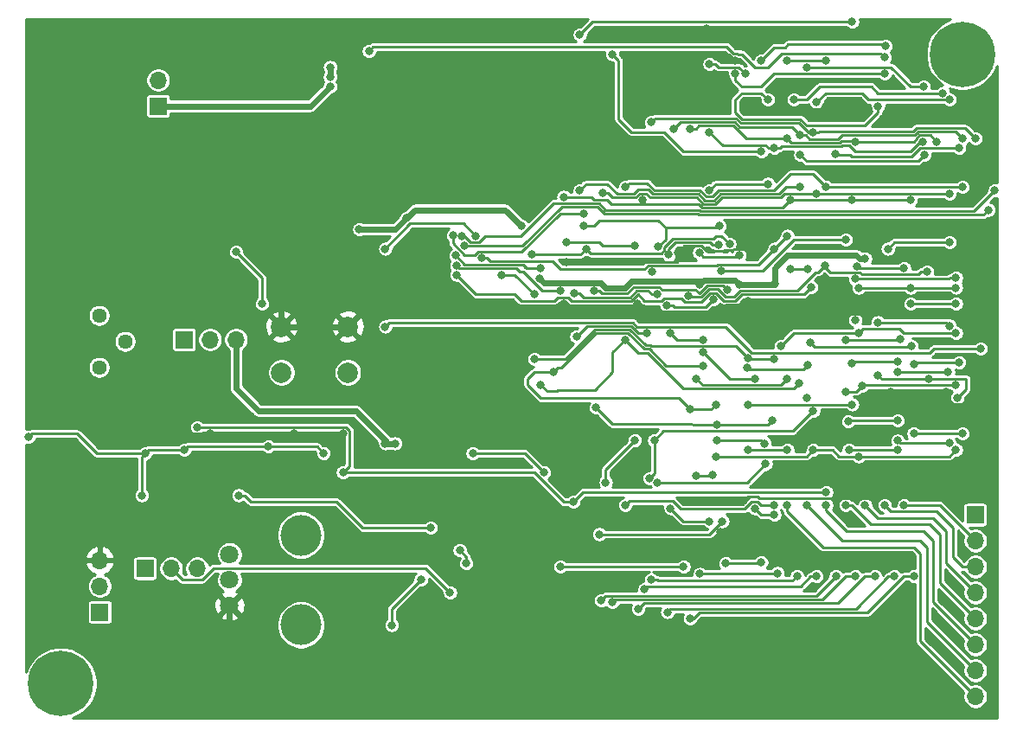
<source format=gbr>
G04 #@! TF.GenerationSoftware,KiCad,Pcbnew,(5.1.5)-3*
G04 #@! TF.CreationDate,2020-07-08T16:56:31+02:00*
G04 #@! TF.ProjectId,SA-ADC,53412d41-4443-42e6-9b69-6361645f7063,v0.2*
G04 #@! TF.SameCoordinates,Original*
G04 #@! TF.FileFunction,Copper,L2,Bot*
G04 #@! TF.FilePolarity,Positive*
%FSLAX46Y46*%
G04 Gerber Fmt 4.6, Leading zero omitted, Abs format (unit mm)*
G04 Created by KiCad (PCBNEW (5.1.5)-3) date 2020-07-08 16:56:31*
%MOMM*%
%LPD*%
G04 APERTURE LIST*
%ADD10O,1.700000X1.700000*%
%ADD11R,1.700000X1.700000*%
%ADD12C,0.800000*%
%ADD13C,6.400000*%
%ADD14C,1.800000*%
%ADD15C,4.000000*%
%ADD16C,1.440000*%
%ADD17C,2.000000*%
%ADD18C,0.250000*%
%ADD19C,0.600000*%
%ADD20C,0.254000*%
G04 APERTURE END LIST*
D10*
X115570000Y-78105000D03*
X113030000Y-78105000D03*
D11*
X110490000Y-78105000D03*
D12*
X184992944Y-51862056D03*
X186690000Y-52565000D03*
X188387056Y-51862056D03*
X189090000Y-50165000D03*
X188387056Y-48467944D03*
X186690000Y-47765000D03*
X184992944Y-48467944D03*
X184290000Y-50165000D03*
D13*
X186690000Y-50165000D03*
D12*
X100122056Y-110062944D03*
X98425000Y-109360000D03*
X96727944Y-110062944D03*
X96025000Y-111760000D03*
X96727944Y-113457056D03*
X98425000Y-114160000D03*
X100122056Y-113457056D03*
X100825000Y-111760000D03*
D13*
X98425000Y-111760000D03*
D10*
X102235000Y-99695000D03*
X102235000Y-102235000D03*
D11*
X102235000Y-104775000D03*
X107950000Y-55245000D03*
D10*
X107950000Y-52705000D03*
D14*
X114935000Y-99140000D03*
X114935000Y-101640000D03*
X114935000Y-104140000D03*
D15*
X121935000Y-97240000D03*
X121935000Y-106040000D03*
D16*
X102175001Y-75735001D03*
X104715001Y-78275001D03*
X102175001Y-80815001D03*
D11*
X106680000Y-100500001D03*
D10*
X109220000Y-100500001D03*
X111760000Y-100500001D03*
D17*
X120015000Y-81335000D03*
X120015000Y-76835000D03*
X126515000Y-81335000D03*
X126515000Y-76835000D03*
D11*
X187960000Y-95250000D03*
D10*
X187960000Y-97790000D03*
X187960000Y-100330000D03*
X187960000Y-102870000D03*
X187960000Y-105410000D03*
X187960000Y-107950000D03*
X187960000Y-110490000D03*
X187960000Y-113030000D03*
D12*
X165417500Y-52070000D03*
X161925000Y-51117500D03*
X179155708Y-49382140D03*
X176530000Y-73025000D03*
X181610000Y-73025000D03*
X186055000Y-73025000D03*
X178435000Y-81597500D03*
X183390002Y-81915000D03*
X186372500Y-59372500D03*
X124777500Y-53340000D03*
X124777500Y-52387500D03*
X124777500Y-51435000D03*
X162877500Y-66992500D03*
X171790021Y-78422500D03*
X177165000Y-70167500D03*
X127635000Y-67310000D03*
X124142500Y-89217500D03*
X118745000Y-88582500D03*
X110490000Y-88900000D03*
X106680000Y-89217500D03*
X106362500Y-93345000D03*
X95250000Y-87630000D03*
X130810000Y-106045000D03*
X133667500Y-101600000D03*
X138112500Y-100012500D03*
X137477500Y-98742500D03*
X131127500Y-88265000D03*
X130175000Y-88265000D03*
X186182000Y-83820000D03*
X143510000Y-66969979D03*
X181707753Y-78749990D03*
X132273051Y-66233051D03*
X164862509Y-72691864D03*
X168312373Y-72684979D03*
X145288000Y-72136000D03*
X167640000Y-62865000D03*
X161925000Y-63500000D03*
X149606000Y-66929000D03*
X158115000Y-77470000D03*
X156893848Y-69035050D03*
X160955388Y-72719730D03*
X174244000Y-59944000D03*
X161290000Y-78105000D03*
X167005000Y-50800000D03*
X180657500Y-75565000D03*
X185420000Y-75565000D03*
X166052500Y-55245000D03*
X173355000Y-55245000D03*
X179070000Y-47942500D03*
X183197500Y-47625000D03*
X180340000Y-67310000D03*
X186690000Y-67310000D03*
X165735000Y-74295000D03*
X147637500Y-74612500D03*
X165735000Y-69215000D03*
X168275000Y-75565000D03*
X96837500Y-70485000D03*
X96837500Y-69532500D03*
X96837500Y-68580000D03*
X97472500Y-60960000D03*
X97472500Y-60007500D03*
X97472500Y-59055000D03*
X99060000Y-93662500D03*
X99060000Y-88582500D03*
X189865000Y-91122500D03*
X185420000Y-91122500D03*
X180340000Y-91122500D03*
X179705000Y-83265002D03*
X185102500Y-83185000D03*
X188912500Y-83265002D03*
X140652500Y-74612500D03*
X113030000Y-87312500D03*
X121285000Y-87312500D03*
X126047500Y-87312500D03*
X103822500Y-87312500D03*
X101917500Y-60642500D03*
X101917500Y-59690000D03*
X101917500Y-58737500D03*
X131445000Y-98475002D03*
X118745000Y-99695000D03*
X163195000Y-110172500D03*
X161607500Y-47625000D03*
X164465000Y-50800000D03*
X160655000Y-50800000D03*
X175260000Y-75184000D03*
X164592000Y-97282000D03*
X165308057Y-93868041D03*
X188889979Y-76149998D03*
X154871494Y-74619608D03*
X158812991Y-69569163D03*
X147955000Y-70485000D03*
X163001949Y-96961949D03*
X176847500Y-55245000D03*
X134620000Y-96520000D03*
X118110000Y-74612500D03*
X115570000Y-69532500D03*
X115824000Y-93345000D03*
X136525000Y-102870000D03*
X164465000Y-52070000D03*
X179070000Y-52070000D03*
X169545000Y-67945000D03*
X168275000Y-69215000D03*
X168275000Y-95250000D03*
X166370000Y-94615000D03*
X139596593Y-70144979D03*
X130175000Y-76835000D03*
X130175000Y-69215000D03*
X139065000Y-67945000D03*
X188468000Y-78994000D03*
X189230000Y-65405000D03*
X137956165Y-68956370D03*
X189865000Y-63500000D03*
X137707946Y-67996095D03*
X149592512Y-65745021D03*
X136810010Y-67935010D03*
X137061945Y-69871051D03*
X145415000Y-71120000D03*
X137161986Y-70854990D03*
X147344501Y-73336009D03*
X137160000Y-71755000D03*
X171870237Y-72973600D03*
X183220021Y-71437500D03*
X159385000Y-100330000D03*
X147320000Y-100330000D03*
X173228000Y-70866000D03*
X159845643Y-73834540D03*
X179070000Y-50482500D03*
X128587500Y-49847500D03*
X111760000Y-86677500D03*
X126047500Y-91122500D03*
X148590000Y-93980000D03*
X173355000Y-93027500D03*
X138747500Y-89217500D03*
X145732500Y-91122500D03*
X181927500Y-101282500D03*
X160020000Y-105410000D03*
X180975000Y-94297500D03*
X180022500Y-101282500D03*
X157797500Y-104775000D03*
X179070000Y-94297500D03*
X178117500Y-101282500D03*
X154940000Y-104457500D03*
X177165000Y-94297500D03*
X176212500Y-101282500D03*
X152400000Y-103822500D03*
X175260000Y-94297500D03*
X174307500Y-101282500D03*
X151321099Y-103627489D03*
X172402500Y-101282500D03*
X155575000Y-102552500D03*
X173355000Y-94297500D03*
X170497500Y-101282500D03*
X156219990Y-101599991D03*
X171450000Y-94297500D03*
X169545000Y-94297500D03*
X168592500Y-100974990D03*
X160995021Y-101039096D03*
X171450000Y-83820000D03*
X176530000Y-77470000D03*
X168910000Y-78740000D03*
X186055000Y-77470000D03*
X160655000Y-81915000D03*
X169545000Y-81915000D03*
X161925000Y-95885000D03*
X158115000Y-94615000D03*
X160655000Y-91440000D03*
X162255023Y-91364042D03*
X156527500Y-87947500D03*
X156040005Y-91672503D03*
X175260000Y-83185000D03*
X186055000Y-82550000D03*
X172085000Y-85090000D03*
X176870021Y-82614959D03*
X162560000Y-89535000D03*
X172085000Y-88900000D03*
X176530000Y-89535000D03*
X186055000Y-88900000D03*
X151765000Y-92075000D03*
X163195000Y-95885000D03*
X151130000Y-97155000D03*
X154622500Y-87947500D03*
X153670000Y-94297500D03*
X168275000Y-94297500D03*
X170690551Y-82356949D03*
X165735000Y-88900000D03*
X169545000Y-88900000D03*
X149860000Y-69215000D03*
X163888472Y-68735512D03*
X145415000Y-82550000D03*
X144780000Y-73660000D03*
X141605000Y-71755000D03*
X144526000Y-69794968D03*
X153670000Y-78105000D03*
X156845000Y-92075000D03*
X168054756Y-86054132D03*
X167431948Y-90281954D03*
X150597220Y-73336009D03*
X162635371Y-86441783D03*
X163654392Y-73212500D03*
X150812500Y-84772500D03*
X180340000Y-80264000D03*
X175895000Y-80391000D03*
X162560000Y-84455000D03*
X165735000Y-84455000D03*
X175895000Y-84455000D03*
X161290000Y-80645000D03*
X146685000Y-81280000D03*
X160029990Y-84931707D03*
X147637500Y-64135000D03*
X180975000Y-71120000D03*
X155405591Y-64429979D03*
X169862500Y-64429979D03*
X175893755Y-64429979D03*
X181610000Y-64429979D03*
X176346984Y-70926674D03*
X156292110Y-71460021D03*
X168275000Y-59372500D03*
X161925000Y-57785000D03*
X182785496Y-58747490D03*
X186055000Y-74612500D03*
X181610000Y-74612500D03*
X169545000Y-58420000D03*
X160020000Y-57467500D03*
X181917510Y-80475591D03*
X184150000Y-58747490D03*
X176212500Y-58737500D03*
X186372500Y-80327500D03*
X170815000Y-58102500D03*
X186690000Y-58410010D03*
X158432500Y-57467500D03*
X186690000Y-87312500D03*
X181917510Y-87312500D03*
X172085000Y-57785000D03*
X187960000Y-58420000D03*
X156210000Y-56832500D03*
X147955000Y-68580000D03*
X154622500Y-68897500D03*
X186690000Y-63182500D03*
X173355000Y-63182500D03*
X153670000Y-63182500D03*
X148659307Y-73590693D03*
X156832307Y-73675414D03*
X172402500Y-63817500D03*
X185420000Y-63817500D03*
X148907500Y-77787500D03*
X151447500Y-63794979D03*
X155768051Y-77479990D03*
X179387500Y-69215000D03*
X185420000Y-68580000D03*
X176212500Y-76200000D03*
X186055000Y-72072500D03*
X176223195Y-72176686D03*
X175260000Y-68326000D03*
X163068000Y-71374000D03*
X157745959Y-74745002D03*
X162306000Y-74168000D03*
X162814000Y-68834000D03*
X157941985Y-69795815D03*
X185418595Y-88263595D03*
X180340000Y-88009977D03*
X180340000Y-81280000D03*
X185290002Y-81280000D03*
X178429805Y-76419085D03*
X185446577Y-76761280D03*
X171532144Y-80618255D03*
X165629689Y-80856407D03*
X160926083Y-69594972D03*
X164846000Y-69850000D03*
X166370000Y-81924990D03*
X161333371Y-79365010D03*
X162637553Y-87944876D03*
X167322500Y-88274990D03*
X175577500Y-88900000D03*
X180340000Y-88909990D03*
X180340000Y-86042500D03*
X175506065Y-86128967D03*
X175260000Y-78105000D03*
X180595803Y-78058172D03*
X163512500Y-100012500D03*
X166995010Y-99916081D03*
X167005000Y-59690000D03*
X152400000Y-50165000D03*
X149225000Y-48260000D03*
X175895000Y-46990000D03*
X182880000Y-53340000D03*
X171450000Y-51435000D03*
X172414863Y-54859087D03*
X185421405Y-54611405D03*
X170180000Y-54610000D03*
X184785000Y-53975000D03*
X167640000Y-54610000D03*
X178435000Y-55245000D03*
X170815000Y-60007500D03*
X170815000Y-63182500D03*
X182980000Y-60007500D03*
X149225000Y-63500000D03*
X168275000Y-80010000D03*
X171579998Y-71241995D03*
X169862500Y-71183500D03*
X165740812Y-79963282D03*
X144794825Y-80015587D03*
X173355000Y-50800000D03*
X169545000Y-50800000D03*
D18*
X178996058Y-49222490D02*
X179155708Y-49382140D01*
X169614315Y-49222490D02*
X178996058Y-49222490D01*
X176530000Y-73025000D02*
X180975000Y-73025000D01*
X180975000Y-73025000D02*
X186055000Y-73025000D01*
X180975000Y-73025000D02*
X181610000Y-73025000D01*
X183307503Y-81997499D02*
X183390002Y-81915000D01*
X178834999Y-81997499D02*
X183307503Y-81997499D01*
X178435000Y-81597500D02*
X178834999Y-81997499D01*
X183390002Y-81915000D02*
X187007500Y-81915000D01*
D19*
X107950000Y-55245000D02*
X122872500Y-55245000D01*
X122872500Y-55245000D02*
X124777500Y-53340000D01*
X124777500Y-52387500D02*
X124777500Y-51435000D01*
D18*
X157615945Y-67128445D02*
X162741555Y-67128445D01*
X162741555Y-67128445D02*
X162877500Y-66992500D01*
X124142500Y-89217500D02*
X123507500Y-88582500D01*
X123507500Y-88582500D02*
X118745000Y-88582500D01*
X118745000Y-88582500D02*
X110807500Y-88582500D01*
X110807500Y-88582500D02*
X110490000Y-88900000D01*
X110490000Y-88900000D02*
X106997500Y-88900000D01*
X106997500Y-88900000D02*
X106680000Y-89217500D01*
X106362500Y-89535000D02*
X106680000Y-89217500D01*
X106362500Y-93345000D02*
X106362500Y-89535000D01*
X106680000Y-89217500D02*
X101917500Y-89217500D01*
X101917500Y-89217500D02*
X100012500Y-87312500D01*
X95567500Y-87312500D02*
X95250000Y-87630000D01*
X100012500Y-87312500D02*
X95567500Y-87312500D01*
X130810000Y-106045000D02*
X130810000Y-104457500D01*
X130810000Y-104457500D02*
X133667500Y-101600000D01*
X138112500Y-100012500D02*
X138112500Y-99377500D01*
X138112500Y-99377500D02*
X137477500Y-98742500D01*
D19*
X131127500Y-88265000D02*
X130492500Y-88265000D01*
X130492500Y-88265000D02*
X127317500Y-85090000D01*
X127317500Y-85090000D02*
X117792500Y-85090000D01*
X115570000Y-82867500D02*
X115570000Y-78105000D01*
X117792500Y-85090000D02*
X115570000Y-82867500D01*
D18*
X182562500Y-59372500D02*
X181735011Y-60199989D01*
X186372500Y-59372500D02*
X182562500Y-59372500D01*
X175669947Y-59997510D02*
X174297510Y-59997510D01*
X181735011Y-60199989D02*
X175872426Y-60199989D01*
X175872426Y-60199989D02*
X175669947Y-59997510D01*
X187007500Y-82994500D02*
X186182000Y-83820000D01*
X187007500Y-81915000D02*
X187007500Y-82994500D01*
X162808185Y-51435000D02*
X162490685Y-51117500D01*
X165417500Y-52070000D02*
X164782500Y-51435000D01*
X162490685Y-51117500D02*
X161925000Y-51117500D01*
X164782500Y-51435000D02*
X162808185Y-51435000D01*
X172190020Y-78822499D02*
X181635244Y-78822499D01*
X171790021Y-78422500D02*
X172190020Y-78822499D01*
X181635244Y-78822499D02*
X181707753Y-78749990D01*
D19*
X131196102Y-67310000D02*
X132273051Y-66233051D01*
X127635000Y-67310000D02*
X131196102Y-67310000D01*
D18*
X167640000Y-62865000D02*
X162560000Y-62865000D01*
X162560000Y-62865000D02*
X161925000Y-63500000D01*
X156918499Y-66430999D02*
X151096324Y-66430999D01*
X157615945Y-67128445D02*
X156918499Y-66430999D01*
X150598323Y-66929000D02*
X151096324Y-66430999D01*
X149606000Y-66929000D02*
X150598323Y-66929000D01*
D19*
X132273051Y-66233051D02*
X133101102Y-65405000D01*
X141945021Y-65405000D02*
X143510000Y-66969979D01*
X133101102Y-65405000D02*
X141945021Y-65405000D01*
D18*
X161290000Y-72390000D02*
X164462510Y-72291865D01*
X161388135Y-72291865D02*
X161290000Y-72390000D01*
D19*
X164462510Y-72291865D02*
X164862509Y-72691864D01*
X161388135Y-72291865D02*
X164462510Y-72291865D01*
X168305488Y-72691864D02*
X168312373Y-72684979D01*
X164862509Y-72691864D02*
X168305488Y-72691864D01*
X161278845Y-72401155D02*
X161290000Y-72390000D01*
X154305000Y-72390000D02*
X154316155Y-72401155D01*
X145687999Y-72535999D02*
X151275999Y-72535999D01*
X145288000Y-72136000D02*
X145687999Y-72535999D01*
X154316155Y-72401155D02*
X161278845Y-72401155D01*
X151275999Y-72535999D02*
X151765000Y-73025000D01*
X151765000Y-73025000D02*
X153670000Y-73025000D01*
X153670000Y-73025000D02*
X154305000Y-72390000D01*
D18*
X157615945Y-67128445D02*
X157615945Y-68312953D01*
X157615945Y-68312953D02*
X156893848Y-69035050D01*
X161383253Y-72291865D02*
X160955388Y-72719730D01*
X161388135Y-72291865D02*
X161383253Y-72291865D01*
X174297510Y-59997510D02*
X174244000Y-59944000D01*
D19*
X169545000Y-69850000D02*
X168312373Y-71082627D01*
X176281815Y-69850000D02*
X169545000Y-69850000D01*
X168312373Y-71082627D02*
X168312373Y-72684979D01*
X177165000Y-70167500D02*
X176599315Y-70167500D01*
X176599315Y-70167500D02*
X176281815Y-69850000D01*
D18*
X158750000Y-78105000D02*
X161290000Y-78105000D01*
X158115000Y-77470000D02*
X158750000Y-78105000D01*
X169614315Y-49222490D02*
X169306805Y-49530000D01*
X168275000Y-49530000D02*
X167005000Y-50800000D01*
X169306805Y-49530000D02*
X168275000Y-49530000D01*
X180657500Y-75565000D02*
X185420000Y-75565000D01*
X179070000Y-47942500D02*
X182880000Y-47942500D01*
X182880000Y-47942500D02*
X183197500Y-47625000D01*
X180340000Y-67310000D02*
X186690000Y-67310000D01*
X174307500Y-75565000D02*
X174295000Y-75552500D01*
X166992500Y-75552500D02*
X165735000Y-74295000D01*
X174295000Y-75552500D02*
X168275000Y-75565000D01*
X168275000Y-75565000D02*
X166992500Y-75552500D01*
D19*
X96837500Y-70485000D02*
X96837500Y-69532500D01*
X96837500Y-68580000D02*
X96837500Y-70485000D01*
X96837500Y-68580000D02*
X96837500Y-61595000D01*
X96837500Y-61595000D02*
X97472500Y-60960000D01*
X97472500Y-60007500D02*
X97472500Y-59055000D01*
D18*
X99060000Y-93662500D02*
X99060000Y-88582500D01*
X189865000Y-91122500D02*
X185420000Y-91122500D01*
X185420000Y-91122500D02*
X180340000Y-91122500D01*
X179705000Y-83265002D02*
X185022498Y-83265002D01*
X185022498Y-83265002D02*
X185102500Y-83185000D01*
X113030000Y-87312500D02*
X121285000Y-87312500D01*
X126047500Y-87312500D02*
X121285000Y-87312500D01*
X113030000Y-87312500D02*
X103822500Y-87312500D01*
D19*
X128737500Y-74612500D02*
X126515000Y-76835000D01*
X140652500Y-74612500D02*
X128737500Y-74612500D01*
X126515000Y-76835000D02*
X120015000Y-76835000D01*
X120015000Y-76835000D02*
X120015000Y-69532500D01*
X120015000Y-69532500D02*
X113982500Y-63500000D01*
X113982500Y-63500000D02*
X104775000Y-63500000D01*
X104775000Y-63500000D02*
X101917500Y-60642500D01*
X101917500Y-60642500D02*
X101917500Y-59690000D01*
X97472500Y-59055000D02*
X97472500Y-60960000D01*
X101917500Y-59690000D02*
X101917500Y-58737500D01*
D18*
X131445000Y-98475002D02*
X130225002Y-99695000D01*
X130225002Y-99695000D02*
X118745000Y-99695000D01*
D19*
X114935000Y-107315000D02*
X114935000Y-104140000D01*
X118110000Y-110490000D02*
X117951250Y-110331250D01*
X117951250Y-110331250D02*
X114935000Y-107315000D01*
X163195000Y-110807500D02*
X163195000Y-110172500D01*
X160020000Y-113982500D02*
X163195000Y-110807500D01*
X117951250Y-110331250D02*
X121602500Y-113982500D01*
X121602500Y-113982500D02*
X160020000Y-113982500D01*
D18*
X163512500Y-47942500D02*
X163195000Y-47625000D01*
X179070000Y-47942500D02*
X163512500Y-47942500D01*
X162808185Y-47625000D02*
X163195000Y-47625000D01*
X163195000Y-47625000D02*
X161607500Y-47625000D01*
X164465000Y-50800000D02*
X163830000Y-50165000D01*
X163830000Y-50165000D02*
X161290000Y-50165000D01*
X161290000Y-50165000D02*
X160655000Y-50800000D01*
X175387000Y-75311000D02*
X175260000Y-75184000D01*
X180657500Y-75565000D02*
X175387000Y-75565000D01*
X175387000Y-75565000D02*
X174307500Y-75565000D01*
X175387000Y-75565000D02*
X175387000Y-75311000D01*
X187732500Y-84445002D02*
X188912500Y-83265002D01*
X185102500Y-83185000D02*
X185102500Y-83750685D01*
X185796817Y-84445002D02*
X187732500Y-84445002D01*
X185102500Y-83750685D02*
X185796817Y-84445002D01*
X163766500Y-96837500D02*
X164147500Y-96837500D01*
X164147500Y-96837500D02*
X164592000Y-97282000D01*
X163766500Y-96837500D02*
X163932189Y-96837500D01*
X177800000Y-93662500D02*
X166837494Y-93662500D01*
X166837494Y-93662500D02*
X166643036Y-93468042D01*
X165708056Y-93468042D02*
X165308057Y-93868041D01*
X180340000Y-91122500D02*
X177800000Y-93662500D01*
X166643036Y-93468042D02*
X165708056Y-93468042D01*
X188304981Y-75565000D02*
X188889979Y-76149998D01*
X185420000Y-75565000D02*
X188304981Y-75565000D01*
X162755165Y-75545012D02*
X155825031Y-75545012D01*
X163605178Y-74694999D02*
X162755165Y-75545012D01*
X165735000Y-74295000D02*
X165335001Y-74694999D01*
X165335001Y-74694999D02*
X163605178Y-74694999D01*
X155825031Y-75545012D02*
X155292518Y-75012499D01*
D19*
X147237501Y-75012499D02*
X147637500Y-74612500D01*
X141052499Y-75012499D02*
X147237501Y-75012499D01*
X140652500Y-74612500D02*
X141052499Y-75012499D01*
X147637500Y-74612500D02*
X147955000Y-74930000D01*
X147955000Y-74930000D02*
X151130000Y-74930000D01*
D18*
X151130000Y-74930000D02*
X155292518Y-75012499D01*
D19*
X151130000Y-74930000D02*
X154940000Y-74930000D01*
X154940000Y-74930000D02*
X155575000Y-75565000D01*
X155594988Y-75545012D02*
X162755165Y-75545012D01*
X155575000Y-75565000D02*
X155594988Y-75545012D01*
D18*
X155285410Y-75019607D02*
X155271493Y-75019607D01*
X155271493Y-75019607D02*
X154871494Y-74619608D01*
X155292518Y-75012499D02*
X155285410Y-75019607D01*
X159452143Y-68930011D02*
X158812991Y-69569163D01*
X161674011Y-69459001D02*
X161145021Y-68930011D01*
X163489983Y-69459001D02*
X161674011Y-69459001D01*
X161145021Y-68930011D02*
X159452143Y-68930011D01*
X164188474Y-69360514D02*
X163588470Y-69360514D01*
X164333988Y-69215000D02*
X164188474Y-69360514D01*
X163588470Y-69360514D02*
X163489983Y-69459001D01*
X165735000Y-69215000D02*
X164333988Y-69215000D01*
X158750000Y-70485000D02*
X158812991Y-70422009D01*
X158812991Y-70422009D02*
X158812991Y-69569163D01*
X147955000Y-70485000D02*
X158750000Y-70485000D01*
X163642051Y-96961949D02*
X163001949Y-96961949D01*
X163766500Y-96837500D02*
X163642051Y-96961949D01*
X173355000Y-55245000D02*
X176847500Y-55245000D01*
X166903174Y-55529989D02*
X173070011Y-55529989D01*
X166618185Y-55245000D02*
X166903174Y-55529989D01*
X166052500Y-55245000D02*
X166618185Y-55245000D01*
X173070011Y-55529989D02*
X173355000Y-55245000D01*
X134620000Y-96520000D02*
X127952500Y-96520000D01*
X127952500Y-96520000D02*
X125412500Y-93980000D01*
X118110000Y-74612500D02*
X118110000Y-72072500D01*
X118110000Y-72072500D02*
X115570000Y-69532500D01*
X117024685Y-93980000D02*
X119253000Y-93980000D01*
X116389685Y-93345000D02*
X117024685Y-93980000D01*
X115824000Y-93345000D02*
X116389685Y-93345000D01*
X125412500Y-93980000D02*
X119253000Y-93980000D01*
X119253000Y-93980000D02*
X119062500Y-93980000D01*
X110295001Y-101575002D02*
X112276001Y-101575002D01*
X109220000Y-100500001D02*
X110295001Y-101575002D01*
X134155001Y-100500001D02*
X136525000Y-102870000D01*
X112276001Y-101575002D02*
X113351002Y-100500001D01*
X113351002Y-100500001D02*
X134155001Y-100500001D01*
X164465000Y-52070000D02*
X164465000Y-52705000D01*
X164465000Y-52705000D02*
X165100000Y-53340000D01*
X165100000Y-53340000D02*
X167005000Y-53340000D01*
X167005000Y-53340000D02*
X168275000Y-52070000D01*
X168275000Y-52070000D02*
X179070000Y-52070000D01*
X168275000Y-69215000D02*
X169545000Y-67945000D01*
X167005000Y-95250000D02*
X166370000Y-94615000D01*
X168275000Y-95250000D02*
X167005000Y-95250000D01*
X162681985Y-70835011D02*
X155950985Y-70835011D01*
X146523878Y-70419978D02*
X140437277Y-70419978D01*
X147340700Y-71236800D02*
X146523878Y-70419978D01*
X155549196Y-71236800D02*
X147340700Y-71236800D01*
X140162278Y-70144979D02*
X139596593Y-70144979D01*
X140437277Y-70419978D02*
X140162278Y-70144979D01*
X166741002Y-70748998D02*
X162767998Y-70748998D01*
X155950985Y-70835011D02*
X155549196Y-71236800D01*
X162767998Y-70748998D02*
X162681985Y-70835011D01*
X168275000Y-69215000D02*
X166741002Y-70748998D01*
X130175000Y-69215000D02*
X132631938Y-66758062D01*
X137878062Y-66758062D02*
X139065000Y-67945000D01*
X132631938Y-66758062D02*
X137878062Y-66758062D01*
X188468000Y-78994000D02*
X183896000Y-78994000D01*
X183515000Y-79375000D02*
X166077534Y-79375000D01*
X130580032Y-76429968D02*
X130175000Y-76835000D01*
X166077534Y-79375000D02*
X163537534Y-76835000D01*
X154809974Y-76835000D02*
X154404942Y-76429968D01*
X154404942Y-76429968D02*
X130580032Y-76429968D01*
X183896000Y-78994000D02*
X183515000Y-79375000D01*
X163537534Y-76835000D02*
X154809974Y-76835000D01*
X188759947Y-65875053D02*
X160900099Y-65875053D01*
X150985021Y-65120011D02*
X147454997Y-65120011D01*
X143618638Y-68956370D02*
X137956165Y-68956370D01*
X147454997Y-65120011D02*
X143618638Y-68956370D01*
X189230000Y-65405000D02*
X188759947Y-65875053D01*
X160900099Y-65875053D02*
X160830045Y-65804999D01*
X160830045Y-65804999D02*
X151670009Y-65804999D01*
X151670009Y-65804999D02*
X150985021Y-65120011D01*
X139365002Y-68570002D02*
X138494799Y-68570002D01*
X151765000Y-65405000D02*
X151130000Y-64770000D01*
X189865000Y-63500000D02*
X187839957Y-65525043D01*
X161045079Y-65525043D02*
X160925036Y-65405000D01*
X151130000Y-64770000D02*
X146685000Y-64770000D01*
X137920892Y-67996095D02*
X137707946Y-67996095D01*
X138494799Y-68570002D02*
X137920892Y-67996095D01*
X139938909Y-67996095D02*
X139365002Y-68570002D01*
X146685000Y-64770000D02*
X143458905Y-67996095D01*
X187839957Y-65525043D02*
X161045079Y-65525043D01*
X160925036Y-65405000D02*
X151765000Y-65405000D01*
X143458905Y-67996095D02*
X139938909Y-67996095D01*
X136810010Y-68694114D02*
X136810010Y-67935010D01*
X139296591Y-69519977D02*
X138976567Y-69840001D01*
X137955897Y-69840001D02*
X136810010Y-68694114D01*
X138976567Y-69840001D02*
X137955897Y-69840001D01*
X143550021Y-69519977D02*
X139296591Y-69519977D01*
X147324977Y-65745021D02*
X143550021Y-69519977D01*
X149592512Y-65745021D02*
X147324977Y-65745021D01*
X137960883Y-70769989D02*
X137061945Y-69871051D01*
X143644997Y-70769989D02*
X137960883Y-70769989D01*
X143870559Y-70995551D02*
X143644997Y-70769989D01*
X143995008Y-71120000D02*
X143644997Y-70769989D01*
X145415000Y-71120000D02*
X143995008Y-71120000D01*
X137161986Y-70854990D02*
X137426996Y-71120000D01*
X145563005Y-73336009D02*
X147344501Y-73336009D01*
X137426996Y-71120000D02*
X143015010Y-71120000D01*
X143015010Y-71120000D02*
X143365021Y-71470011D01*
X143365021Y-71470011D02*
X143697007Y-71470011D01*
X143697007Y-71470011D02*
X145563005Y-73336009D01*
X148454631Y-74311021D02*
X154288980Y-74311020D01*
X154288980Y-74311020D02*
X154940000Y-73660000D01*
X155580416Y-74300416D02*
X157265541Y-74300416D01*
X171183837Y-73660000D02*
X171870237Y-72973600D01*
X161089454Y-74459542D02*
X162005998Y-73542998D01*
X162606002Y-73542998D02*
X163358004Y-74295000D01*
X165100000Y-73660000D02*
X171183837Y-73660000D01*
X159545641Y-74459542D02*
X161089454Y-74459542D01*
X157265541Y-74300416D02*
X157445957Y-74120000D01*
X142875000Y-73660000D02*
X143510000Y-74295000D01*
X159206099Y-74120000D02*
X159545641Y-74459542D01*
X154940000Y-73660000D02*
X155580416Y-74300416D01*
X157445957Y-74120000D02*
X159206099Y-74120000D01*
X139065000Y-73660000D02*
X142875000Y-73660000D01*
X143510000Y-74295000D02*
X146710510Y-74295000D01*
X164465000Y-74295000D02*
X165100000Y-73660000D01*
X146710510Y-74295000D02*
X147044500Y-73961010D01*
X163358004Y-74295000D02*
X164465000Y-74295000D01*
X162005998Y-73542998D02*
X162606002Y-73542998D01*
X148104620Y-73961010D02*
X148454631Y-74311021D01*
X147044500Y-73961010D02*
X148104620Y-73961010D01*
X137160000Y-71755000D02*
X139065000Y-73660000D01*
X159385000Y-100330000D02*
X147320000Y-100330000D01*
X173764155Y-71551676D02*
X173037500Y-70825021D01*
X182654336Y-71437500D02*
X182346835Y-71745001D01*
X176646986Y-71551676D02*
X173764155Y-71551676D01*
X182346835Y-71745001D02*
X176840311Y-71745001D01*
X176840311Y-71745001D02*
X176646986Y-71551676D01*
X183220021Y-71437500D02*
X182654336Y-71437500D01*
X161861019Y-73192987D02*
X161109017Y-73944989D01*
X162750981Y-73192987D02*
X161861019Y-73192987D01*
X170552532Y-73287468D02*
X170552532Y-73309989D01*
X164955021Y-73309989D02*
X164320021Y-73944989D01*
X163502983Y-73944989D02*
X162750981Y-73192987D01*
X161109017Y-73944989D02*
X159956092Y-73944989D01*
X164320021Y-73944989D02*
X163502983Y-73944989D01*
X170552532Y-73309989D02*
X164955021Y-73309989D01*
X159956092Y-73944989D02*
X159845643Y-73834540D01*
X172339000Y-71501000D02*
X170552532Y-73287468D01*
X172593000Y-71501000D02*
X172339000Y-71501000D01*
X173228000Y-70866000D02*
X172593000Y-71501000D01*
X111760000Y-86677500D02*
X126365000Y-86677500D01*
X126365000Y-86677500D02*
X126682500Y-86995000D01*
X126682500Y-86995000D02*
X126682500Y-90487500D01*
X126682500Y-90487500D02*
X126047500Y-91122500D01*
X148590000Y-93980000D02*
X147637500Y-93980000D01*
X144780000Y-91122500D02*
X126047500Y-91122500D01*
X147637500Y-93980000D02*
X144780000Y-91122500D01*
X149542500Y-93027500D02*
X148590000Y-93980000D01*
X173355000Y-93027500D02*
X149542500Y-93027500D01*
X128987499Y-49447501D02*
X128587500Y-49847500D01*
X164242491Y-50082501D02*
X163607491Y-49447501D01*
X165100000Y-50165000D02*
X164242491Y-50082501D01*
X179070000Y-50482500D02*
X178670001Y-50082501D01*
X163607491Y-49447501D02*
X128987499Y-49447501D01*
X168992499Y-50082501D02*
X167640000Y-51435000D01*
X178670001Y-50082501D02*
X168992499Y-50082501D01*
X166370000Y-51435000D02*
X165100000Y-50165000D01*
X167640000Y-51435000D02*
X166370000Y-51435000D01*
X138747500Y-89217500D02*
X143827500Y-89217500D01*
X143827500Y-89217500D02*
X145732500Y-91122500D01*
X160939990Y-104807510D02*
X160337500Y-105410000D01*
X177422492Y-104807510D02*
X160939990Y-104807510D01*
X181927500Y-101282500D02*
X180947502Y-101282500D01*
X180947502Y-101282500D02*
X177422492Y-104807510D01*
X160337500Y-105410000D02*
X160020000Y-105410000D01*
X184467500Y-94297500D02*
X187960000Y-97790000D01*
X180975000Y-94297500D02*
X184467500Y-94297500D01*
X179456815Y-101282500D02*
X176281815Y-104457500D01*
X180022500Y-101282500D02*
X179456815Y-101282500D01*
X176281815Y-104457500D02*
X158115000Y-104457500D01*
X158115000Y-104457500D02*
X157797500Y-104775000D01*
X186690000Y-100330000D02*
X187960000Y-100330000D01*
X179705000Y-94932500D02*
X184150000Y-94932500D01*
X179070000Y-94297500D02*
X179705000Y-94932500D01*
X184150000Y-94932500D02*
X185737500Y-96520000D01*
X185737500Y-96520000D02*
X185737500Y-99377500D01*
X185737500Y-99377500D02*
X186690000Y-100330000D01*
X155509980Y-103887520D02*
X154940000Y-104457500D01*
X174532482Y-103887520D02*
X155509980Y-103887520D01*
X178117500Y-101282500D02*
X177137502Y-101282500D01*
X177137502Y-101282500D02*
X174532482Y-103887520D01*
X185102500Y-96837500D02*
X185102500Y-100012500D01*
X183832500Y-95567500D02*
X185102500Y-96837500D01*
X177165000Y-94297500D02*
X178435000Y-95567500D01*
X185102500Y-100012500D02*
X187960000Y-102870000D01*
X178435000Y-95567500D02*
X183832500Y-95567500D01*
X172977492Y-103537510D02*
X152684990Y-103537510D01*
X176212500Y-101282500D02*
X175232502Y-101282500D01*
X175232502Y-101282500D02*
X172977492Y-103537510D01*
X152684990Y-103537510D02*
X152400000Y-103822500D01*
X175825685Y-94297500D02*
X177730685Y-96202500D01*
X175260000Y-94297500D02*
X175825685Y-94297500D01*
X177730685Y-96202500D02*
X183515000Y-96202500D01*
X183515000Y-96202500D02*
X184467500Y-97155000D01*
X184467500Y-101917500D02*
X187960000Y-105410000D01*
X184467500Y-97155000D02*
X184467500Y-101917500D01*
X174307500Y-101282500D02*
X172402500Y-103187500D01*
X151761088Y-103187500D02*
X151321099Y-103627489D01*
X172402500Y-103187500D02*
X151761088Y-103187500D01*
X171836815Y-101282500D02*
X170884315Y-102235000D01*
X172402500Y-101282500D02*
X171836815Y-101282500D01*
X170884315Y-102235000D02*
X155892500Y-102235000D01*
X155892500Y-102235000D02*
X155575000Y-102552500D01*
X182880000Y-96837500D02*
X183832500Y-97790000D01*
X175329315Y-96837500D02*
X182880000Y-96837500D01*
X183832500Y-97790000D02*
X183832500Y-103822500D01*
X183832500Y-103822500D02*
X187960000Y-107950000D01*
X173355000Y-94863185D02*
X175329315Y-96837500D01*
X173355000Y-94297500D02*
X173355000Y-94863185D01*
X170060555Y-101719445D02*
X156905129Y-101719445D01*
X156785675Y-101599991D02*
X156219990Y-101599991D01*
X170497500Y-101282500D02*
X170060555Y-101719445D01*
X156905129Y-101719445D02*
X156785675Y-101599991D01*
X187960000Y-110490000D02*
X183197500Y-105727500D01*
X183197500Y-98425000D02*
X182562500Y-97790000D01*
X183197500Y-105727500D02*
X183197500Y-98425000D01*
X182562500Y-97790000D02*
X174942500Y-97790000D01*
X174942500Y-97790000D02*
X171450000Y-94297500D01*
X169545000Y-94297500D02*
X169545000Y-94932500D01*
X169545000Y-94932500D02*
X173037500Y-98425000D01*
X173037500Y-98425000D02*
X181927500Y-98425000D01*
X181927500Y-98425000D02*
X182562500Y-99060000D01*
X182562500Y-107632500D02*
X187960000Y-113030000D01*
X182562500Y-99060000D02*
X182562500Y-107632500D01*
X168592500Y-100974990D02*
X161059127Y-100974990D01*
X161059127Y-100974990D02*
X160995021Y-101039096D01*
X176530000Y-77470000D02*
X170180000Y-77470000D01*
X170180000Y-77470000D02*
X168910000Y-78740000D01*
X180532634Y-77070001D02*
X180932633Y-77470000D01*
X176929999Y-77070001D02*
X180532634Y-77070001D01*
X176530000Y-77470000D02*
X176929999Y-77070001D01*
X180932633Y-77470000D02*
X186055000Y-77470000D01*
X160655000Y-81915000D02*
X161290000Y-82550000D01*
X161290000Y-82550000D02*
X168910000Y-82550000D01*
X168910000Y-82550000D02*
X169545000Y-81915000D01*
X159385000Y-95885000D02*
X158115000Y-94615000D01*
X161925000Y-95885000D02*
X159385000Y-95885000D01*
X162179065Y-91440000D02*
X162255023Y-91364042D01*
X160655000Y-91440000D02*
X162179065Y-91440000D01*
X156527500Y-91185008D02*
X156040005Y-91672503D01*
X156527500Y-87947500D02*
X156527500Y-91185008D01*
X176299980Y-83185000D02*
X176870021Y-82614959D01*
X176934980Y-82550000D02*
X176870021Y-82614959D01*
X175260000Y-83185000D02*
X176299980Y-83185000D01*
X186055000Y-82550000D02*
X176934980Y-82550000D01*
X170108216Y-87066784D02*
X157408216Y-87066784D01*
X157408216Y-87066784D02*
X156527500Y-87947500D01*
X172085000Y-85090000D02*
X170108216Y-87066784D01*
X172085000Y-88900000D02*
X173990000Y-88900000D01*
X173990000Y-88900000D02*
X174625000Y-89535000D01*
X174625000Y-89535000D02*
X176530000Y-89535000D01*
X185420000Y-89535000D02*
X186055000Y-88900000D01*
X176530000Y-89535000D02*
X185420000Y-89535000D01*
X172085000Y-88900000D02*
X171450000Y-89535000D01*
X171450000Y-89535000D02*
X162560000Y-89535000D01*
X163195000Y-95885000D02*
X161925000Y-97155000D01*
X161925000Y-97155000D02*
X151130000Y-97155000D01*
X151765000Y-90805000D02*
X151765000Y-92075000D01*
X154622500Y-87947500D02*
X151765000Y-90805000D01*
X165735000Y-88900000D02*
X169545000Y-88900000D01*
X144780000Y-73660000D02*
X142875000Y-71755000D01*
X142875000Y-71755000D02*
X141605000Y-71755000D01*
X163097960Y-67945000D02*
X163888472Y-68735512D01*
X150305052Y-69660052D02*
X157193850Y-69660052D01*
X162559999Y-67945000D02*
X163097960Y-67945000D01*
X162275009Y-68229990D02*
X162559999Y-67945000D01*
X157518850Y-69335052D02*
X157518850Y-69080052D01*
X157518850Y-69080052D02*
X158368912Y-68229990D01*
X158368912Y-68229990D02*
X162275009Y-68229990D01*
X157193850Y-69660052D02*
X157518850Y-69335052D01*
X149860000Y-69215000D02*
X150305052Y-69660052D01*
X149280032Y-69794968D02*
X144526000Y-69794968D01*
X149860000Y-69215000D02*
X149280032Y-69794968D01*
X166069998Y-93989998D02*
X166670002Y-93989998D01*
X166670002Y-93989998D02*
X166977504Y-94297500D01*
X158322505Y-93897501D02*
X159122503Y-94697499D01*
X153670000Y-94297500D02*
X154069999Y-93897501D01*
X165362497Y-94697499D02*
X166069998Y-93989998D01*
X166977504Y-94297500D02*
X168275000Y-94297500D01*
X159122503Y-94697499D02*
X165362497Y-94697499D01*
X154069999Y-93897501D02*
X158322505Y-93897501D01*
X146985001Y-83175001D02*
X146040001Y-83175001D01*
X146040001Y-83175001D02*
X145415000Y-82550000D01*
X147099451Y-83060551D02*
X146985001Y-83175001D01*
X150688051Y-83060551D02*
X147099451Y-83060551D01*
X152434301Y-79340699D02*
X153670000Y-78105000D01*
X152434301Y-81314301D02*
X152434301Y-79340699D01*
X152434301Y-81314301D02*
X150688051Y-83060551D01*
X170147489Y-82900011D02*
X159390013Y-82900011D01*
X170690551Y-82356949D02*
X170147489Y-82900011D01*
X154949999Y-79384999D02*
X153670000Y-78105000D01*
X159390013Y-82900011D02*
X155875001Y-79384999D01*
X155875001Y-79384999D02*
X154949999Y-79384999D01*
X167654757Y-86454131D02*
X168054756Y-86054132D01*
X156845000Y-92075000D02*
X165638902Y-92075000D01*
X165638902Y-92075000D02*
X167431948Y-90281954D01*
X159381101Y-73209530D02*
X160559510Y-73209530D01*
X150597220Y-73336009D02*
X151162905Y-73336009D01*
X151162905Y-73336009D02*
X151421874Y-73594978D01*
X151421874Y-73594978D02*
X153885014Y-73594978D01*
X160559510Y-73209530D02*
X160928020Y-73578040D01*
X160928020Y-73578040D02*
X160980976Y-73578040D01*
X153885014Y-73594978D02*
X154520013Y-72959979D01*
X163284868Y-72842976D02*
X163654392Y-73212500D01*
X161716040Y-72842976D02*
X163284868Y-72842976D01*
X160980976Y-73578040D02*
X161716040Y-72842976D01*
X157000771Y-72959979D02*
X157315332Y-73274540D01*
X159316091Y-73274540D02*
X159381101Y-73209530D01*
X157315332Y-73274540D02*
X159316091Y-73274540D01*
X154520013Y-72959979D02*
X157000771Y-72959979D01*
X153035000Y-86360000D02*
X167654757Y-86454131D01*
X152400000Y-86360000D02*
X153035000Y-86360000D01*
X150812500Y-84772500D02*
X152400000Y-86360000D01*
X180340000Y-80264000D02*
X176022000Y-80264000D01*
X176022000Y-80264000D02*
X175895000Y-80391000D01*
X165735000Y-84455000D02*
X175895000Y-84455000D01*
X144145000Y-82550000D02*
X145415000Y-83820000D01*
X162560000Y-84455000D02*
X162083293Y-84931707D01*
X145415000Y-83820000D02*
X158918283Y-83820000D01*
X146685000Y-81280000D02*
X144780000Y-81280000D01*
X144780000Y-81280000D02*
X144145000Y-81915000D01*
X162083293Y-84931707D02*
X160029990Y-84931707D01*
X144145000Y-81915000D02*
X144145000Y-82550000D01*
X158918283Y-83820000D02*
X160029990Y-84931707D01*
X156019980Y-79034988D02*
X155524992Y-79034988D01*
X157629992Y-80645000D02*
X156019980Y-79034988D01*
X147084999Y-80880001D02*
X146685000Y-81280000D01*
X147429997Y-80880001D02*
X147084999Y-80880001D01*
X161290000Y-80645000D02*
X157629992Y-80645000D01*
X153970003Y-77479999D02*
X150829999Y-77479999D01*
X150829999Y-77479999D02*
X147429997Y-80880001D01*
X155524992Y-79034988D02*
X153970003Y-77479999D01*
X175328070Y-64429979D02*
X175305549Y-64452500D01*
X170450706Y-64452500D02*
X170428185Y-64429979D01*
X170428185Y-64429979D02*
X169862500Y-64429979D01*
X175893755Y-64429979D02*
X175328070Y-64429979D01*
X175305549Y-64452500D02*
X170450706Y-64452500D01*
X175893755Y-64429979D02*
X181610000Y-64429979D01*
X150639979Y-64419989D02*
X151909979Y-64419989D01*
X150354990Y-64135000D02*
X150639979Y-64419989D01*
X151909979Y-64419989D02*
X152319968Y-64829978D01*
X147637500Y-64135000D02*
X150354990Y-64135000D01*
X155515022Y-64539410D02*
X155405591Y-64429979D01*
X155515022Y-64829978D02*
X155515022Y-64539410D01*
X152319968Y-64829978D02*
X155515022Y-64829978D01*
X155515022Y-64829978D02*
X160845004Y-64829978D01*
X169117447Y-65175032D02*
X169862500Y-64429979D01*
X161190058Y-65175032D02*
X169117447Y-65175032D01*
X160845004Y-64829978D02*
X161190058Y-65175032D01*
X180975000Y-71120000D02*
X176540310Y-71120000D01*
X176540310Y-71120000D02*
X176346984Y-70926674D01*
X186055000Y-74612500D02*
X181610000Y-74612500D01*
X181610000Y-59690000D02*
X182552510Y-58747490D01*
X176212500Y-59690000D02*
X181610000Y-59690000D01*
X175577500Y-59055000D02*
X176212500Y-59690000D01*
X168840685Y-59372500D02*
X169038197Y-59174988D01*
X168275000Y-59372500D02*
X168840685Y-59372500D01*
X182552510Y-58747490D02*
X182785496Y-58747490D01*
X169038197Y-59174988D02*
X174822512Y-59174988D01*
X174822512Y-59174988D02*
X174942500Y-59055000D01*
X174942500Y-59055000D02*
X175577500Y-59055000D01*
X167401814Y-59064999D02*
X167709315Y-59372500D01*
X167709315Y-59372500D02*
X168275000Y-59372500D01*
X163204999Y-59064999D02*
X167401814Y-59064999D01*
X161925000Y-57785000D02*
X163204999Y-59064999D01*
X183524998Y-58122488D02*
X184150000Y-58747490D01*
X182485494Y-58122488D02*
X183524998Y-58122488D01*
X176212500Y-58737500D02*
X181927500Y-58737500D01*
X181927500Y-58737500D02*
X182485494Y-58122488D01*
X169545000Y-58420000D02*
X169949977Y-58824977D01*
X169949977Y-58824977D02*
X174677533Y-58824977D01*
X174677533Y-58824977D02*
X174830032Y-58672478D01*
X176147478Y-58672478D02*
X176212500Y-58737500D01*
X174830032Y-58672478D02*
X176147478Y-58672478D01*
X182065601Y-80327500D02*
X181917510Y-80475591D01*
X186372500Y-80327500D02*
X182065601Y-80327500D01*
X160585685Y-57467500D02*
X160893186Y-57159999D01*
X160020000Y-57467500D02*
X160585685Y-57467500D01*
X165520030Y-58420000D02*
X169545000Y-58420000D01*
X164260029Y-57159999D02*
X165520030Y-58420000D01*
X160893186Y-57159999D02*
X164260029Y-57159999D01*
X186690000Y-87312500D02*
X181917510Y-87312500D01*
X182000494Y-58112498D02*
X182340515Y-57772477D01*
X174532554Y-58474966D02*
X174895022Y-58112498D01*
X182340515Y-57772477D02*
X186052467Y-57772477D01*
X186052467Y-57772477D02*
X186690000Y-58410010D01*
X174895022Y-58112498D02*
X182000494Y-58112498D01*
X171753151Y-58474966D02*
X174532554Y-58474966D01*
X170815000Y-58102500D02*
X171380685Y-58102500D01*
X171380685Y-58102500D02*
X171753151Y-58474966D01*
X159090012Y-56809988D02*
X158432500Y-57467500D01*
X170815000Y-58102500D02*
X169992522Y-57280022D01*
X169992522Y-57280022D02*
X164875042Y-57280022D01*
X164405008Y-56809988D02*
X159090012Y-56809988D01*
X164875042Y-57280022D02*
X164405008Y-56809988D01*
X182195536Y-57422466D02*
X186962466Y-57422466D01*
X181855515Y-57762487D02*
X182195536Y-57422466D01*
X186962466Y-57422466D02*
X187960000Y-58420000D01*
X172085000Y-57785000D02*
X172650685Y-57785000D01*
X172650685Y-57785000D02*
X172673198Y-57762487D01*
X172673198Y-57762487D02*
X181855515Y-57762487D01*
X154622500Y-68897500D02*
X151447500Y-68897500D01*
X151130000Y-68580000D02*
X147955000Y-68580000D01*
X151447500Y-68897500D02*
X151130000Y-68580000D01*
X156609999Y-56432501D02*
X164522511Y-56432501D01*
X156210000Y-56832500D02*
X156609999Y-56432501D01*
X171590010Y-57785000D02*
X172085000Y-57785000D01*
X165020021Y-56930011D02*
X170735021Y-56930011D01*
X164522511Y-56432501D02*
X165020021Y-56930011D01*
X170735021Y-56930011D02*
X171590010Y-57785000D01*
X186690000Y-63182500D02*
X173355000Y-63182500D01*
X155819983Y-62782501D02*
X156537482Y-63500000D01*
X154069999Y-62782501D02*
X155819983Y-62782501D01*
X162850004Y-63500000D02*
X168275000Y-63500000D01*
X161624998Y-64125002D02*
X162225002Y-64125002D01*
X169862500Y-61912500D02*
X172085000Y-61912500D01*
X153670000Y-63182500D02*
X154069999Y-62782501D01*
X156537482Y-63500000D02*
X160999996Y-63500000D01*
X160999996Y-63500000D02*
X161624998Y-64125002D01*
X162225002Y-64125002D02*
X162850004Y-63500000D01*
X172085000Y-61912500D02*
X173355000Y-63182500D01*
X168275000Y-63500000D02*
X169862500Y-61912500D01*
X156266622Y-73675414D02*
X156832307Y-73675414D01*
X149595309Y-73961010D02*
X154144000Y-73961010D01*
X149224992Y-73590693D02*
X149595309Y-73961010D01*
X154144000Y-73961010D02*
X154795021Y-73309989D01*
X154795021Y-73309989D02*
X155901197Y-73309989D01*
X155901197Y-73309989D02*
X156266622Y-73675414D01*
X148659307Y-73590693D02*
X149224992Y-73590693D01*
X175593754Y-63804978D02*
X184841793Y-63804978D01*
X172402500Y-63817500D02*
X175581232Y-63817500D01*
X184841793Y-63804978D02*
X184854315Y-63817500D01*
X184854315Y-63817500D02*
X185420000Y-63817500D01*
X175581232Y-63817500D02*
X175593754Y-63804978D01*
X152013185Y-63794979D02*
X151447500Y-63794979D01*
X156100636Y-64200022D02*
X155705592Y-63804978D01*
X154710546Y-64200022D02*
X152418228Y-64200022D01*
X152418228Y-64200022D02*
X152013185Y-63794979D01*
X161335039Y-64825023D02*
X160710038Y-64200022D01*
X160710038Y-64200022D02*
X156100636Y-64200022D01*
X155705592Y-63804978D02*
X155105590Y-63804978D01*
X172402500Y-63817500D02*
X170175025Y-63817500D01*
X155105590Y-63804978D02*
X154710546Y-64200022D01*
X162514960Y-64825022D02*
X161335039Y-64825023D01*
X170175025Y-63817500D02*
X170162502Y-63804977D01*
X163139962Y-64200022D02*
X162514960Y-64825022D01*
X168882458Y-64200022D02*
X163139962Y-64200022D01*
X169277503Y-63804977D02*
X168882458Y-64200022D01*
X170162502Y-63804977D02*
X169277503Y-63804977D01*
X154959974Y-77479990D02*
X155768051Y-77479990D01*
X149915022Y-76779978D02*
X154259961Y-76779977D01*
X148907500Y-77787500D02*
X149915022Y-76779978D01*
X154259961Y-76779977D02*
X154959974Y-77479990D01*
X179387500Y-69215000D02*
X180022500Y-68580000D01*
X180022500Y-68580000D02*
X185420000Y-68580000D01*
X186055000Y-72072500D02*
X185489315Y-72072500D01*
X185489315Y-72072500D02*
X185385129Y-72176686D01*
X185385129Y-72176686D02*
X176223195Y-72176686D01*
X175260000Y-68326000D02*
X170180000Y-68326000D01*
X170180000Y-68326000D02*
X167132000Y-71374000D01*
X167132000Y-71374000D02*
X163068000Y-71374000D01*
X158311644Y-74745002D02*
X158486652Y-74920010D01*
X157745959Y-74745002D02*
X158311644Y-74745002D01*
X162280155Y-74193845D02*
X162306000Y-74168000D01*
X161553990Y-74920010D02*
X162306000Y-74168000D01*
X158486652Y-74920010D02*
X161553990Y-74920010D01*
X161994315Y-68580000D02*
X158592115Y-68580000D01*
X162248315Y-68834000D02*
X161994315Y-68580000D01*
X158592115Y-68580000D02*
X157941985Y-69230130D01*
X162814000Y-68834000D02*
X162248315Y-68834000D01*
X157941985Y-69230130D02*
X157941985Y-69795815D01*
X185418595Y-88263595D02*
X180593618Y-88263595D01*
X180593618Y-88263595D02*
X180340000Y-88009977D01*
X180340000Y-81280000D02*
X185290002Y-81280000D01*
X185104382Y-76419085D02*
X185446577Y-76761280D01*
X178429805Y-76419085D02*
X185104382Y-76419085D01*
X171532144Y-80618255D02*
X171132145Y-81018254D01*
X165791536Y-81018254D02*
X165629689Y-80856407D01*
X171132145Y-81018254D02*
X165791536Y-81018254D01*
X160926083Y-69594972D02*
X161326082Y-69994971D01*
X161326082Y-69994971D02*
X164701029Y-69994971D01*
X164846000Y-69850000D02*
X164701029Y-69994971D01*
X166370000Y-81924990D02*
X163893351Y-81924990D01*
X163893351Y-81924990D02*
X161333371Y-79365010D01*
X166992386Y-87944876D02*
X167322500Y-88274990D01*
X162637553Y-87944876D02*
X166992386Y-87944876D01*
X180330010Y-88900000D02*
X180340000Y-88909990D01*
X175577500Y-88900000D02*
X180330010Y-88900000D01*
X180340000Y-86042500D02*
X175592532Y-86042500D01*
X175592532Y-86042500D02*
X175506065Y-86128967D01*
X175260000Y-78105000D02*
X180548975Y-78105000D01*
X180548975Y-78105000D02*
X180595803Y-78058172D01*
X163512500Y-100012500D02*
X166898591Y-100012500D01*
X166898591Y-100012500D02*
X166995010Y-99916081D01*
X167005000Y-59690000D02*
X159385000Y-59690000D01*
X159385000Y-59690000D02*
X157480000Y-57785000D01*
X157480000Y-57785000D02*
X154305000Y-57785000D01*
X154305000Y-57785000D02*
X153035000Y-56515000D01*
X153035000Y-56515000D02*
X153035000Y-50800000D01*
X153035000Y-50800000D02*
X152400000Y-50165000D01*
X149225000Y-48260000D02*
X150495000Y-46990000D01*
X150495000Y-46990000D02*
X175895000Y-46990000D01*
X181610000Y-53340000D02*
X182880000Y-53340000D01*
X171450000Y-51435000D02*
X179705000Y-51435000D01*
X179705000Y-51435000D02*
X181610000Y-53340000D01*
X176874998Y-53975000D02*
X177511403Y-54611405D01*
X172414863Y-54859087D02*
X173298950Y-53975000D01*
X177511403Y-54611405D02*
X185421405Y-54611405D01*
X173298950Y-53975000D02*
X176874998Y-53975000D01*
X177800000Y-53340000D02*
X178435000Y-53975000D01*
X170180000Y-54610000D02*
X171450000Y-54610000D01*
X171450000Y-54610000D02*
X172720000Y-53340000D01*
X178435000Y-53975000D02*
X184785000Y-53975000D01*
X172720000Y-53340000D02*
X177800000Y-53340000D01*
X165100000Y-53975000D02*
X167005000Y-53975000D01*
X167005000Y-53975000D02*
X167640000Y-54610000D01*
X164465000Y-54610000D02*
X165100000Y-53975000D01*
X164465000Y-55880000D02*
X164465000Y-54610000D01*
X178435000Y-55880000D02*
X177165000Y-57150000D01*
X178435000Y-55245000D02*
X178435000Y-55880000D01*
X177165000Y-57150000D02*
X171450000Y-57150000D01*
X171450000Y-57150000D02*
X170815000Y-56515000D01*
X165100000Y-56515000D02*
X164465000Y-55880000D01*
X170815000Y-56515000D02*
X165100000Y-56515000D01*
X171440002Y-60632502D02*
X182354998Y-60632502D01*
X182354998Y-60632502D02*
X182980000Y-60007500D01*
X170815000Y-60007500D02*
X171440002Y-60632502D01*
X156392503Y-63850011D02*
X160855017Y-63850011D01*
X151905010Y-62865000D02*
X152890021Y-63850011D01*
X169404990Y-63182500D02*
X170815000Y-63182500D01*
X160855017Y-63850011D02*
X161480019Y-64475013D01*
X162369982Y-64475012D02*
X162994983Y-63850011D01*
X162994983Y-63850011D02*
X168737479Y-63850011D01*
X168737479Y-63850011D02*
X169404990Y-63182500D01*
X149225000Y-63500000D02*
X149860000Y-62865000D01*
X154960611Y-63454967D02*
X155997459Y-63454967D01*
X149860000Y-62865000D02*
X151905010Y-62865000D01*
X155997459Y-63454967D02*
X156392503Y-63850011D01*
X154565567Y-63850011D02*
X154960611Y-63454967D01*
X161480019Y-64475013D02*
X162369982Y-64475012D01*
X152890021Y-63850011D02*
X154565567Y-63850011D01*
X171523364Y-71185361D02*
X171579998Y-71241995D01*
X171521503Y-71183500D02*
X171579998Y-71241995D01*
X169862500Y-71183500D02*
X171521503Y-71183500D01*
X165787530Y-80010000D02*
X165740812Y-79963282D01*
X168275000Y-80010000D02*
X165787530Y-80010000D01*
X156164959Y-78684977D02*
X155669971Y-78684977D01*
X164517530Y-78740000D02*
X156219982Y-78740000D01*
X154114982Y-77129988D02*
X150685019Y-77129989D01*
X155669971Y-78684977D02*
X154114982Y-77129988D01*
X150685019Y-77129989D02*
X147799421Y-80015587D01*
X147799421Y-80015587D02*
X144794825Y-80015587D01*
X156219982Y-78740000D02*
X156164959Y-78684977D01*
X165740812Y-79963282D02*
X164517530Y-78740000D01*
X173355000Y-50800000D02*
X169545000Y-50800000D01*
D20*
G36*
X149290409Y-47479000D02*
G01*
X149148078Y-47479000D01*
X148997191Y-47509013D01*
X148855058Y-47567887D01*
X148727141Y-47653358D01*
X148618358Y-47762141D01*
X148532887Y-47890058D01*
X148474013Y-48032191D01*
X148444000Y-48183078D01*
X148444000Y-48336922D01*
X148474013Y-48487809D01*
X148532887Y-48629942D01*
X148618358Y-48757859D01*
X148727141Y-48866642D01*
X148839176Y-48941501D01*
X129012344Y-48941501D01*
X128987498Y-48939054D01*
X128962652Y-48941501D01*
X128962645Y-48941501D01*
X128888306Y-48948823D01*
X128792924Y-48977756D01*
X128705020Y-49024742D01*
X128654138Y-49066500D01*
X128510578Y-49066500D01*
X128359691Y-49096513D01*
X128217558Y-49155387D01*
X128089641Y-49240858D01*
X127980858Y-49349641D01*
X127895387Y-49477558D01*
X127836513Y-49619691D01*
X127806500Y-49770578D01*
X127806500Y-49924422D01*
X127836513Y-50075309D01*
X127895387Y-50217442D01*
X127980858Y-50345359D01*
X128089641Y-50454142D01*
X128217558Y-50539613D01*
X128359691Y-50598487D01*
X128510578Y-50628500D01*
X128664422Y-50628500D01*
X128815309Y-50598487D01*
X128957442Y-50539613D01*
X129085359Y-50454142D01*
X129194142Y-50345359D01*
X129279613Y-50217442D01*
X129338487Y-50075309D01*
X129362716Y-49953501D01*
X151645769Y-49953501D01*
X151619000Y-50088078D01*
X151619000Y-50241922D01*
X151649013Y-50392809D01*
X151707887Y-50534942D01*
X151793358Y-50662859D01*
X151902141Y-50771642D01*
X152030058Y-50857113D01*
X152172191Y-50915987D01*
X152323078Y-50946000D01*
X152465408Y-50946000D01*
X152529001Y-51009593D01*
X152529000Y-56490154D01*
X152526553Y-56515000D01*
X152529000Y-56539846D01*
X152529000Y-56539853D01*
X152536322Y-56614192D01*
X152565255Y-56709574D01*
X152612241Y-56797479D01*
X152675473Y-56874527D01*
X152694785Y-56890376D01*
X153929628Y-58125220D01*
X153945473Y-58144527D01*
X154022521Y-58207759D01*
X154101022Y-58249719D01*
X154110425Y-58254745D01*
X154205806Y-58283678D01*
X154215694Y-58284652D01*
X154280146Y-58291000D01*
X154280153Y-58291000D01*
X154304999Y-58293447D01*
X154329845Y-58291000D01*
X157270409Y-58291000D01*
X159009628Y-60030220D01*
X159025473Y-60049527D01*
X159102521Y-60112759D01*
X159178742Y-60153500D01*
X159190425Y-60159745D01*
X159285807Y-60188678D01*
X159385000Y-60198448D01*
X159409854Y-60196000D01*
X166406499Y-60196000D01*
X166507141Y-60296642D01*
X166635058Y-60382113D01*
X166777191Y-60440987D01*
X166928078Y-60471000D01*
X167081922Y-60471000D01*
X167232809Y-60440987D01*
X167374942Y-60382113D01*
X167502859Y-60296642D01*
X167611642Y-60187859D01*
X167697113Y-60059942D01*
X167744219Y-59946220D01*
X167777141Y-59979142D01*
X167905058Y-60064613D01*
X168047191Y-60123487D01*
X168198078Y-60153500D01*
X168351922Y-60153500D01*
X168502809Y-60123487D01*
X168644942Y-60064613D01*
X168772859Y-59979142D01*
X168874371Y-59877630D01*
X168939878Y-59871178D01*
X169035260Y-59842245D01*
X169123164Y-59795259D01*
X169200212Y-59732027D01*
X169216061Y-59712715D01*
X169247788Y-59680988D01*
X170104898Y-59680988D01*
X170064013Y-59779691D01*
X170034000Y-59930578D01*
X170034000Y-60084422D01*
X170064013Y-60235309D01*
X170122887Y-60377442D01*
X170208358Y-60505359D01*
X170317141Y-60614142D01*
X170445058Y-60699613D01*
X170587191Y-60758487D01*
X170738078Y-60788500D01*
X170880408Y-60788500D01*
X171064630Y-60972722D01*
X171080475Y-60992029D01*
X171157523Y-61055261D01*
X171245427Y-61102247D01*
X171318609Y-61124446D01*
X171340808Y-61131180D01*
X171350696Y-61132154D01*
X171415148Y-61138502D01*
X171415155Y-61138502D01*
X171440001Y-61140949D01*
X171464847Y-61138502D01*
X182330152Y-61138502D01*
X182354998Y-61140949D01*
X182379844Y-61138502D01*
X182379852Y-61138502D01*
X182454191Y-61131180D01*
X182549573Y-61102247D01*
X182637477Y-61055261D01*
X182714525Y-60992029D01*
X182730374Y-60972717D01*
X182914591Y-60788500D01*
X183056922Y-60788500D01*
X183207809Y-60758487D01*
X183349942Y-60699613D01*
X183477859Y-60614142D01*
X183586642Y-60505359D01*
X183672113Y-60377442D01*
X183730987Y-60235309D01*
X183761000Y-60084422D01*
X183761000Y-59930578D01*
X183750641Y-59878500D01*
X185773999Y-59878500D01*
X185874641Y-59979142D01*
X186002558Y-60064613D01*
X186144691Y-60123487D01*
X186295578Y-60153500D01*
X186449422Y-60153500D01*
X186600309Y-60123487D01*
X186742442Y-60064613D01*
X186870359Y-59979142D01*
X186979142Y-59870359D01*
X187064613Y-59742442D01*
X187123487Y-59600309D01*
X187153500Y-59449422D01*
X187153500Y-59295578D01*
X187123487Y-59144691D01*
X187095902Y-59078095D01*
X187187859Y-59016652D01*
X187296642Y-58907869D01*
X187321662Y-58870423D01*
X187353358Y-58917859D01*
X187462141Y-59026642D01*
X187590058Y-59112113D01*
X187732191Y-59170987D01*
X187883078Y-59201000D01*
X188036922Y-59201000D01*
X188187809Y-59170987D01*
X188329942Y-59112113D01*
X188457859Y-59026642D01*
X188566642Y-58917859D01*
X188652113Y-58789942D01*
X188710987Y-58647809D01*
X188741000Y-58496922D01*
X188741000Y-58343078D01*
X188710987Y-58192191D01*
X188652113Y-58050058D01*
X188566642Y-57922141D01*
X188457859Y-57813358D01*
X188329942Y-57727887D01*
X188187809Y-57669013D01*
X188036922Y-57639000D01*
X187894592Y-57639000D01*
X187337842Y-57082251D01*
X187321993Y-57062939D01*
X187244945Y-56999707D01*
X187157041Y-56952721D01*
X187061659Y-56923788D01*
X186987320Y-56916466D01*
X186987312Y-56916466D01*
X186962466Y-56914019D01*
X186937620Y-56916466D01*
X182220381Y-56916466D01*
X182195535Y-56914019D01*
X182170689Y-56916466D01*
X182170682Y-56916466D01*
X182106230Y-56922814D01*
X182096342Y-56923788D01*
X182075831Y-56930010D01*
X182000961Y-56952721D01*
X181913057Y-56999707D01*
X181836009Y-57062939D01*
X181820160Y-57082251D01*
X181645924Y-57256487D01*
X177774104Y-57256487D01*
X178775220Y-56255372D01*
X178794527Y-56239527D01*
X178857759Y-56162479D01*
X178904745Y-56074575D01*
X178919480Y-56026000D01*
X178933678Y-55979194D01*
X178935297Y-55962756D01*
X178941000Y-55904854D01*
X178941000Y-55904847D01*
X178943447Y-55880001D01*
X178941000Y-55855155D01*
X178941000Y-55843501D01*
X179041642Y-55742859D01*
X179127113Y-55614942D01*
X179185987Y-55472809D01*
X179216000Y-55321922D01*
X179216000Y-55168078D01*
X179205921Y-55117405D01*
X184822904Y-55117405D01*
X184923546Y-55218047D01*
X185051463Y-55303518D01*
X185193596Y-55362392D01*
X185344483Y-55392405D01*
X185498327Y-55392405D01*
X185649214Y-55362392D01*
X185791347Y-55303518D01*
X185919264Y-55218047D01*
X186028047Y-55109264D01*
X186113518Y-54981347D01*
X186172392Y-54839214D01*
X186202405Y-54688327D01*
X186202405Y-54534483D01*
X186172392Y-54383596D01*
X186113518Y-54241463D01*
X186028047Y-54113546D01*
X185919264Y-54004763D01*
X185791347Y-53919292D01*
X185649214Y-53860418D01*
X185554772Y-53841633D01*
X185535987Y-53747191D01*
X185477113Y-53605058D01*
X185415762Y-53513240D01*
X185645461Y-53608384D01*
X186337302Y-53746000D01*
X187042698Y-53746000D01*
X187734539Y-53608384D01*
X188386240Y-53338441D01*
X188972754Y-52946544D01*
X189471544Y-52447754D01*
X189863441Y-51861240D01*
X190094000Y-51304620D01*
X190094000Y-62749506D01*
X190092809Y-62749013D01*
X189941922Y-62719000D01*
X189788078Y-62719000D01*
X189637191Y-62749013D01*
X189495058Y-62807887D01*
X189367141Y-62893358D01*
X189258358Y-63002141D01*
X189172887Y-63130058D01*
X189114013Y-63272191D01*
X189084000Y-63423078D01*
X189084000Y-63565408D01*
X187630366Y-65019043D01*
X182125437Y-65019043D01*
X182216642Y-64927838D01*
X182302113Y-64799921D01*
X182360987Y-64657788D01*
X182391000Y-64506901D01*
X182391000Y-64353057D01*
X182382630Y-64310978D01*
X184737979Y-64310978D01*
X184755122Y-64316178D01*
X184820629Y-64322630D01*
X184922141Y-64424142D01*
X185050058Y-64509613D01*
X185192191Y-64568487D01*
X185343078Y-64598500D01*
X185496922Y-64598500D01*
X185647809Y-64568487D01*
X185789942Y-64509613D01*
X185917859Y-64424142D01*
X186026642Y-64315359D01*
X186112113Y-64187442D01*
X186170987Y-64045309D01*
X186201000Y-63894422D01*
X186201000Y-63795061D01*
X186320058Y-63874613D01*
X186462191Y-63933487D01*
X186613078Y-63963500D01*
X186766922Y-63963500D01*
X186917809Y-63933487D01*
X187059942Y-63874613D01*
X187187859Y-63789142D01*
X187296642Y-63680359D01*
X187382113Y-63552442D01*
X187440987Y-63410309D01*
X187471000Y-63259422D01*
X187471000Y-63105578D01*
X187440987Y-62954691D01*
X187382113Y-62812558D01*
X187296642Y-62684641D01*
X187187859Y-62575858D01*
X187059942Y-62490387D01*
X186917809Y-62431513D01*
X186766922Y-62401500D01*
X186613078Y-62401500D01*
X186462191Y-62431513D01*
X186320058Y-62490387D01*
X186192141Y-62575858D01*
X186091499Y-62676500D01*
X173953501Y-62676500D01*
X173852859Y-62575858D01*
X173724942Y-62490387D01*
X173582809Y-62431513D01*
X173431922Y-62401500D01*
X173289592Y-62401500D01*
X172460376Y-61572285D01*
X172444527Y-61552973D01*
X172367479Y-61489741D01*
X172279575Y-61442755D01*
X172184193Y-61413822D01*
X172109854Y-61406500D01*
X172109846Y-61406500D01*
X172085000Y-61404053D01*
X172060154Y-61406500D01*
X169887345Y-61406500D01*
X169862499Y-61404053D01*
X169837653Y-61406500D01*
X169837646Y-61406500D01*
X169763307Y-61413822D01*
X169667925Y-61442755D01*
X169580021Y-61489741D01*
X169502973Y-61552973D01*
X169487128Y-61572280D01*
X168396168Y-62663240D01*
X168390987Y-62637191D01*
X168332113Y-62495058D01*
X168246642Y-62367141D01*
X168137859Y-62258358D01*
X168009942Y-62172887D01*
X167867809Y-62114013D01*
X167716922Y-62084000D01*
X167563078Y-62084000D01*
X167412191Y-62114013D01*
X167270058Y-62172887D01*
X167142141Y-62258358D01*
X167041499Y-62359000D01*
X162584854Y-62359000D01*
X162560000Y-62356552D01*
X162535146Y-62359000D01*
X162460807Y-62366322D01*
X162365425Y-62395255D01*
X162277521Y-62442241D01*
X162200473Y-62505473D01*
X162184628Y-62524780D01*
X161990408Y-62719000D01*
X161848078Y-62719000D01*
X161697191Y-62749013D01*
X161555058Y-62807887D01*
X161427141Y-62893358D01*
X161318358Y-63002141D01*
X161271940Y-63071610D01*
X161194571Y-63030255D01*
X161099189Y-63001322D01*
X161024850Y-62994000D01*
X161024842Y-62994000D01*
X160999996Y-62991553D01*
X160975150Y-62994000D01*
X156747074Y-62994000D01*
X156195359Y-62442286D01*
X156179510Y-62422974D01*
X156102462Y-62359742D01*
X156014558Y-62312756D01*
X155919176Y-62283823D01*
X155844837Y-62276501D01*
X155844829Y-62276501D01*
X155819983Y-62274054D01*
X155795137Y-62276501D01*
X154094844Y-62276501D01*
X154069998Y-62274054D01*
X154045152Y-62276501D01*
X154045145Y-62276501D01*
X153970806Y-62283823D01*
X153875424Y-62312756D01*
X153787520Y-62359742D01*
X153736638Y-62401500D01*
X153593078Y-62401500D01*
X153442191Y-62431513D01*
X153300058Y-62490387D01*
X153172141Y-62575858D01*
X153063358Y-62684641D01*
X152977887Y-62812558D01*
X152919013Y-62954691D01*
X152889000Y-63105578D01*
X152889000Y-63133398D01*
X152280386Y-62524785D01*
X152264537Y-62505473D01*
X152187489Y-62442241D01*
X152099585Y-62395255D01*
X152004203Y-62366322D01*
X151929864Y-62359000D01*
X151929856Y-62359000D01*
X151905010Y-62356553D01*
X151880164Y-62359000D01*
X149884854Y-62359000D01*
X149860000Y-62356552D01*
X149835146Y-62359000D01*
X149760807Y-62366322D01*
X149665425Y-62395255D01*
X149577521Y-62442241D01*
X149500473Y-62505473D01*
X149484628Y-62524780D01*
X149290408Y-62719000D01*
X149148078Y-62719000D01*
X148997191Y-62749013D01*
X148855058Y-62807887D01*
X148727141Y-62893358D01*
X148618358Y-63002141D01*
X148532887Y-63130058D01*
X148474013Y-63272191D01*
X148444000Y-63423078D01*
X148444000Y-63576922D01*
X148454359Y-63629000D01*
X148236001Y-63629000D01*
X148135359Y-63528358D01*
X148007442Y-63442887D01*
X147865309Y-63384013D01*
X147714422Y-63354000D01*
X147560578Y-63354000D01*
X147409691Y-63384013D01*
X147267558Y-63442887D01*
X147139641Y-63528358D01*
X147030858Y-63637141D01*
X146945387Y-63765058D01*
X146886513Y-63907191D01*
X146856500Y-64058078D01*
X146856500Y-64211922D01*
X146866859Y-64264000D01*
X146709845Y-64264000D01*
X146684999Y-64261553D01*
X146660153Y-64264000D01*
X146660146Y-64264000D01*
X146595694Y-64270348D01*
X146585806Y-64271322D01*
X146581033Y-64272770D01*
X146490425Y-64300255D01*
X146402521Y-64347241D01*
X146325473Y-64410473D01*
X146309628Y-64429780D01*
X144176982Y-66562426D01*
X144116642Y-66472120D01*
X144007859Y-66363337D01*
X143879942Y-66277866D01*
X143737809Y-66218992D01*
X143718189Y-66215089D01*
X142450225Y-64947126D01*
X142428891Y-64921130D01*
X142325195Y-64836030D01*
X142206889Y-64772794D01*
X142078520Y-64733854D01*
X141978474Y-64724000D01*
X141945021Y-64720705D01*
X141911568Y-64724000D01*
X133134555Y-64724000D01*
X133101102Y-64720705D01*
X133067649Y-64724000D01*
X132967603Y-64733854D01*
X132839234Y-64772794D01*
X132720928Y-64836030D01*
X132617232Y-64921130D01*
X132595902Y-64947121D01*
X132064862Y-65478161D01*
X132045242Y-65482064D01*
X131903109Y-65540938D01*
X131775192Y-65626409D01*
X131666409Y-65735192D01*
X131580938Y-65863109D01*
X131522064Y-66005242D01*
X131518161Y-66024862D01*
X130914024Y-66629000D01*
X128021574Y-66629000D01*
X128004942Y-66617887D01*
X127862809Y-66559013D01*
X127711922Y-66529000D01*
X127558078Y-66529000D01*
X127407191Y-66559013D01*
X127265058Y-66617887D01*
X127137141Y-66703358D01*
X127028358Y-66812141D01*
X126942887Y-66940058D01*
X126884013Y-67082191D01*
X126854000Y-67233078D01*
X126854000Y-67386922D01*
X126884013Y-67537809D01*
X126942887Y-67679942D01*
X127028358Y-67807859D01*
X127137141Y-67916642D01*
X127265058Y-68002113D01*
X127407191Y-68060987D01*
X127558078Y-68091000D01*
X127711922Y-68091000D01*
X127862809Y-68060987D01*
X128004942Y-68002113D01*
X128021574Y-67991000D01*
X130683409Y-67991000D01*
X130240409Y-68434000D01*
X130098078Y-68434000D01*
X129947191Y-68464013D01*
X129805058Y-68522887D01*
X129677141Y-68608358D01*
X129568358Y-68717141D01*
X129482887Y-68845058D01*
X129424013Y-68987191D01*
X129394000Y-69138078D01*
X129394000Y-69291922D01*
X129424013Y-69442809D01*
X129482887Y-69584942D01*
X129568358Y-69712859D01*
X129677141Y-69821642D01*
X129805058Y-69907113D01*
X129947191Y-69965987D01*
X130098078Y-69996000D01*
X130251922Y-69996000D01*
X130402809Y-69965987D01*
X130544942Y-69907113D01*
X130672859Y-69821642D01*
X130781642Y-69712859D01*
X130867113Y-69584942D01*
X130925987Y-69442809D01*
X130956000Y-69291922D01*
X130956000Y-69149591D01*
X132841530Y-67264062D01*
X136408392Y-67264062D01*
X136312151Y-67328368D01*
X136203368Y-67437151D01*
X136117897Y-67565068D01*
X136059023Y-67707201D01*
X136029010Y-67858088D01*
X136029010Y-68011932D01*
X136059023Y-68162819D01*
X136117897Y-68304952D01*
X136203368Y-68432869D01*
X136304010Y-68533511D01*
X136304010Y-68669267D01*
X136301563Y-68694114D01*
X136304010Y-68718960D01*
X136304010Y-68718967D01*
X136311332Y-68793306D01*
X136340265Y-68888688D01*
X136387251Y-68976593D01*
X136450483Y-69053641D01*
X136469795Y-69069490D01*
X136624408Y-69224103D01*
X136564086Y-69264409D01*
X136455303Y-69373192D01*
X136369832Y-69501109D01*
X136310958Y-69643242D01*
X136280945Y-69794129D01*
X136280945Y-69947973D01*
X136310958Y-70098860D01*
X136369832Y-70240993D01*
X136455303Y-70368910D01*
X136510555Y-70424162D01*
X136469873Y-70485048D01*
X136410999Y-70627181D01*
X136380986Y-70778068D01*
X136380986Y-70931912D01*
X136410999Y-71082799D01*
X136469873Y-71224932D01*
X136522376Y-71303509D01*
X136467887Y-71385058D01*
X136409013Y-71527191D01*
X136379000Y-71678078D01*
X136379000Y-71831922D01*
X136409013Y-71982809D01*
X136467887Y-72124942D01*
X136553358Y-72252859D01*
X136662141Y-72361642D01*
X136790058Y-72447113D01*
X136932191Y-72505987D01*
X137083078Y-72536000D01*
X137225409Y-72536000D01*
X138689628Y-74000220D01*
X138705473Y-74019527D01*
X138782521Y-74082759D01*
X138852194Y-74120000D01*
X138870425Y-74129745D01*
X138965807Y-74158678D01*
X139065000Y-74168448D01*
X139089854Y-74166000D01*
X142665409Y-74166000D01*
X143134628Y-74635220D01*
X143150473Y-74654527D01*
X143227521Y-74717759D01*
X143278489Y-74745002D01*
X143315425Y-74764745D01*
X143410807Y-74793678D01*
X143510000Y-74803448D01*
X143534854Y-74801000D01*
X146685664Y-74801000D01*
X146710510Y-74803447D01*
X146735356Y-74801000D01*
X146735364Y-74801000D01*
X146809703Y-74793678D01*
X146905085Y-74764745D01*
X146992989Y-74717759D01*
X147070037Y-74654527D01*
X147085886Y-74635215D01*
X147254091Y-74467010D01*
X147895029Y-74467010D01*
X148079265Y-74651246D01*
X148095105Y-74670548D01*
X148114406Y-74686388D01*
X148114409Y-74686391D01*
X148121881Y-74692523D01*
X148172153Y-74733780D01*
X148260057Y-74780766D01*
X148311039Y-74796231D01*
X148355437Y-74809699D01*
X148375212Y-74811647D01*
X148429778Y-74817021D01*
X148429784Y-74817021D01*
X148454630Y-74819468D01*
X148479477Y-74817021D01*
X154264124Y-74817019D01*
X154288980Y-74819467D01*
X154388172Y-74809698D01*
X154483554Y-74780765D01*
X154524472Y-74758893D01*
X154571459Y-74733778D01*
X154648507Y-74670546D01*
X154664351Y-74651240D01*
X154940000Y-74375592D01*
X155205044Y-74640636D01*
X155220889Y-74659943D01*
X155297937Y-74723175D01*
X155385841Y-74770161D01*
X155481223Y-74799094D01*
X155555562Y-74806416D01*
X155555570Y-74806416D01*
X155580416Y-74808863D01*
X155605262Y-74806416D01*
X156964959Y-74806416D01*
X156964959Y-74821924D01*
X156994972Y-74972811D01*
X157053846Y-75114944D01*
X157139317Y-75242861D01*
X157248100Y-75351644D01*
X157376017Y-75437115D01*
X157518150Y-75495989D01*
X157669037Y-75526002D01*
X157822881Y-75526002D01*
X157973768Y-75495989D01*
X158115901Y-75437115D01*
X158233578Y-75358486D01*
X158292077Y-75389755D01*
X158371513Y-75413851D01*
X158387459Y-75418688D01*
X158486652Y-75428458D01*
X158511506Y-75426010D01*
X161529144Y-75426010D01*
X161553990Y-75428457D01*
X161578836Y-75426010D01*
X161578844Y-75426010D01*
X161653183Y-75418688D01*
X161748565Y-75389755D01*
X161836469Y-75342769D01*
X161913517Y-75279537D01*
X161929366Y-75260225D01*
X162240591Y-74949000D01*
X162382922Y-74949000D01*
X162533809Y-74918987D01*
X162675942Y-74860113D01*
X162803859Y-74774642D01*
X162912642Y-74665859D01*
X162952948Y-74605536D01*
X162982632Y-74635220D01*
X162998477Y-74654527D01*
X163075525Y-74717759D01*
X163163429Y-74764745D01*
X163236611Y-74786944D01*
X163258810Y-74793678D01*
X163268698Y-74794652D01*
X163333150Y-74801000D01*
X163333157Y-74801000D01*
X163358003Y-74803447D01*
X163382849Y-74801000D01*
X164440154Y-74801000D01*
X164465000Y-74803447D01*
X164489846Y-74801000D01*
X164489854Y-74801000D01*
X164564193Y-74793678D01*
X164659575Y-74764745D01*
X164747479Y-74717759D01*
X164824527Y-74654527D01*
X164840376Y-74635215D01*
X164940013Y-74535578D01*
X180829000Y-74535578D01*
X180829000Y-74689422D01*
X180859013Y-74840309D01*
X180917887Y-74982442D01*
X181003358Y-75110359D01*
X181112141Y-75219142D01*
X181240058Y-75304613D01*
X181382191Y-75363487D01*
X181533078Y-75393500D01*
X181686922Y-75393500D01*
X181837809Y-75363487D01*
X181979942Y-75304613D01*
X182107859Y-75219142D01*
X182208501Y-75118500D01*
X185456499Y-75118500D01*
X185557141Y-75219142D01*
X185685058Y-75304613D01*
X185827191Y-75363487D01*
X185978078Y-75393500D01*
X186131922Y-75393500D01*
X186282809Y-75363487D01*
X186424942Y-75304613D01*
X186552859Y-75219142D01*
X186661642Y-75110359D01*
X186747113Y-74982442D01*
X186805987Y-74840309D01*
X186836000Y-74689422D01*
X186836000Y-74535578D01*
X186805987Y-74384691D01*
X186747113Y-74242558D01*
X186661642Y-74114641D01*
X186552859Y-74005858D01*
X186424942Y-73920387D01*
X186282809Y-73861513D01*
X186131922Y-73831500D01*
X185978078Y-73831500D01*
X185827191Y-73861513D01*
X185685058Y-73920387D01*
X185557141Y-74005858D01*
X185456499Y-74106500D01*
X182208501Y-74106500D01*
X182107859Y-74005858D01*
X181979942Y-73920387D01*
X181837809Y-73861513D01*
X181686922Y-73831500D01*
X181533078Y-73831500D01*
X181382191Y-73861513D01*
X181240058Y-73920387D01*
X181112141Y-74005858D01*
X181003358Y-74114641D01*
X180917887Y-74242558D01*
X180859013Y-74384691D01*
X180829000Y-74535578D01*
X164940013Y-74535578D01*
X165309592Y-74166000D01*
X171158991Y-74166000D01*
X171183837Y-74168447D01*
X171208683Y-74166000D01*
X171208691Y-74166000D01*
X171283030Y-74158678D01*
X171378412Y-74129745D01*
X171466316Y-74082759D01*
X171543364Y-74019527D01*
X171559213Y-74000215D01*
X171804828Y-73754600D01*
X171947159Y-73754600D01*
X172098046Y-73724587D01*
X172240179Y-73665713D01*
X172368096Y-73580242D01*
X172476879Y-73471459D01*
X172562350Y-73343542D01*
X172621224Y-73201409D01*
X172651237Y-73050522D01*
X172651237Y-72896678D01*
X172621224Y-72745791D01*
X172562350Y-72603658D01*
X172476879Y-72475741D01*
X172368096Y-72366958D01*
X172260516Y-72295076D01*
X172548592Y-72007000D01*
X172568154Y-72007000D01*
X172593000Y-72009447D01*
X172617846Y-72007000D01*
X172617854Y-72007000D01*
X172692193Y-71999678D01*
X172787575Y-71970745D01*
X172875479Y-71923759D01*
X172952527Y-71860527D01*
X172968376Y-71841215D01*
X173153239Y-71656352D01*
X173388783Y-71891896D01*
X173404628Y-71911203D01*
X173481676Y-71974435D01*
X173569580Y-72021421D01*
X173636634Y-72041761D01*
X173664961Y-72050354D01*
X173674849Y-72051328D01*
X173739301Y-72057676D01*
X173739308Y-72057676D01*
X173764154Y-72060123D01*
X173789000Y-72057676D01*
X175450567Y-72057676D01*
X175442195Y-72099764D01*
X175442195Y-72253608D01*
X175472208Y-72404495D01*
X175531082Y-72546628D01*
X175616553Y-72674545D01*
X175725336Y-72783328D01*
X175775150Y-72816612D01*
X175749000Y-72948078D01*
X175749000Y-73101922D01*
X175779013Y-73252809D01*
X175837887Y-73394942D01*
X175923358Y-73522859D01*
X176032141Y-73631642D01*
X176160058Y-73717113D01*
X176302191Y-73775987D01*
X176453078Y-73806000D01*
X176606922Y-73806000D01*
X176757809Y-73775987D01*
X176899942Y-73717113D01*
X177027859Y-73631642D01*
X177128501Y-73531000D01*
X181011499Y-73531000D01*
X181112141Y-73631642D01*
X181240058Y-73717113D01*
X181382191Y-73775987D01*
X181533078Y-73806000D01*
X181686922Y-73806000D01*
X181837809Y-73775987D01*
X181979942Y-73717113D01*
X182107859Y-73631642D01*
X182208501Y-73531000D01*
X185456499Y-73531000D01*
X185557141Y-73631642D01*
X185685058Y-73717113D01*
X185827191Y-73775987D01*
X185978078Y-73806000D01*
X186131922Y-73806000D01*
X186282809Y-73775987D01*
X186424942Y-73717113D01*
X186552859Y-73631642D01*
X186661642Y-73522859D01*
X186747113Y-73394942D01*
X186805987Y-73252809D01*
X186836000Y-73101922D01*
X186836000Y-72948078D01*
X186805987Y-72797191D01*
X186747113Y-72655058D01*
X186676081Y-72548750D01*
X186747113Y-72442442D01*
X186805987Y-72300309D01*
X186836000Y-72149422D01*
X186836000Y-71995578D01*
X186805987Y-71844691D01*
X186747113Y-71702558D01*
X186661642Y-71574641D01*
X186552859Y-71465858D01*
X186424942Y-71380387D01*
X186282809Y-71321513D01*
X186131922Y-71291500D01*
X185978078Y-71291500D01*
X185827191Y-71321513D01*
X185685058Y-71380387D01*
X185557141Y-71465858D01*
X185455629Y-71567370D01*
X185400009Y-71572848D01*
X185390121Y-71573822D01*
X185372113Y-71579285D01*
X185294740Y-71602755D01*
X185206836Y-71649741D01*
X185181315Y-71670686D01*
X183968781Y-71670686D01*
X183971008Y-71665309D01*
X184001021Y-71514422D01*
X184001021Y-71360578D01*
X183971008Y-71209691D01*
X183912134Y-71067558D01*
X183826663Y-70939641D01*
X183717880Y-70830858D01*
X183589963Y-70745387D01*
X183447830Y-70686513D01*
X183296943Y-70656500D01*
X183143099Y-70656500D01*
X182992212Y-70686513D01*
X182850079Y-70745387D01*
X182722162Y-70830858D01*
X182620650Y-70932370D01*
X182555143Y-70938822D01*
X182459761Y-70967755D01*
X182371857Y-71014741D01*
X182294809Y-71077973D01*
X182278960Y-71097285D01*
X182137244Y-71239001D01*
X181747630Y-71239001D01*
X181756000Y-71196922D01*
X181756000Y-71043078D01*
X181725987Y-70892191D01*
X181667113Y-70750058D01*
X181581642Y-70622141D01*
X181472859Y-70513358D01*
X181344942Y-70427887D01*
X181202809Y-70369013D01*
X181051922Y-70339000D01*
X180898078Y-70339000D01*
X180747191Y-70369013D01*
X180605058Y-70427887D01*
X180477141Y-70513358D01*
X180376499Y-70614000D01*
X177805959Y-70614000D01*
X177857113Y-70537442D01*
X177915987Y-70395309D01*
X177946000Y-70244422D01*
X177946000Y-70090578D01*
X177915987Y-69939691D01*
X177857113Y-69797558D01*
X177771642Y-69669641D01*
X177662859Y-69560858D01*
X177534942Y-69475387D01*
X177392809Y-69416513D01*
X177241922Y-69386500D01*
X177088078Y-69386500D01*
X176937191Y-69416513D01*
X176848248Y-69453355D01*
X176787019Y-69392126D01*
X176765685Y-69366130D01*
X176661989Y-69281030D01*
X176543683Y-69217794D01*
X176415314Y-69178854D01*
X176315268Y-69169000D01*
X176281815Y-69165705D01*
X176248362Y-69169000D01*
X170052592Y-69169000D01*
X170083514Y-69138078D01*
X178606500Y-69138078D01*
X178606500Y-69291922D01*
X178636513Y-69442809D01*
X178695387Y-69584942D01*
X178780858Y-69712859D01*
X178889641Y-69821642D01*
X179017558Y-69907113D01*
X179159691Y-69965987D01*
X179310578Y-69996000D01*
X179464422Y-69996000D01*
X179615309Y-69965987D01*
X179757442Y-69907113D01*
X179885359Y-69821642D01*
X179994142Y-69712859D01*
X180079613Y-69584942D01*
X180138487Y-69442809D01*
X180168500Y-69291922D01*
X180168500Y-69149592D01*
X180232092Y-69086000D01*
X184821499Y-69086000D01*
X184922141Y-69186642D01*
X185050058Y-69272113D01*
X185192191Y-69330987D01*
X185343078Y-69361000D01*
X185496922Y-69361000D01*
X185647809Y-69330987D01*
X185789942Y-69272113D01*
X185917859Y-69186642D01*
X186026642Y-69077859D01*
X186112113Y-68949942D01*
X186170987Y-68807809D01*
X186201000Y-68656922D01*
X186201000Y-68503078D01*
X186170987Y-68352191D01*
X186112113Y-68210058D01*
X186026642Y-68082141D01*
X185917859Y-67973358D01*
X185789942Y-67887887D01*
X185647809Y-67829013D01*
X185496922Y-67799000D01*
X185343078Y-67799000D01*
X185192191Y-67829013D01*
X185050058Y-67887887D01*
X184922141Y-67973358D01*
X184821499Y-68074000D01*
X180047354Y-68074000D01*
X180022500Y-68071552D01*
X179997646Y-68074000D01*
X179923307Y-68081322D01*
X179827925Y-68110255D01*
X179740021Y-68157241D01*
X179662973Y-68220473D01*
X179647128Y-68239780D01*
X179452908Y-68434000D01*
X179310578Y-68434000D01*
X179159691Y-68464013D01*
X179017558Y-68522887D01*
X178889641Y-68608358D01*
X178780858Y-68717141D01*
X178695387Y-68845058D01*
X178636513Y-68987191D01*
X178606500Y-69138078D01*
X170083514Y-69138078D01*
X170389592Y-68832000D01*
X174661499Y-68832000D01*
X174762141Y-68932642D01*
X174890058Y-69018113D01*
X175032191Y-69076987D01*
X175183078Y-69107000D01*
X175336922Y-69107000D01*
X175487809Y-69076987D01*
X175629942Y-69018113D01*
X175757859Y-68932642D01*
X175866642Y-68823859D01*
X175952113Y-68695942D01*
X176010987Y-68553809D01*
X176041000Y-68402922D01*
X176041000Y-68249078D01*
X176010987Y-68098191D01*
X175952113Y-67956058D01*
X175866642Y-67828141D01*
X175757859Y-67719358D01*
X175629942Y-67633887D01*
X175487809Y-67575013D01*
X175336922Y-67545000D01*
X175183078Y-67545000D01*
X175032191Y-67575013D01*
X174890058Y-67633887D01*
X174762141Y-67719358D01*
X174661499Y-67820000D01*
X170316437Y-67820000D01*
X170295987Y-67717191D01*
X170237113Y-67575058D01*
X170151642Y-67447141D01*
X170042859Y-67338358D01*
X169914942Y-67252887D01*
X169772809Y-67194013D01*
X169621922Y-67164000D01*
X169468078Y-67164000D01*
X169317191Y-67194013D01*
X169175058Y-67252887D01*
X169047141Y-67338358D01*
X168938358Y-67447141D01*
X168852887Y-67575058D01*
X168794013Y-67717191D01*
X168764000Y-67868078D01*
X168764000Y-68010408D01*
X168340409Y-68434000D01*
X168198078Y-68434000D01*
X168047191Y-68464013D01*
X167905058Y-68522887D01*
X167777141Y-68608358D01*
X167668358Y-68717141D01*
X167582887Y-68845058D01*
X167524013Y-68987191D01*
X167494000Y-69138078D01*
X167494000Y-69280408D01*
X166531411Y-70242998D01*
X165522708Y-70242998D01*
X165538113Y-70219942D01*
X165596987Y-70077809D01*
X165627000Y-69926922D01*
X165627000Y-69773078D01*
X165596987Y-69622191D01*
X165538113Y-69480058D01*
X165452642Y-69352141D01*
X165343859Y-69243358D01*
X165215942Y-69157887D01*
X165073809Y-69099013D01*
X164922922Y-69069000D01*
X164769078Y-69069000D01*
X164618191Y-69099013D01*
X164572144Y-69118086D01*
X164580585Y-69105454D01*
X164639459Y-68963321D01*
X164669472Y-68812434D01*
X164669472Y-68658590D01*
X164639459Y-68507703D01*
X164580585Y-68365570D01*
X164495114Y-68237653D01*
X164386331Y-68128870D01*
X164258414Y-68043399D01*
X164116281Y-67984525D01*
X163965394Y-67954512D01*
X163823063Y-67954512D01*
X163473336Y-67604785D01*
X163457487Y-67585473D01*
X163419886Y-67554615D01*
X163484142Y-67490359D01*
X163569613Y-67362442D01*
X163628487Y-67220309D01*
X163658500Y-67069422D01*
X163658500Y-66915578D01*
X163628487Y-66764691D01*
X163569613Y-66622558D01*
X163484142Y-66494641D01*
X163375359Y-66385858D01*
X163368168Y-66381053D01*
X188735101Y-66381053D01*
X188759947Y-66383500D01*
X188784793Y-66381053D01*
X188784801Y-66381053D01*
X188859140Y-66373731D01*
X188954522Y-66344798D01*
X189042426Y-66297812D01*
X189119474Y-66234580D01*
X189135323Y-66215268D01*
X189164591Y-66186000D01*
X189306922Y-66186000D01*
X189457809Y-66155987D01*
X189599942Y-66097113D01*
X189727859Y-66011642D01*
X189836642Y-65902859D01*
X189922113Y-65774942D01*
X189980987Y-65632809D01*
X190011000Y-65481922D01*
X190011000Y-65328078D01*
X189980987Y-65177191D01*
X189922113Y-65035058D01*
X189836642Y-64907141D01*
X189727859Y-64798358D01*
X189599942Y-64712887D01*
X189457809Y-64654013D01*
X189431760Y-64648832D01*
X189799592Y-64281000D01*
X189941922Y-64281000D01*
X190092809Y-64250987D01*
X190094000Y-64250494D01*
X190094001Y-115164000D01*
X99564621Y-115164000D01*
X100121240Y-114933441D01*
X100707754Y-114541544D01*
X101206544Y-114042754D01*
X101598441Y-113456240D01*
X101868384Y-112804539D01*
X102006000Y-112112698D01*
X102006000Y-111407302D01*
X101868384Y-110715461D01*
X101598441Y-110063760D01*
X101206544Y-109477246D01*
X100707754Y-108978456D01*
X100121240Y-108586559D01*
X99469539Y-108316616D01*
X98777698Y-108179000D01*
X98072302Y-108179000D01*
X97380461Y-108316616D01*
X96728760Y-108586559D01*
X96142246Y-108978456D01*
X95643456Y-109477246D01*
X95251559Y-110063760D01*
X95021000Y-110620379D01*
X95021000Y-103925000D01*
X101002157Y-103925000D01*
X101002157Y-105625000D01*
X101009513Y-105699689D01*
X101031299Y-105771508D01*
X101066678Y-105837696D01*
X101114289Y-105895711D01*
X101172304Y-105943322D01*
X101238492Y-105978701D01*
X101310311Y-106000487D01*
X101385000Y-106007843D01*
X103085000Y-106007843D01*
X103159689Y-106000487D01*
X103231508Y-105978701D01*
X103297696Y-105943322D01*
X103355711Y-105895711D01*
X103403322Y-105837696D01*
X103420535Y-105805492D01*
X119554000Y-105805492D01*
X119554000Y-106274508D01*
X119645500Y-106734512D01*
X119824985Y-107167827D01*
X120085556Y-107557799D01*
X120417201Y-107889444D01*
X120807173Y-108150015D01*
X121240488Y-108329500D01*
X121700492Y-108421000D01*
X122169508Y-108421000D01*
X122629512Y-108329500D01*
X123062827Y-108150015D01*
X123452799Y-107889444D01*
X123784444Y-107557799D01*
X124045015Y-107167827D01*
X124224500Y-106734512D01*
X124316000Y-106274508D01*
X124316000Y-105805492D01*
X124224500Y-105345488D01*
X124045015Y-104912173D01*
X123784444Y-104522201D01*
X123452799Y-104190556D01*
X123062827Y-103929985D01*
X122629512Y-103750500D01*
X122169508Y-103659000D01*
X121700492Y-103659000D01*
X121240488Y-103750500D01*
X120807173Y-103929985D01*
X120417201Y-104190556D01*
X120085556Y-104522201D01*
X119824985Y-104912173D01*
X119645500Y-105345488D01*
X119554000Y-105805492D01*
X103420535Y-105805492D01*
X103438701Y-105771508D01*
X103460487Y-105699689D01*
X103467843Y-105625000D01*
X103467843Y-105204080D01*
X114050525Y-105204080D01*
X114134208Y-105458261D01*
X114406775Y-105589158D01*
X114699642Y-105664365D01*
X115001553Y-105680991D01*
X115300907Y-105638397D01*
X115586199Y-105538222D01*
X115735792Y-105458261D01*
X115819475Y-105204080D01*
X114935000Y-104319605D01*
X114050525Y-105204080D01*
X103467843Y-105204080D01*
X103467843Y-104206553D01*
X113394009Y-104206553D01*
X113436603Y-104505907D01*
X113536778Y-104791199D01*
X113616739Y-104940792D01*
X113870920Y-105024475D01*
X114755395Y-104140000D01*
X115114605Y-104140000D01*
X115999080Y-105024475D01*
X116253261Y-104940792D01*
X116384158Y-104668225D01*
X116459365Y-104375358D01*
X116475991Y-104073447D01*
X116433397Y-103774093D01*
X116333222Y-103488801D01*
X116253261Y-103339208D01*
X115999080Y-103255525D01*
X115114605Y-104140000D01*
X114755395Y-104140000D01*
X113870920Y-103255525D01*
X113616739Y-103339208D01*
X113485842Y-103611775D01*
X113410635Y-103904642D01*
X113394009Y-104206553D01*
X103467843Y-104206553D01*
X103467843Y-103925000D01*
X103460487Y-103850311D01*
X103438701Y-103778492D01*
X103403322Y-103712304D01*
X103355711Y-103654289D01*
X103297696Y-103606678D01*
X103231508Y-103571299D01*
X103159689Y-103549513D01*
X103085000Y-103542157D01*
X101385000Y-103542157D01*
X101310311Y-103549513D01*
X101238492Y-103571299D01*
X101172304Y-103606678D01*
X101114289Y-103654289D01*
X101066678Y-103712304D01*
X101031299Y-103778492D01*
X101009513Y-103850311D01*
X101002157Y-103925000D01*
X95021000Y-103925000D01*
X95021000Y-100051890D01*
X100793524Y-100051890D01*
X100838175Y-100199099D01*
X100963359Y-100461920D01*
X101137412Y-100695269D01*
X101353645Y-100890178D01*
X101603748Y-101039157D01*
X101766168Y-101096772D01*
X101651903Y-101144102D01*
X101450283Y-101278820D01*
X101278820Y-101450283D01*
X101144102Y-101651903D01*
X101051307Y-101875931D01*
X101004000Y-102113757D01*
X101004000Y-102356243D01*
X101051307Y-102594069D01*
X101144102Y-102818097D01*
X101278820Y-103019717D01*
X101450283Y-103191180D01*
X101651903Y-103325898D01*
X101875931Y-103418693D01*
X102113757Y-103466000D01*
X102356243Y-103466000D01*
X102594069Y-103418693D01*
X102818097Y-103325898D01*
X103019717Y-103191180D01*
X103191180Y-103019717D01*
X103325898Y-102818097D01*
X103418693Y-102594069D01*
X103466000Y-102356243D01*
X103466000Y-102113757D01*
X103418693Y-101875931D01*
X103325898Y-101651903D01*
X103191180Y-101450283D01*
X103019717Y-101278820D01*
X102818097Y-101144102D01*
X102703832Y-101096772D01*
X102866252Y-101039157D01*
X103116355Y-100890178D01*
X103332588Y-100695269D01*
X103506641Y-100461920D01*
X103631825Y-100199099D01*
X103676476Y-100051890D01*
X103555155Y-99822000D01*
X102362000Y-99822000D01*
X102362000Y-99842000D01*
X102108000Y-99842000D01*
X102108000Y-99822000D01*
X100914845Y-99822000D01*
X100793524Y-100051890D01*
X95021000Y-100051890D01*
X95021000Y-99650001D01*
X105447157Y-99650001D01*
X105447157Y-101350001D01*
X105454513Y-101424690D01*
X105476299Y-101496509D01*
X105511678Y-101562697D01*
X105559289Y-101620712D01*
X105617304Y-101668323D01*
X105683492Y-101703702D01*
X105755311Y-101725488D01*
X105830000Y-101732844D01*
X107530000Y-101732844D01*
X107604689Y-101725488D01*
X107676508Y-101703702D01*
X107742696Y-101668323D01*
X107800711Y-101620712D01*
X107848322Y-101562697D01*
X107883701Y-101496509D01*
X107905487Y-101424690D01*
X107912843Y-101350001D01*
X107912843Y-100378758D01*
X107989000Y-100378758D01*
X107989000Y-100621244D01*
X108036307Y-100859070D01*
X108129102Y-101083098D01*
X108263820Y-101284718D01*
X108435283Y-101456181D01*
X108636903Y-101590899D01*
X108860931Y-101683694D01*
X109098757Y-101731001D01*
X109341243Y-101731001D01*
X109579069Y-101683694D01*
X109656167Y-101651759D01*
X109919629Y-101915222D01*
X109935474Y-101934529D01*
X110012522Y-101997761D01*
X110100426Y-102044747D01*
X110195808Y-102073680D01*
X110270147Y-102081002D01*
X110270155Y-102081002D01*
X110295001Y-102083449D01*
X110319847Y-102081002D01*
X112251155Y-102081002D01*
X112276001Y-102083449D01*
X112300847Y-102081002D01*
X112300855Y-102081002D01*
X112375194Y-102073680D01*
X112470576Y-102044747D01*
X112558480Y-101997761D01*
X112635528Y-101934529D01*
X112651377Y-101915217D01*
X113560594Y-101006001D01*
X113817979Y-101006001D01*
X113799793Y-101033219D01*
X113703228Y-101266346D01*
X113654000Y-101513833D01*
X113654000Y-101766167D01*
X113703228Y-102013654D01*
X113799793Y-102246781D01*
X113939982Y-102456590D01*
X114118410Y-102635018D01*
X114280683Y-102743445D01*
X114134208Y-102821739D01*
X114050525Y-103075920D01*
X114935000Y-103960395D01*
X115819475Y-103075920D01*
X115735792Y-102821739D01*
X115582393Y-102748071D01*
X115751590Y-102635018D01*
X115930018Y-102456590D01*
X116070207Y-102246781D01*
X116166772Y-102013654D01*
X116216000Y-101766167D01*
X116216000Y-101513833D01*
X116166772Y-101266346D01*
X116070207Y-101033219D01*
X116052021Y-101006001D01*
X133156998Y-101006001D01*
X133060858Y-101102141D01*
X132975387Y-101230058D01*
X132916513Y-101372191D01*
X132886500Y-101523078D01*
X132886500Y-101665408D01*
X130469781Y-104082128D01*
X130450474Y-104097973D01*
X130387242Y-104175021D01*
X130375029Y-104197870D01*
X130340255Y-104262926D01*
X130311322Y-104358308D01*
X130301553Y-104457500D01*
X130304001Y-104482356D01*
X130304000Y-105446499D01*
X130203358Y-105547141D01*
X130117887Y-105675058D01*
X130059013Y-105817191D01*
X130029000Y-105968078D01*
X130029000Y-106121922D01*
X130059013Y-106272809D01*
X130117887Y-106414942D01*
X130203358Y-106542859D01*
X130312141Y-106651642D01*
X130440058Y-106737113D01*
X130582191Y-106795987D01*
X130733078Y-106826000D01*
X130886922Y-106826000D01*
X131037809Y-106795987D01*
X131179942Y-106737113D01*
X131307859Y-106651642D01*
X131416642Y-106542859D01*
X131502113Y-106414942D01*
X131560987Y-106272809D01*
X131591000Y-106121922D01*
X131591000Y-105968078D01*
X131560987Y-105817191D01*
X131502113Y-105675058D01*
X131416642Y-105547141D01*
X131316000Y-105446499D01*
X131316000Y-104667091D01*
X133602092Y-102381000D01*
X133744422Y-102381000D01*
X133895309Y-102350987D01*
X134037442Y-102292113D01*
X134165359Y-102206642D01*
X134274142Y-102097859D01*
X134359613Y-101969942D01*
X134418487Y-101827809D01*
X134448500Y-101676922D01*
X134448500Y-101523078D01*
X134445027Y-101505618D01*
X135744000Y-102804592D01*
X135744000Y-102946922D01*
X135774013Y-103097809D01*
X135832887Y-103239942D01*
X135918358Y-103367859D01*
X136027141Y-103476642D01*
X136155058Y-103562113D01*
X136297191Y-103620987D01*
X136448078Y-103651000D01*
X136601922Y-103651000D01*
X136752809Y-103620987D01*
X136894942Y-103562113D01*
X137022859Y-103476642D01*
X137131642Y-103367859D01*
X137217113Y-103239942D01*
X137275987Y-103097809D01*
X137306000Y-102946922D01*
X137306000Y-102793078D01*
X137275987Y-102642191D01*
X137217113Y-102500058D01*
X137131642Y-102372141D01*
X137022859Y-102263358D01*
X136894942Y-102177887D01*
X136752809Y-102119013D01*
X136601922Y-102089000D01*
X136459592Y-102089000D01*
X134530377Y-100159786D01*
X134514528Y-100140474D01*
X134437480Y-100077242D01*
X134349576Y-100030256D01*
X134254194Y-100001323D01*
X134179855Y-99994001D01*
X134179847Y-99994001D01*
X134155001Y-99991554D01*
X134130155Y-99994001D01*
X115892607Y-99994001D01*
X115930018Y-99956590D01*
X116070207Y-99746781D01*
X116166772Y-99513654D01*
X116216000Y-99266167D01*
X116216000Y-99013833D01*
X116166772Y-98766346D01*
X116070207Y-98533219D01*
X115930018Y-98323410D01*
X115751590Y-98144982D01*
X115541781Y-98004793D01*
X115308654Y-97908228D01*
X115061167Y-97859000D01*
X114808833Y-97859000D01*
X114561346Y-97908228D01*
X114328219Y-98004793D01*
X114118410Y-98144982D01*
X113939982Y-98323410D01*
X113799793Y-98533219D01*
X113703228Y-98766346D01*
X113654000Y-99013833D01*
X113654000Y-99266167D01*
X113703228Y-99513654D01*
X113799793Y-99746781D01*
X113939982Y-99956590D01*
X113977393Y-99994001D01*
X113375848Y-99994001D01*
X113351002Y-99991554D01*
X113326156Y-99994001D01*
X113326148Y-99994001D01*
X113251809Y-100001323D01*
X113156427Y-100030256D01*
X113068523Y-100077242D01*
X112991475Y-100140474D01*
X112975630Y-100159781D01*
X112952119Y-100183292D01*
X112943693Y-100140932D01*
X112850898Y-99916904D01*
X112716180Y-99715284D01*
X112544717Y-99543821D01*
X112343097Y-99409103D01*
X112119069Y-99316308D01*
X111881243Y-99269001D01*
X111638757Y-99269001D01*
X111400931Y-99316308D01*
X111176903Y-99409103D01*
X110975283Y-99543821D01*
X110803820Y-99715284D01*
X110669102Y-99916904D01*
X110576307Y-100140932D01*
X110529000Y-100378758D01*
X110529000Y-100621244D01*
X110576307Y-100859070D01*
X110663263Y-101069002D01*
X110504593Y-101069002D01*
X110371758Y-100936168D01*
X110403693Y-100859070D01*
X110451000Y-100621244D01*
X110451000Y-100378758D01*
X110403693Y-100140932D01*
X110310898Y-99916904D01*
X110176180Y-99715284D01*
X110004717Y-99543821D01*
X109803097Y-99409103D01*
X109579069Y-99316308D01*
X109341243Y-99269001D01*
X109098757Y-99269001D01*
X108860931Y-99316308D01*
X108636903Y-99409103D01*
X108435283Y-99543821D01*
X108263820Y-99715284D01*
X108129102Y-99916904D01*
X108036307Y-100140932D01*
X107989000Y-100378758D01*
X107912843Y-100378758D01*
X107912843Y-99650001D01*
X107905487Y-99575312D01*
X107883701Y-99503493D01*
X107848322Y-99437305D01*
X107800711Y-99379290D01*
X107742696Y-99331679D01*
X107676508Y-99296300D01*
X107604689Y-99274514D01*
X107530000Y-99267158D01*
X105830000Y-99267158D01*
X105755311Y-99274514D01*
X105683492Y-99296300D01*
X105617304Y-99331679D01*
X105559289Y-99379290D01*
X105511678Y-99437305D01*
X105476299Y-99503493D01*
X105454513Y-99575312D01*
X105447157Y-99650001D01*
X95021000Y-99650001D01*
X95021000Y-99338110D01*
X100793524Y-99338110D01*
X100914845Y-99568000D01*
X102108000Y-99568000D01*
X102108000Y-98374186D01*
X102362000Y-98374186D01*
X102362000Y-99568000D01*
X103555155Y-99568000D01*
X103676476Y-99338110D01*
X103631825Y-99190901D01*
X103506641Y-98928080D01*
X103332588Y-98694731D01*
X103116355Y-98499822D01*
X102866252Y-98350843D01*
X102591891Y-98253519D01*
X102362000Y-98374186D01*
X102108000Y-98374186D01*
X101878109Y-98253519D01*
X101603748Y-98350843D01*
X101353645Y-98499822D01*
X101137412Y-98694731D01*
X100963359Y-98928080D01*
X100838175Y-99190901D01*
X100793524Y-99338110D01*
X95021000Y-99338110D01*
X95021000Y-97005492D01*
X119554000Y-97005492D01*
X119554000Y-97474508D01*
X119645500Y-97934512D01*
X119824985Y-98367827D01*
X120085556Y-98757799D01*
X120417201Y-99089444D01*
X120807173Y-99350015D01*
X121240488Y-99529500D01*
X121700492Y-99621000D01*
X122169508Y-99621000D01*
X122629512Y-99529500D01*
X123062827Y-99350015D01*
X123452799Y-99089444D01*
X123784444Y-98757799D01*
X123846064Y-98665578D01*
X136696500Y-98665578D01*
X136696500Y-98819422D01*
X136726513Y-98970309D01*
X136785387Y-99112442D01*
X136870858Y-99240359D01*
X136979641Y-99349142D01*
X137107558Y-99434613D01*
X137249691Y-99493487D01*
X137400578Y-99523500D01*
X137499939Y-99523500D01*
X137420387Y-99642558D01*
X137361513Y-99784691D01*
X137331500Y-99935578D01*
X137331500Y-100089422D01*
X137361513Y-100240309D01*
X137420387Y-100382442D01*
X137505858Y-100510359D01*
X137614641Y-100619142D01*
X137742558Y-100704613D01*
X137884691Y-100763487D01*
X138035578Y-100793500D01*
X138189422Y-100793500D01*
X138340309Y-100763487D01*
X138482442Y-100704613D01*
X138610359Y-100619142D01*
X138719142Y-100510359D01*
X138804613Y-100382442D01*
X138863487Y-100240309D01*
X138893500Y-100089422D01*
X138893500Y-99935578D01*
X138863487Y-99784691D01*
X138804613Y-99642558D01*
X138719142Y-99514641D01*
X138618500Y-99413999D01*
X138618500Y-99402354D01*
X138620948Y-99377500D01*
X138611178Y-99278307D01*
X138582245Y-99182925D01*
X138562672Y-99146307D01*
X138535259Y-99095021D01*
X138472027Y-99017973D01*
X138452720Y-99002128D01*
X138258500Y-98807908D01*
X138258500Y-98665578D01*
X138228487Y-98514691D01*
X138169613Y-98372558D01*
X138084142Y-98244641D01*
X137975359Y-98135858D01*
X137847442Y-98050387D01*
X137705309Y-97991513D01*
X137554422Y-97961500D01*
X137400578Y-97961500D01*
X137249691Y-97991513D01*
X137107558Y-98050387D01*
X136979641Y-98135858D01*
X136870858Y-98244641D01*
X136785387Y-98372558D01*
X136726513Y-98514691D01*
X136696500Y-98665578D01*
X123846064Y-98665578D01*
X124045015Y-98367827D01*
X124224500Y-97934512D01*
X124316000Y-97474508D01*
X124316000Y-97005492D01*
X124224500Y-96545488D01*
X124045015Y-96112173D01*
X123784444Y-95722201D01*
X123452799Y-95390556D01*
X123062827Y-95129985D01*
X122629512Y-94950500D01*
X122169508Y-94859000D01*
X121700492Y-94859000D01*
X121240488Y-94950500D01*
X120807173Y-95129985D01*
X120417201Y-95390556D01*
X120085556Y-95722201D01*
X119824985Y-96112173D01*
X119645500Y-96545488D01*
X119554000Y-97005492D01*
X95021000Y-97005492D01*
X95021000Y-88380494D01*
X95022191Y-88380987D01*
X95173078Y-88411000D01*
X95326922Y-88411000D01*
X95477809Y-88380987D01*
X95619942Y-88322113D01*
X95747859Y-88236642D01*
X95856642Y-88127859D01*
X95942113Y-87999942D01*
X96000987Y-87857809D01*
X96008806Y-87818500D01*
X99802909Y-87818500D01*
X101542128Y-89557720D01*
X101557973Y-89577027D01*
X101635021Y-89640259D01*
X101711242Y-89681000D01*
X101722925Y-89687245D01*
X101818307Y-89716178D01*
X101917500Y-89725948D01*
X101942354Y-89723500D01*
X105856501Y-89723500D01*
X105856500Y-92746499D01*
X105755858Y-92847141D01*
X105670387Y-92975058D01*
X105611513Y-93117191D01*
X105581500Y-93268078D01*
X105581500Y-93421922D01*
X105611513Y-93572809D01*
X105670387Y-93714942D01*
X105755858Y-93842859D01*
X105864641Y-93951642D01*
X105992558Y-94037113D01*
X106134691Y-94095987D01*
X106285578Y-94126000D01*
X106439422Y-94126000D01*
X106590309Y-94095987D01*
X106732442Y-94037113D01*
X106860359Y-93951642D01*
X106969142Y-93842859D01*
X107054613Y-93714942D01*
X107113487Y-93572809D01*
X107143500Y-93421922D01*
X107143500Y-93268078D01*
X115043000Y-93268078D01*
X115043000Y-93421922D01*
X115073013Y-93572809D01*
X115131887Y-93714942D01*
X115217358Y-93842859D01*
X115326141Y-93951642D01*
X115454058Y-94037113D01*
X115596191Y-94095987D01*
X115747078Y-94126000D01*
X115900922Y-94126000D01*
X116051809Y-94095987D01*
X116193942Y-94037113D01*
X116297207Y-93968114D01*
X116649313Y-94320220D01*
X116665158Y-94339527D01*
X116742206Y-94402759D01*
X116830108Y-94449744D01*
X116830110Y-94449745D01*
X116925492Y-94478678D01*
X117024685Y-94488448D01*
X117049539Y-94486000D01*
X125202909Y-94486000D01*
X127577128Y-96860220D01*
X127592973Y-96879527D01*
X127670021Y-96942759D01*
X127757925Y-96989745D01*
X127831107Y-97011944D01*
X127853306Y-97018678D01*
X127863194Y-97019652D01*
X127927646Y-97026000D01*
X127927653Y-97026000D01*
X127952499Y-97028447D01*
X127977345Y-97026000D01*
X134021499Y-97026000D01*
X134122141Y-97126642D01*
X134250058Y-97212113D01*
X134392191Y-97270987D01*
X134543078Y-97301000D01*
X134696922Y-97301000D01*
X134847809Y-97270987D01*
X134989942Y-97212113D01*
X135117859Y-97126642D01*
X135226642Y-97017859D01*
X135312113Y-96889942D01*
X135370987Y-96747809D01*
X135401000Y-96596922D01*
X135401000Y-96443078D01*
X135370987Y-96292191D01*
X135312113Y-96150058D01*
X135226642Y-96022141D01*
X135117859Y-95913358D01*
X134989942Y-95827887D01*
X134847809Y-95769013D01*
X134696922Y-95739000D01*
X134543078Y-95739000D01*
X134392191Y-95769013D01*
X134250058Y-95827887D01*
X134122141Y-95913358D01*
X134021499Y-96014000D01*
X128162092Y-96014000D01*
X125787876Y-93639785D01*
X125772027Y-93620473D01*
X125694979Y-93557241D01*
X125607075Y-93510255D01*
X125511693Y-93481322D01*
X125437354Y-93474000D01*
X125437346Y-93474000D01*
X125412500Y-93471553D01*
X125387654Y-93474000D01*
X117234277Y-93474000D01*
X116765061Y-93004785D01*
X116749212Y-92985473D01*
X116672164Y-92922241D01*
X116584260Y-92875255D01*
X116488878Y-92846322D01*
X116423371Y-92839870D01*
X116321859Y-92738358D01*
X116193942Y-92652887D01*
X116051809Y-92594013D01*
X115900922Y-92564000D01*
X115747078Y-92564000D01*
X115596191Y-92594013D01*
X115454058Y-92652887D01*
X115326141Y-92738358D01*
X115217358Y-92847141D01*
X115131887Y-92975058D01*
X115073013Y-93117191D01*
X115043000Y-93268078D01*
X107143500Y-93268078D01*
X107113487Y-93117191D01*
X107054613Y-92975058D01*
X106969142Y-92847141D01*
X106868500Y-92746499D01*
X106868500Y-89976306D01*
X106907809Y-89968487D01*
X107049942Y-89909613D01*
X107177859Y-89824142D01*
X107286642Y-89715359D01*
X107372113Y-89587442D01*
X107430987Y-89445309D01*
X107438806Y-89406000D01*
X109891499Y-89406000D01*
X109992141Y-89506642D01*
X110120058Y-89592113D01*
X110262191Y-89650987D01*
X110413078Y-89681000D01*
X110566922Y-89681000D01*
X110717809Y-89650987D01*
X110859942Y-89592113D01*
X110987859Y-89506642D01*
X111096642Y-89397859D01*
X111182113Y-89269942D01*
X111240987Y-89127809D01*
X111248806Y-89088500D01*
X118146499Y-89088500D01*
X118247141Y-89189142D01*
X118375058Y-89274613D01*
X118517191Y-89333487D01*
X118668078Y-89363500D01*
X118821922Y-89363500D01*
X118972809Y-89333487D01*
X119114942Y-89274613D01*
X119242859Y-89189142D01*
X119343501Y-89088500D01*
X123297909Y-89088500D01*
X123361500Y-89152091D01*
X123361500Y-89294422D01*
X123391513Y-89445309D01*
X123450387Y-89587442D01*
X123535858Y-89715359D01*
X123644641Y-89824142D01*
X123772558Y-89909613D01*
X123914691Y-89968487D01*
X124065578Y-89998500D01*
X124219422Y-89998500D01*
X124370309Y-89968487D01*
X124512442Y-89909613D01*
X124640359Y-89824142D01*
X124749142Y-89715359D01*
X124834613Y-89587442D01*
X124893487Y-89445309D01*
X124923500Y-89294422D01*
X124923500Y-89140578D01*
X124893487Y-88989691D01*
X124834613Y-88847558D01*
X124749142Y-88719641D01*
X124640359Y-88610858D01*
X124512442Y-88525387D01*
X124370309Y-88466513D01*
X124219422Y-88436500D01*
X124077091Y-88436500D01*
X123882876Y-88242285D01*
X123867027Y-88222973D01*
X123789979Y-88159741D01*
X123702075Y-88112755D01*
X123606693Y-88083822D01*
X123532354Y-88076500D01*
X123532346Y-88076500D01*
X123507500Y-88074053D01*
X123482654Y-88076500D01*
X119343501Y-88076500D01*
X119242859Y-87975858D01*
X119114942Y-87890387D01*
X118972809Y-87831513D01*
X118821922Y-87801500D01*
X118668078Y-87801500D01*
X118517191Y-87831513D01*
X118375058Y-87890387D01*
X118247141Y-87975858D01*
X118146499Y-88076500D01*
X110832354Y-88076500D01*
X110807500Y-88074052D01*
X110782646Y-88076500D01*
X110708307Y-88083822D01*
X110612925Y-88112755D01*
X110591934Y-88123975D01*
X110566922Y-88119000D01*
X110413078Y-88119000D01*
X110262191Y-88149013D01*
X110120058Y-88207887D01*
X109992141Y-88293358D01*
X109891499Y-88394000D01*
X107022354Y-88394000D01*
X106997500Y-88391552D01*
X106972646Y-88394000D01*
X106898307Y-88401322D01*
X106802925Y-88430255D01*
X106781934Y-88441475D01*
X106756922Y-88436500D01*
X106603078Y-88436500D01*
X106452191Y-88466513D01*
X106310058Y-88525387D01*
X106182141Y-88610858D01*
X106081499Y-88711500D01*
X102127092Y-88711500D01*
X100387876Y-86972285D01*
X100372027Y-86952973D01*
X100294979Y-86889741D01*
X100207075Y-86842755D01*
X100111693Y-86813822D01*
X100037354Y-86806500D01*
X100037346Y-86806500D01*
X100012500Y-86804053D01*
X99987654Y-86806500D01*
X95592354Y-86806500D01*
X95567500Y-86804052D01*
X95542646Y-86806500D01*
X95468307Y-86813822D01*
X95372925Y-86842755D01*
X95351934Y-86853975D01*
X95326922Y-86849000D01*
X95173078Y-86849000D01*
X95022191Y-86879013D01*
X95021000Y-86879506D01*
X95021000Y-86600578D01*
X110979000Y-86600578D01*
X110979000Y-86754422D01*
X111009013Y-86905309D01*
X111067887Y-87047442D01*
X111153358Y-87175359D01*
X111262141Y-87284142D01*
X111390058Y-87369613D01*
X111532191Y-87428487D01*
X111683078Y-87458500D01*
X111836922Y-87458500D01*
X111987809Y-87428487D01*
X112129942Y-87369613D01*
X112257859Y-87284142D01*
X112358501Y-87183500D01*
X126155409Y-87183500D01*
X126176500Y-87204591D01*
X126176501Y-90277907D01*
X126112908Y-90341500D01*
X125970578Y-90341500D01*
X125819691Y-90371513D01*
X125677558Y-90430387D01*
X125549641Y-90515858D01*
X125440858Y-90624641D01*
X125355387Y-90752558D01*
X125296513Y-90894691D01*
X125266500Y-91045578D01*
X125266500Y-91199422D01*
X125296513Y-91350309D01*
X125355387Y-91492442D01*
X125440858Y-91620359D01*
X125549641Y-91729142D01*
X125677558Y-91814613D01*
X125819691Y-91873487D01*
X125970578Y-91903500D01*
X126124422Y-91903500D01*
X126275309Y-91873487D01*
X126417442Y-91814613D01*
X126545359Y-91729142D01*
X126646001Y-91628500D01*
X144570409Y-91628500D01*
X147262128Y-94320220D01*
X147277973Y-94339527D01*
X147355021Y-94402759D01*
X147442925Y-94449745D01*
X147506402Y-94469000D01*
X147538306Y-94478678D01*
X147548194Y-94479652D01*
X147612646Y-94486000D01*
X147612653Y-94486000D01*
X147637499Y-94488447D01*
X147662345Y-94486000D01*
X147991499Y-94486000D01*
X148092141Y-94586642D01*
X148220058Y-94672113D01*
X148362191Y-94730987D01*
X148513078Y-94761000D01*
X148666922Y-94761000D01*
X148817809Y-94730987D01*
X148959942Y-94672113D01*
X149087859Y-94586642D01*
X149196642Y-94477859D01*
X149282113Y-94349942D01*
X149340987Y-94207809D01*
X149371000Y-94056922D01*
X149371000Y-93914591D01*
X149752092Y-93533500D01*
X153507612Y-93533500D01*
X153442191Y-93546513D01*
X153300058Y-93605387D01*
X153172141Y-93690858D01*
X153063358Y-93799641D01*
X152977887Y-93927558D01*
X152919013Y-94069691D01*
X152889000Y-94220578D01*
X152889000Y-94374422D01*
X152919013Y-94525309D01*
X152977887Y-94667442D01*
X153063358Y-94795359D01*
X153172141Y-94904142D01*
X153300058Y-94989613D01*
X153442191Y-95048487D01*
X153593078Y-95078500D01*
X153746922Y-95078500D01*
X153897809Y-95048487D01*
X154039942Y-94989613D01*
X154167859Y-94904142D01*
X154276642Y-94795359D01*
X154362113Y-94667442D01*
X154420987Y-94525309D01*
X154445216Y-94403501D01*
X157360769Y-94403501D01*
X157334000Y-94538078D01*
X157334000Y-94691922D01*
X157364013Y-94842809D01*
X157422887Y-94984942D01*
X157508358Y-95112859D01*
X157617141Y-95221642D01*
X157745058Y-95307113D01*
X157887191Y-95365987D01*
X158038078Y-95396000D01*
X158180409Y-95396000D01*
X159009628Y-96225220D01*
X159025473Y-96244527D01*
X159102521Y-96307759D01*
X159190425Y-96354745D01*
X159285806Y-96383678D01*
X159295694Y-96384652D01*
X159360146Y-96391000D01*
X159360153Y-96391000D01*
X159384999Y-96393447D01*
X159409845Y-96391000D01*
X161326499Y-96391000D01*
X161427141Y-96491642D01*
X161555058Y-96577113D01*
X161697191Y-96635987D01*
X161723240Y-96641168D01*
X161715409Y-96649000D01*
X151728501Y-96649000D01*
X151627859Y-96548358D01*
X151499942Y-96462887D01*
X151357809Y-96404013D01*
X151206922Y-96374000D01*
X151053078Y-96374000D01*
X150902191Y-96404013D01*
X150760058Y-96462887D01*
X150632141Y-96548358D01*
X150523358Y-96657141D01*
X150437887Y-96785058D01*
X150379013Y-96927191D01*
X150349000Y-97078078D01*
X150349000Y-97231922D01*
X150379013Y-97382809D01*
X150437887Y-97524942D01*
X150523358Y-97652859D01*
X150632141Y-97761642D01*
X150760058Y-97847113D01*
X150902191Y-97905987D01*
X151053078Y-97936000D01*
X151206922Y-97936000D01*
X151357809Y-97905987D01*
X151499942Y-97847113D01*
X151627859Y-97761642D01*
X151728501Y-97661000D01*
X161900154Y-97661000D01*
X161925000Y-97663447D01*
X161949846Y-97661000D01*
X161949854Y-97661000D01*
X162024193Y-97653678D01*
X162119575Y-97624745D01*
X162207479Y-97577759D01*
X162284527Y-97514527D01*
X162300376Y-97495215D01*
X163129592Y-96666000D01*
X163271922Y-96666000D01*
X163422809Y-96635987D01*
X163564942Y-96577113D01*
X163692859Y-96491642D01*
X163801642Y-96382859D01*
X163887113Y-96254942D01*
X163945987Y-96112809D01*
X163976000Y-95961922D01*
X163976000Y-95808078D01*
X163945987Y-95657191D01*
X163887113Y-95515058D01*
X163801642Y-95387141D01*
X163692859Y-95278358D01*
X163580824Y-95203499D01*
X165337651Y-95203499D01*
X165362497Y-95205946D01*
X165387343Y-95203499D01*
X165387351Y-95203499D01*
X165461690Y-95196177D01*
X165557072Y-95167244D01*
X165644976Y-95120258D01*
X165722024Y-95057026D01*
X165724244Y-95054321D01*
X165763358Y-95112859D01*
X165872141Y-95221642D01*
X166000058Y-95307113D01*
X166142191Y-95365987D01*
X166293078Y-95396000D01*
X166435408Y-95396000D01*
X166629628Y-95590220D01*
X166645473Y-95609527D01*
X166722521Y-95672759D01*
X166810425Y-95719745D01*
X166905807Y-95748678D01*
X167005000Y-95758448D01*
X167029854Y-95756000D01*
X167676499Y-95756000D01*
X167777141Y-95856642D01*
X167905058Y-95942113D01*
X168047191Y-96000987D01*
X168198078Y-96031000D01*
X168351922Y-96031000D01*
X168502809Y-96000987D01*
X168644942Y-95942113D01*
X168772859Y-95856642D01*
X168881642Y-95747859D01*
X168967113Y-95619942D01*
X169025987Y-95477809D01*
X169056000Y-95326922D01*
X169056000Y-95173078D01*
X169025987Y-95022191D01*
X168967113Y-94880058D01*
X168896081Y-94773750D01*
X168910000Y-94752918D01*
X168938358Y-94795359D01*
X169039001Y-94896002D01*
X169039001Y-94907644D01*
X169036553Y-94932500D01*
X169046322Y-95031692D01*
X169075255Y-95127074D01*
X169085192Y-95145664D01*
X169122242Y-95214979D01*
X169185474Y-95292027D01*
X169204779Y-95307870D01*
X172662128Y-98765220D01*
X172677973Y-98784527D01*
X172755021Y-98847759D01*
X172842925Y-98894745D01*
X172938307Y-98923678D01*
X173037500Y-98933448D01*
X173062354Y-98931000D01*
X181717909Y-98931000D01*
X182056500Y-99269592D01*
X182056500Y-100511859D01*
X182004422Y-100501500D01*
X181850578Y-100501500D01*
X181699691Y-100531513D01*
X181557558Y-100590387D01*
X181429641Y-100675858D01*
X181328999Y-100776500D01*
X180972348Y-100776500D01*
X180947502Y-100774053D01*
X180922656Y-100776500D01*
X180922648Y-100776500D01*
X180848309Y-100783822D01*
X180752927Y-100812755D01*
X180675559Y-100854109D01*
X180629142Y-100784641D01*
X180520359Y-100675858D01*
X180392442Y-100590387D01*
X180250309Y-100531513D01*
X180099422Y-100501500D01*
X179945578Y-100501500D01*
X179794691Y-100531513D01*
X179652558Y-100590387D01*
X179524641Y-100675858D01*
X179423129Y-100777370D01*
X179357622Y-100783822D01*
X179262240Y-100812755D01*
X179174336Y-100859741D01*
X179097288Y-100922973D01*
X179081443Y-100942280D01*
X178885168Y-101138555D01*
X178868487Y-101054691D01*
X178809613Y-100912558D01*
X178724142Y-100784641D01*
X178615359Y-100675858D01*
X178487442Y-100590387D01*
X178345309Y-100531513D01*
X178194422Y-100501500D01*
X178040578Y-100501500D01*
X177889691Y-100531513D01*
X177747558Y-100590387D01*
X177619641Y-100675858D01*
X177518999Y-100776500D01*
X177162356Y-100776500D01*
X177137502Y-100774052D01*
X177051944Y-100782479D01*
X177038309Y-100783822D01*
X176942927Y-100812755D01*
X176865559Y-100854109D01*
X176819142Y-100784641D01*
X176710359Y-100675858D01*
X176582442Y-100590387D01*
X176440309Y-100531513D01*
X176289422Y-100501500D01*
X176135578Y-100501500D01*
X175984691Y-100531513D01*
X175842558Y-100590387D01*
X175714641Y-100675858D01*
X175613999Y-100776500D01*
X175257356Y-100776500D01*
X175232502Y-100774052D01*
X175146944Y-100782479D01*
X175133309Y-100783822D01*
X175037927Y-100812755D01*
X174960559Y-100854109D01*
X174914142Y-100784641D01*
X174805359Y-100675858D01*
X174677442Y-100590387D01*
X174535309Y-100531513D01*
X174384422Y-100501500D01*
X174230578Y-100501500D01*
X174079691Y-100531513D01*
X173937558Y-100590387D01*
X173809641Y-100675858D01*
X173700858Y-100784641D01*
X173615387Y-100912558D01*
X173556513Y-101054691D01*
X173526500Y-101205578D01*
X173526500Y-101347908D01*
X172192909Y-102681500D01*
X171122378Y-102681500D01*
X171166794Y-102657759D01*
X171243842Y-102594527D01*
X171259691Y-102575215D01*
X171929293Y-101905614D01*
X172032558Y-101974613D01*
X172174691Y-102033487D01*
X172325578Y-102063500D01*
X172479422Y-102063500D01*
X172630309Y-102033487D01*
X172772442Y-101974613D01*
X172900359Y-101889142D01*
X173009142Y-101780359D01*
X173094613Y-101652442D01*
X173153487Y-101510309D01*
X173183500Y-101359422D01*
X173183500Y-101205578D01*
X173153487Y-101054691D01*
X173094613Y-100912558D01*
X173009142Y-100784641D01*
X172900359Y-100675858D01*
X172772442Y-100590387D01*
X172630309Y-100531513D01*
X172479422Y-100501500D01*
X172325578Y-100501500D01*
X172174691Y-100531513D01*
X172032558Y-100590387D01*
X171904641Y-100675858D01*
X171803129Y-100777370D01*
X171751247Y-100782480D01*
X171737621Y-100783822D01*
X171715422Y-100790556D01*
X171642240Y-100812755D01*
X171554336Y-100859741D01*
X171477288Y-100922973D01*
X171461443Y-100942280D01*
X171265168Y-101138555D01*
X171248487Y-101054691D01*
X171189613Y-100912558D01*
X171104142Y-100784641D01*
X170995359Y-100675858D01*
X170867442Y-100590387D01*
X170725309Y-100531513D01*
X170574422Y-100501500D01*
X170420578Y-100501500D01*
X170269691Y-100531513D01*
X170127558Y-100590387D01*
X169999641Y-100675858D01*
X169890858Y-100784641D01*
X169805387Y-100912558D01*
X169746513Y-101054691D01*
X169716500Y-101205578D01*
X169716500Y-101213445D01*
X169339077Y-101213445D01*
X169343487Y-101202799D01*
X169373500Y-101051912D01*
X169373500Y-100898068D01*
X169343487Y-100747181D01*
X169284613Y-100605048D01*
X169199142Y-100477131D01*
X169090359Y-100368348D01*
X168962442Y-100282877D01*
X168820309Y-100224003D01*
X168669422Y-100193990D01*
X168515578Y-100193990D01*
X168364691Y-100224003D01*
X168222558Y-100282877D01*
X168094641Y-100368348D01*
X167993999Y-100468990D01*
X167546602Y-100468990D01*
X167601652Y-100413940D01*
X167687123Y-100286023D01*
X167745997Y-100143890D01*
X167776010Y-99993003D01*
X167776010Y-99839159D01*
X167745997Y-99688272D01*
X167687123Y-99546139D01*
X167601652Y-99418222D01*
X167492869Y-99309439D01*
X167364952Y-99223968D01*
X167222819Y-99165094D01*
X167071932Y-99135081D01*
X166918088Y-99135081D01*
X166767201Y-99165094D01*
X166625068Y-99223968D01*
X166497151Y-99309439D01*
X166388368Y-99418222D01*
X166329383Y-99506500D01*
X164111001Y-99506500D01*
X164010359Y-99405858D01*
X163882442Y-99320387D01*
X163740309Y-99261513D01*
X163589422Y-99231500D01*
X163435578Y-99231500D01*
X163284691Y-99261513D01*
X163142558Y-99320387D01*
X163014641Y-99405858D01*
X162905858Y-99514641D01*
X162820387Y-99642558D01*
X162761513Y-99784691D01*
X162731500Y-99935578D01*
X162731500Y-100089422D01*
X162761513Y-100240309D01*
X162820387Y-100382442D01*
X162878216Y-100468990D01*
X161529416Y-100468990D01*
X161492880Y-100432454D01*
X161364963Y-100346983D01*
X161222830Y-100288109D01*
X161071943Y-100258096D01*
X160918099Y-100258096D01*
X160767212Y-100288109D01*
X160625079Y-100346983D01*
X160497162Y-100432454D01*
X160388379Y-100541237D01*
X160302908Y-100669154D01*
X160244034Y-100811287D01*
X160214021Y-100962174D01*
X160214021Y-101116018D01*
X160233400Y-101213445D01*
X157112279Y-101213445D01*
X157068154Y-101177232D01*
X156980250Y-101130246D01*
X156884868Y-101101313D01*
X156819361Y-101094861D01*
X156717849Y-100993349D01*
X156589932Y-100907878D01*
X156447799Y-100849004D01*
X156382423Y-100836000D01*
X158786499Y-100836000D01*
X158887141Y-100936642D01*
X159015058Y-101022113D01*
X159157191Y-101080987D01*
X159308078Y-101111000D01*
X159461922Y-101111000D01*
X159612809Y-101080987D01*
X159754942Y-101022113D01*
X159882859Y-100936642D01*
X159991642Y-100827859D01*
X160077113Y-100699942D01*
X160135987Y-100557809D01*
X160166000Y-100406922D01*
X160166000Y-100253078D01*
X160135987Y-100102191D01*
X160077113Y-99960058D01*
X159991642Y-99832141D01*
X159882859Y-99723358D01*
X159754942Y-99637887D01*
X159612809Y-99579013D01*
X159461922Y-99549000D01*
X159308078Y-99549000D01*
X159157191Y-99579013D01*
X159015058Y-99637887D01*
X158887141Y-99723358D01*
X158786499Y-99824000D01*
X147918501Y-99824000D01*
X147817859Y-99723358D01*
X147689942Y-99637887D01*
X147547809Y-99579013D01*
X147396922Y-99549000D01*
X147243078Y-99549000D01*
X147092191Y-99579013D01*
X146950058Y-99637887D01*
X146822141Y-99723358D01*
X146713358Y-99832141D01*
X146627887Y-99960058D01*
X146569013Y-100102191D01*
X146539000Y-100253078D01*
X146539000Y-100406922D01*
X146569013Y-100557809D01*
X146627887Y-100699942D01*
X146713358Y-100827859D01*
X146822141Y-100936642D01*
X146950058Y-101022113D01*
X147092191Y-101080987D01*
X147243078Y-101111000D01*
X147396922Y-101111000D01*
X147547809Y-101080987D01*
X147689942Y-101022113D01*
X147817859Y-100936642D01*
X147918501Y-100836000D01*
X156057557Y-100836000D01*
X155992181Y-100849004D01*
X155850048Y-100907878D01*
X155722131Y-100993349D01*
X155613348Y-101102132D01*
X155527877Y-101230049D01*
X155469003Y-101372182D01*
X155438990Y-101523069D01*
X155438990Y-101676913D01*
X155459337Y-101779206D01*
X155347191Y-101801513D01*
X155205058Y-101860387D01*
X155077141Y-101945858D01*
X154968358Y-102054641D01*
X154882887Y-102182558D01*
X154824013Y-102324691D01*
X154794000Y-102475578D01*
X154794000Y-102629422D01*
X154804359Y-102681500D01*
X151785933Y-102681500D01*
X151761087Y-102679053D01*
X151736241Y-102681500D01*
X151736234Y-102681500D01*
X151671782Y-102687848D01*
X151661894Y-102688822D01*
X151639695Y-102695556D01*
X151566513Y-102717755D01*
X151478609Y-102764741D01*
X151401561Y-102827973D01*
X151386365Y-102846489D01*
X151244177Y-102846489D01*
X151093290Y-102876502D01*
X150951157Y-102935376D01*
X150823240Y-103020847D01*
X150714457Y-103129630D01*
X150628986Y-103257547D01*
X150570112Y-103399680D01*
X150540099Y-103550567D01*
X150540099Y-103704411D01*
X150570112Y-103855298D01*
X150628986Y-103997431D01*
X150714457Y-104125348D01*
X150823240Y-104234131D01*
X150951157Y-104319602D01*
X151093290Y-104378476D01*
X151244177Y-104408489D01*
X151398021Y-104408489D01*
X151548908Y-104378476D01*
X151691041Y-104319602D01*
X151761428Y-104272571D01*
X151793358Y-104320359D01*
X151902141Y-104429142D01*
X152030058Y-104514613D01*
X152172191Y-104573487D01*
X152323078Y-104603500D01*
X152476922Y-104603500D01*
X152627809Y-104573487D01*
X152769942Y-104514613D01*
X152897859Y-104429142D01*
X153006642Y-104320359D01*
X153092113Y-104192442D01*
X153150987Y-104050309D01*
X153152339Y-104043510D01*
X154277319Y-104043510D01*
X154247887Y-104087558D01*
X154189013Y-104229691D01*
X154159000Y-104380578D01*
X154159000Y-104534422D01*
X154189013Y-104685309D01*
X154247887Y-104827442D01*
X154333358Y-104955359D01*
X154442141Y-105064142D01*
X154570058Y-105149613D01*
X154712191Y-105208487D01*
X154863078Y-105238500D01*
X155016922Y-105238500D01*
X155167809Y-105208487D01*
X155309942Y-105149613D01*
X155437859Y-105064142D01*
X155546642Y-104955359D01*
X155632113Y-104827442D01*
X155690987Y-104685309D01*
X155721000Y-104534422D01*
X155721000Y-104393520D01*
X157113096Y-104393520D01*
X157105387Y-104405058D01*
X157046513Y-104547191D01*
X157016500Y-104698078D01*
X157016500Y-104851922D01*
X157046513Y-105002809D01*
X157105387Y-105144942D01*
X157190858Y-105272859D01*
X157299641Y-105381642D01*
X157427558Y-105467113D01*
X157569691Y-105525987D01*
X157720578Y-105556000D01*
X157874422Y-105556000D01*
X158025309Y-105525987D01*
X158167442Y-105467113D01*
X158295359Y-105381642D01*
X158404142Y-105272859D01*
X158489613Y-105144942D01*
X158548487Y-105002809D01*
X158556306Y-104963500D01*
X159379041Y-104963500D01*
X159327887Y-105040058D01*
X159269013Y-105182191D01*
X159239000Y-105333078D01*
X159239000Y-105486922D01*
X159269013Y-105637809D01*
X159327887Y-105779942D01*
X159413358Y-105907859D01*
X159522141Y-106016642D01*
X159650058Y-106102113D01*
X159792191Y-106160987D01*
X159943078Y-106191000D01*
X160096922Y-106191000D01*
X160247809Y-106160987D01*
X160389942Y-106102113D01*
X160517859Y-106016642D01*
X160626642Y-105907859D01*
X160712113Y-105779942D01*
X160732594Y-105730497D01*
X161149582Y-105313510D01*
X177397646Y-105313510D01*
X177422492Y-105315957D01*
X177447338Y-105313510D01*
X177447346Y-105313510D01*
X177521685Y-105306188D01*
X177617067Y-105277255D01*
X177704971Y-105230269D01*
X177782019Y-105167037D01*
X177797868Y-105147725D01*
X181157094Y-101788500D01*
X181328999Y-101788500D01*
X181429641Y-101889142D01*
X181557558Y-101974613D01*
X181699691Y-102033487D01*
X181850578Y-102063500D01*
X182004422Y-102063500D01*
X182056500Y-102053141D01*
X182056501Y-107607644D01*
X182054053Y-107632500D01*
X182063822Y-107731692D01*
X182092755Y-107827074D01*
X182114627Y-107867992D01*
X182139742Y-107914979D01*
X182202974Y-107992027D01*
X182222281Y-108007872D01*
X186808242Y-112593834D01*
X186776307Y-112670931D01*
X186729000Y-112908757D01*
X186729000Y-113151243D01*
X186776307Y-113389069D01*
X186869102Y-113613097D01*
X187003820Y-113814717D01*
X187175283Y-113986180D01*
X187376903Y-114120898D01*
X187600931Y-114213693D01*
X187838757Y-114261000D01*
X188081243Y-114261000D01*
X188319069Y-114213693D01*
X188543097Y-114120898D01*
X188744717Y-113986180D01*
X188916180Y-113814717D01*
X189050898Y-113613097D01*
X189143693Y-113389069D01*
X189191000Y-113151243D01*
X189191000Y-112908757D01*
X189143693Y-112670931D01*
X189050898Y-112446903D01*
X188916180Y-112245283D01*
X188744717Y-112073820D01*
X188543097Y-111939102D01*
X188319069Y-111846307D01*
X188081243Y-111799000D01*
X187838757Y-111799000D01*
X187600931Y-111846307D01*
X187523834Y-111878242D01*
X183068500Y-107422909D01*
X183068500Y-106314091D01*
X186808242Y-110053834D01*
X186776307Y-110130931D01*
X186729000Y-110368757D01*
X186729000Y-110611243D01*
X186776307Y-110849069D01*
X186869102Y-111073097D01*
X187003820Y-111274717D01*
X187175283Y-111446180D01*
X187376903Y-111580898D01*
X187600931Y-111673693D01*
X187838757Y-111721000D01*
X188081243Y-111721000D01*
X188319069Y-111673693D01*
X188543097Y-111580898D01*
X188744717Y-111446180D01*
X188916180Y-111274717D01*
X189050898Y-111073097D01*
X189143693Y-110849069D01*
X189191000Y-110611243D01*
X189191000Y-110368757D01*
X189143693Y-110130931D01*
X189050898Y-109906903D01*
X188916180Y-109705283D01*
X188744717Y-109533820D01*
X188543097Y-109399102D01*
X188319069Y-109306307D01*
X188081243Y-109259000D01*
X187838757Y-109259000D01*
X187600931Y-109306307D01*
X187523834Y-109338242D01*
X183703500Y-105517909D01*
X183703500Y-104409091D01*
X186808242Y-107513833D01*
X186776307Y-107590931D01*
X186729000Y-107828757D01*
X186729000Y-108071243D01*
X186776307Y-108309069D01*
X186869102Y-108533097D01*
X187003820Y-108734717D01*
X187175283Y-108906180D01*
X187376903Y-109040898D01*
X187600931Y-109133693D01*
X187838757Y-109181000D01*
X188081243Y-109181000D01*
X188319069Y-109133693D01*
X188543097Y-109040898D01*
X188744717Y-108906180D01*
X188916180Y-108734717D01*
X189050898Y-108533097D01*
X189143693Y-108309069D01*
X189191000Y-108071243D01*
X189191000Y-107828757D01*
X189143693Y-107590931D01*
X189050898Y-107366903D01*
X188916180Y-107165283D01*
X188744717Y-106993820D01*
X188543097Y-106859102D01*
X188319069Y-106766307D01*
X188081243Y-106719000D01*
X187838757Y-106719000D01*
X187600931Y-106766307D01*
X187523833Y-106798242D01*
X184338500Y-103612909D01*
X184338500Y-102504091D01*
X186808242Y-104973833D01*
X186776307Y-105050931D01*
X186729000Y-105288757D01*
X186729000Y-105531243D01*
X186776307Y-105769069D01*
X186869102Y-105993097D01*
X187003820Y-106194717D01*
X187175283Y-106366180D01*
X187376903Y-106500898D01*
X187600931Y-106593693D01*
X187838757Y-106641000D01*
X188081243Y-106641000D01*
X188319069Y-106593693D01*
X188543097Y-106500898D01*
X188744717Y-106366180D01*
X188916180Y-106194717D01*
X189050898Y-105993097D01*
X189143693Y-105769069D01*
X189191000Y-105531243D01*
X189191000Y-105288757D01*
X189143693Y-105050931D01*
X189050898Y-104826903D01*
X188916180Y-104625283D01*
X188744717Y-104453820D01*
X188543097Y-104319102D01*
X188319069Y-104226307D01*
X188081243Y-104179000D01*
X187838757Y-104179000D01*
X187600931Y-104226307D01*
X187523833Y-104258242D01*
X184973500Y-101707909D01*
X184973500Y-100599091D01*
X186808242Y-102433833D01*
X186776307Y-102510931D01*
X186729000Y-102748757D01*
X186729000Y-102991243D01*
X186776307Y-103229069D01*
X186869102Y-103453097D01*
X187003820Y-103654717D01*
X187175283Y-103826180D01*
X187376903Y-103960898D01*
X187600931Y-104053693D01*
X187838757Y-104101000D01*
X188081243Y-104101000D01*
X188319069Y-104053693D01*
X188543097Y-103960898D01*
X188744717Y-103826180D01*
X188916180Y-103654717D01*
X189050898Y-103453097D01*
X189143693Y-103229069D01*
X189191000Y-102991243D01*
X189191000Y-102748757D01*
X189143693Y-102510931D01*
X189050898Y-102286903D01*
X188916180Y-102085283D01*
X188744717Y-101913820D01*
X188543097Y-101779102D01*
X188319069Y-101686307D01*
X188081243Y-101639000D01*
X187838757Y-101639000D01*
X187600931Y-101686307D01*
X187523833Y-101718242D01*
X186639018Y-100833427D01*
X186665146Y-100836000D01*
X186665153Y-100836000D01*
X186689999Y-100838447D01*
X186714845Y-100836000D01*
X186837168Y-100836000D01*
X186869102Y-100913097D01*
X187003820Y-101114717D01*
X187175283Y-101286180D01*
X187376903Y-101420898D01*
X187600931Y-101513693D01*
X187838757Y-101561000D01*
X188081243Y-101561000D01*
X188319069Y-101513693D01*
X188543097Y-101420898D01*
X188744717Y-101286180D01*
X188916180Y-101114717D01*
X189050898Y-100913097D01*
X189143693Y-100689069D01*
X189191000Y-100451243D01*
X189191000Y-100208757D01*
X189143693Y-99970931D01*
X189050898Y-99746903D01*
X188916180Y-99545283D01*
X188744717Y-99373820D01*
X188543097Y-99239102D01*
X188319069Y-99146307D01*
X188081243Y-99099000D01*
X187838757Y-99099000D01*
X187600931Y-99146307D01*
X187376903Y-99239102D01*
X187175283Y-99373820D01*
X187003820Y-99545283D01*
X186869102Y-99746903D01*
X186855451Y-99779859D01*
X186243500Y-99167909D01*
X186243500Y-96789092D01*
X186808242Y-97353833D01*
X186776307Y-97430931D01*
X186729000Y-97668757D01*
X186729000Y-97911243D01*
X186776307Y-98149069D01*
X186869102Y-98373097D01*
X187003820Y-98574717D01*
X187175283Y-98746180D01*
X187376903Y-98880898D01*
X187600931Y-98973693D01*
X187838757Y-99021000D01*
X188081243Y-99021000D01*
X188319069Y-98973693D01*
X188543097Y-98880898D01*
X188744717Y-98746180D01*
X188916180Y-98574717D01*
X189050898Y-98373097D01*
X189143693Y-98149069D01*
X189191000Y-97911243D01*
X189191000Y-97668757D01*
X189143693Y-97430931D01*
X189050898Y-97206903D01*
X188916180Y-97005283D01*
X188744717Y-96833820D01*
X188543097Y-96699102D01*
X188319069Y-96606307D01*
X188081243Y-96559000D01*
X187838757Y-96559000D01*
X187600931Y-96606307D01*
X187523833Y-96638242D01*
X187368435Y-96482843D01*
X188810000Y-96482843D01*
X188884689Y-96475487D01*
X188956508Y-96453701D01*
X189022696Y-96418322D01*
X189080711Y-96370711D01*
X189128322Y-96312696D01*
X189163701Y-96246508D01*
X189185487Y-96174689D01*
X189192843Y-96100000D01*
X189192843Y-94400000D01*
X189185487Y-94325311D01*
X189163701Y-94253492D01*
X189128322Y-94187304D01*
X189080711Y-94129289D01*
X189022696Y-94081678D01*
X188956508Y-94046299D01*
X188884689Y-94024513D01*
X188810000Y-94017157D01*
X187110000Y-94017157D01*
X187035311Y-94024513D01*
X186963492Y-94046299D01*
X186897304Y-94081678D01*
X186839289Y-94129289D01*
X186791678Y-94187304D01*
X186756299Y-94253492D01*
X186734513Y-94325311D01*
X186727157Y-94400000D01*
X186727157Y-95841565D01*
X184842876Y-93957285D01*
X184827027Y-93937973D01*
X184749979Y-93874741D01*
X184662075Y-93827755D01*
X184566693Y-93798822D01*
X184492354Y-93791500D01*
X184492346Y-93791500D01*
X184467500Y-93789053D01*
X184442654Y-93791500D01*
X181573501Y-93791500D01*
X181472859Y-93690858D01*
X181344942Y-93605387D01*
X181202809Y-93546513D01*
X181051922Y-93516500D01*
X180898078Y-93516500D01*
X180747191Y-93546513D01*
X180605058Y-93605387D01*
X180477141Y-93690858D01*
X180368358Y-93799641D01*
X180282887Y-93927558D01*
X180224013Y-94069691D01*
X180194000Y-94220578D01*
X180194000Y-94374422D01*
X180204359Y-94426500D01*
X179914592Y-94426500D01*
X179851000Y-94362908D01*
X179851000Y-94220578D01*
X179820987Y-94069691D01*
X179762113Y-93927558D01*
X179676642Y-93799641D01*
X179567859Y-93690858D01*
X179439942Y-93605387D01*
X179297809Y-93546513D01*
X179146922Y-93516500D01*
X178993078Y-93516500D01*
X178842191Y-93546513D01*
X178700058Y-93605387D01*
X178572141Y-93690858D01*
X178463358Y-93799641D01*
X178377887Y-93927558D01*
X178319013Y-94069691D01*
X178289000Y-94220578D01*
X178289000Y-94374422D01*
X178319013Y-94525309D01*
X178377887Y-94667442D01*
X178463358Y-94795359D01*
X178572141Y-94904142D01*
X178700058Y-94989613D01*
X178842191Y-95048487D01*
X178907612Y-95061500D01*
X178644592Y-95061500D01*
X177946000Y-94362909D01*
X177946000Y-94220578D01*
X177915987Y-94069691D01*
X177857113Y-93927558D01*
X177771642Y-93799641D01*
X177662859Y-93690858D01*
X177534942Y-93605387D01*
X177392809Y-93546513D01*
X177241922Y-93516500D01*
X177088078Y-93516500D01*
X176937191Y-93546513D01*
X176795058Y-93605387D01*
X176667141Y-93690858D01*
X176558358Y-93799641D01*
X176472887Y-93927558D01*
X176414013Y-94069691D01*
X176397331Y-94153555D01*
X176201061Y-93957285D01*
X176185212Y-93937973D01*
X176108164Y-93874741D01*
X176020260Y-93827755D01*
X175924878Y-93798822D01*
X175859371Y-93792370D01*
X175757859Y-93690858D01*
X175629942Y-93605387D01*
X175487809Y-93546513D01*
X175336922Y-93516500D01*
X175183078Y-93516500D01*
X175032191Y-93546513D01*
X174890058Y-93605387D01*
X174762141Y-93690858D01*
X174653358Y-93799641D01*
X174567887Y-93927558D01*
X174509013Y-94069691D01*
X174479000Y-94220578D01*
X174479000Y-94374422D01*
X174509013Y-94525309D01*
X174567887Y-94667442D01*
X174653358Y-94795359D01*
X174762141Y-94904142D01*
X174890058Y-94989613D01*
X175032191Y-95048487D01*
X175183078Y-95078500D01*
X175336922Y-95078500D01*
X175487809Y-95048487D01*
X175629942Y-94989613D01*
X175733207Y-94920614D01*
X177144093Y-96331500D01*
X175538907Y-96331500D01*
X173978114Y-94770707D01*
X174047113Y-94667442D01*
X174105987Y-94525309D01*
X174136000Y-94374422D01*
X174136000Y-94220578D01*
X174105987Y-94069691D01*
X174047113Y-93927558D01*
X173961642Y-93799641D01*
X173852859Y-93690858D01*
X173810418Y-93662500D01*
X173852859Y-93634142D01*
X173961642Y-93525359D01*
X174047113Y-93397442D01*
X174105987Y-93255309D01*
X174136000Y-93104422D01*
X174136000Y-92950578D01*
X174105987Y-92799691D01*
X174047113Y-92657558D01*
X173961642Y-92529641D01*
X173852859Y-92420858D01*
X173724942Y-92335387D01*
X173582809Y-92276513D01*
X173431922Y-92246500D01*
X173278078Y-92246500D01*
X173127191Y-92276513D01*
X172985058Y-92335387D01*
X172857141Y-92420858D01*
X172756499Y-92521500D01*
X165876965Y-92521500D01*
X165921381Y-92497759D01*
X165998429Y-92434527D01*
X166014278Y-92415215D01*
X167366540Y-91062954D01*
X167508870Y-91062954D01*
X167659757Y-91032941D01*
X167801890Y-90974067D01*
X167929807Y-90888596D01*
X168038590Y-90779813D01*
X168124061Y-90651896D01*
X168182935Y-90509763D01*
X168212948Y-90358876D01*
X168212948Y-90205032D01*
X168182935Y-90054145D01*
X168177490Y-90041000D01*
X171425154Y-90041000D01*
X171450000Y-90043447D01*
X171474846Y-90041000D01*
X171474854Y-90041000D01*
X171549193Y-90033678D01*
X171644575Y-90004745D01*
X171732479Y-89957759D01*
X171809527Y-89894527D01*
X171825376Y-89875215D01*
X172019591Y-89681000D01*
X172161922Y-89681000D01*
X172312809Y-89650987D01*
X172454942Y-89592113D01*
X172582859Y-89506642D01*
X172683501Y-89406000D01*
X173780409Y-89406000D01*
X174249628Y-89875220D01*
X174265473Y-89894527D01*
X174342521Y-89957759D01*
X174430425Y-90004745D01*
X174525807Y-90033678D01*
X174625000Y-90043448D01*
X174649854Y-90041000D01*
X175931499Y-90041000D01*
X176032141Y-90141642D01*
X176160058Y-90227113D01*
X176302191Y-90285987D01*
X176453078Y-90316000D01*
X176606922Y-90316000D01*
X176757809Y-90285987D01*
X176899942Y-90227113D01*
X177027859Y-90141642D01*
X177128501Y-90041000D01*
X185395154Y-90041000D01*
X185420000Y-90043447D01*
X185444846Y-90041000D01*
X185444854Y-90041000D01*
X185519193Y-90033678D01*
X185614575Y-90004745D01*
X185702479Y-89957759D01*
X185779527Y-89894527D01*
X185795376Y-89875215D01*
X185989591Y-89681000D01*
X186131922Y-89681000D01*
X186282809Y-89650987D01*
X186424942Y-89592113D01*
X186552859Y-89506642D01*
X186661642Y-89397859D01*
X186747113Y-89269942D01*
X186805987Y-89127809D01*
X186836000Y-88976922D01*
X186836000Y-88823078D01*
X186805987Y-88672191D01*
X186747113Y-88530058D01*
X186661642Y-88402141D01*
X186552859Y-88293358D01*
X186424942Y-88207887D01*
X186282809Y-88149013D01*
X186188367Y-88130228D01*
X186169582Y-88035786D01*
X186110708Y-87893653D01*
X186060493Y-87818500D01*
X186091499Y-87818500D01*
X186192141Y-87919142D01*
X186320058Y-88004613D01*
X186462191Y-88063487D01*
X186613078Y-88093500D01*
X186766922Y-88093500D01*
X186917809Y-88063487D01*
X187059942Y-88004613D01*
X187187859Y-87919142D01*
X187296642Y-87810359D01*
X187382113Y-87682442D01*
X187440987Y-87540309D01*
X187471000Y-87389422D01*
X187471000Y-87235578D01*
X187440987Y-87084691D01*
X187382113Y-86942558D01*
X187296642Y-86814641D01*
X187187859Y-86705858D01*
X187059942Y-86620387D01*
X186917809Y-86561513D01*
X186766922Y-86531500D01*
X186613078Y-86531500D01*
X186462191Y-86561513D01*
X186320058Y-86620387D01*
X186192141Y-86705858D01*
X186091499Y-86806500D01*
X182516011Y-86806500D01*
X182415369Y-86705858D01*
X182287452Y-86620387D01*
X182145319Y-86561513D01*
X181994432Y-86531500D01*
X181840588Y-86531500D01*
X181689701Y-86561513D01*
X181547568Y-86620387D01*
X181419651Y-86705858D01*
X181310868Y-86814641D01*
X181225397Y-86942558D01*
X181166523Y-87084691D01*
X181136510Y-87235578D01*
X181136510Y-87389422D01*
X181166523Y-87540309D01*
X181225397Y-87682442D01*
X181275612Y-87757595D01*
X181080808Y-87757595D01*
X181032113Y-87640035D01*
X180946642Y-87512118D01*
X180837859Y-87403335D01*
X180709942Y-87317864D01*
X180567809Y-87258990D01*
X180416922Y-87228977D01*
X180263078Y-87228977D01*
X180112191Y-87258990D01*
X179970058Y-87317864D01*
X179842141Y-87403335D01*
X179733358Y-87512118D01*
X179647887Y-87640035D01*
X179589013Y-87782168D01*
X179559000Y-87933055D01*
X179559000Y-88086899D01*
X179589013Y-88237786D01*
X179647887Y-88379919D01*
X179657296Y-88394000D01*
X176176001Y-88394000D01*
X176075359Y-88293358D01*
X175947442Y-88207887D01*
X175805309Y-88149013D01*
X175654422Y-88119000D01*
X175500578Y-88119000D01*
X175349691Y-88149013D01*
X175207558Y-88207887D01*
X175079641Y-88293358D01*
X174970858Y-88402141D01*
X174885387Y-88530058D01*
X174826513Y-88672191D01*
X174796500Y-88823078D01*
X174796500Y-88976922D01*
X174799973Y-88994381D01*
X174365376Y-88559785D01*
X174349527Y-88540473D01*
X174272479Y-88477241D01*
X174184575Y-88430255D01*
X174089193Y-88401322D01*
X174014854Y-88394000D01*
X174014846Y-88394000D01*
X173990000Y-88391553D01*
X173965154Y-88394000D01*
X172683501Y-88394000D01*
X172582859Y-88293358D01*
X172454942Y-88207887D01*
X172312809Y-88149013D01*
X172161922Y-88119000D01*
X172008078Y-88119000D01*
X171857191Y-88149013D01*
X171715058Y-88207887D01*
X171587141Y-88293358D01*
X171478358Y-88402141D01*
X171392887Y-88530058D01*
X171334013Y-88672191D01*
X171304000Y-88823078D01*
X171304000Y-88965409D01*
X171240409Y-89029000D01*
X170315641Y-89029000D01*
X170326000Y-88976922D01*
X170326000Y-88823078D01*
X170295987Y-88672191D01*
X170237113Y-88530058D01*
X170151642Y-88402141D01*
X170042859Y-88293358D01*
X169914942Y-88207887D01*
X169772809Y-88149013D01*
X169621922Y-88119000D01*
X169468078Y-88119000D01*
X169317191Y-88149013D01*
X169175058Y-88207887D01*
X169047141Y-88293358D01*
X168946499Y-88394000D01*
X168095128Y-88394000D01*
X168103500Y-88351912D01*
X168103500Y-88198068D01*
X168073487Y-88047181D01*
X168014613Y-87905048D01*
X167929142Y-87777131D01*
X167820359Y-87668348D01*
X167692442Y-87582877D01*
X167668076Y-87572784D01*
X170083370Y-87572784D01*
X170108216Y-87575231D01*
X170133062Y-87572784D01*
X170133070Y-87572784D01*
X170207409Y-87565462D01*
X170302791Y-87536529D01*
X170390695Y-87489543D01*
X170467743Y-87426311D01*
X170483592Y-87406999D01*
X171838546Y-86052045D01*
X174725065Y-86052045D01*
X174725065Y-86205889D01*
X174755078Y-86356776D01*
X174813952Y-86498909D01*
X174899423Y-86626826D01*
X175008206Y-86735609D01*
X175136123Y-86821080D01*
X175278256Y-86879954D01*
X175429143Y-86909967D01*
X175582987Y-86909967D01*
X175733874Y-86879954D01*
X175876007Y-86821080D01*
X176003924Y-86735609D01*
X176112707Y-86626826D01*
X176165043Y-86548500D01*
X179741499Y-86548500D01*
X179842141Y-86649142D01*
X179970058Y-86734613D01*
X180112191Y-86793487D01*
X180263078Y-86823500D01*
X180416922Y-86823500D01*
X180567809Y-86793487D01*
X180709942Y-86734613D01*
X180837859Y-86649142D01*
X180946642Y-86540359D01*
X181032113Y-86412442D01*
X181090987Y-86270309D01*
X181121000Y-86119422D01*
X181121000Y-85965578D01*
X181090987Y-85814691D01*
X181032113Y-85672558D01*
X180946642Y-85544641D01*
X180837859Y-85435858D01*
X180709942Y-85350387D01*
X180567809Y-85291513D01*
X180416922Y-85261500D01*
X180263078Y-85261500D01*
X180112191Y-85291513D01*
X179970058Y-85350387D01*
X179842141Y-85435858D01*
X179741499Y-85536500D01*
X176018099Y-85536500D01*
X176003924Y-85522325D01*
X175876007Y-85436854D01*
X175733874Y-85377980D01*
X175582987Y-85347967D01*
X175429143Y-85347967D01*
X175278256Y-85377980D01*
X175136123Y-85436854D01*
X175008206Y-85522325D01*
X174899423Y-85631108D01*
X174813952Y-85759025D01*
X174755078Y-85901158D01*
X174725065Y-86052045D01*
X171838546Y-86052045D01*
X172019592Y-85871000D01*
X172161922Y-85871000D01*
X172312809Y-85840987D01*
X172454942Y-85782113D01*
X172582859Y-85696642D01*
X172691642Y-85587859D01*
X172777113Y-85459942D01*
X172835987Y-85317809D01*
X172866000Y-85166922D01*
X172866000Y-85013078D01*
X172855641Y-84961000D01*
X175296499Y-84961000D01*
X175397141Y-85061642D01*
X175525058Y-85147113D01*
X175667191Y-85205987D01*
X175818078Y-85236000D01*
X175971922Y-85236000D01*
X176122809Y-85205987D01*
X176264942Y-85147113D01*
X176392859Y-85061642D01*
X176501642Y-84952859D01*
X176587113Y-84824942D01*
X176645987Y-84682809D01*
X176676000Y-84531922D01*
X176676000Y-84378078D01*
X176645987Y-84227191D01*
X176587113Y-84085058D01*
X176501642Y-83957141D01*
X176392859Y-83848358D01*
X176264942Y-83762887D01*
X176122809Y-83704013D01*
X176057388Y-83691000D01*
X176275134Y-83691000D01*
X176299980Y-83693447D01*
X176324826Y-83691000D01*
X176324834Y-83691000D01*
X176399173Y-83683678D01*
X176494555Y-83654745D01*
X176582459Y-83607759D01*
X176659507Y-83544527D01*
X176675356Y-83525215D01*
X176804612Y-83395959D01*
X176946943Y-83395959D01*
X177097830Y-83365946D01*
X177239963Y-83307072D01*
X177367880Y-83221601D01*
X177476663Y-83112818D01*
X177514627Y-83056000D01*
X185456499Y-83056000D01*
X185557141Y-83156642D01*
X185667271Y-83230228D01*
X185575358Y-83322141D01*
X185489887Y-83450058D01*
X185431013Y-83592191D01*
X185401000Y-83743078D01*
X185401000Y-83896922D01*
X185431013Y-84047809D01*
X185489887Y-84189942D01*
X185575358Y-84317859D01*
X185684141Y-84426642D01*
X185812058Y-84512113D01*
X185954191Y-84570987D01*
X186105078Y-84601000D01*
X186258922Y-84601000D01*
X186409809Y-84570987D01*
X186551942Y-84512113D01*
X186679859Y-84426642D01*
X186788642Y-84317859D01*
X186874113Y-84189942D01*
X186932987Y-84047809D01*
X186963000Y-83896922D01*
X186963000Y-83754592D01*
X187347720Y-83369872D01*
X187367027Y-83354027D01*
X187430259Y-83276979D01*
X187477245Y-83189075D01*
X187500377Y-83112818D01*
X187506178Y-83093694D01*
X187507939Y-83075809D01*
X187513500Y-83019354D01*
X187513500Y-83019347D01*
X187515947Y-82994501D01*
X187513500Y-82969655D01*
X187513500Y-81939854D01*
X187515948Y-81915000D01*
X187506178Y-81815807D01*
X187477245Y-81720425D01*
X187430259Y-81632521D01*
X187367027Y-81555473D01*
X187289979Y-81492241D01*
X187202075Y-81445255D01*
X187106693Y-81416322D01*
X187032354Y-81409000D01*
X187007500Y-81406552D01*
X186982646Y-81409000D01*
X186060643Y-81409000D01*
X186071002Y-81356922D01*
X186071002Y-81203078D01*
X186040989Y-81052191D01*
X186032659Y-81032081D01*
X186144691Y-81078487D01*
X186295578Y-81108500D01*
X186449422Y-81108500D01*
X186600309Y-81078487D01*
X186742442Y-81019613D01*
X186870359Y-80934142D01*
X186979142Y-80825359D01*
X187064613Y-80697442D01*
X187123487Y-80555309D01*
X187153500Y-80404422D01*
X187153500Y-80250578D01*
X187123487Y-80099691D01*
X187064613Y-79957558D01*
X186979142Y-79829641D01*
X186870359Y-79720858D01*
X186742442Y-79635387D01*
X186600309Y-79576513D01*
X186449422Y-79546500D01*
X186295578Y-79546500D01*
X186144691Y-79576513D01*
X186002558Y-79635387D01*
X185874641Y-79720858D01*
X185773999Y-79821500D01*
X183753063Y-79821500D01*
X183797479Y-79797759D01*
X183874527Y-79734527D01*
X183890376Y-79715215D01*
X184105592Y-79500000D01*
X187869499Y-79500000D01*
X187970141Y-79600642D01*
X188098058Y-79686113D01*
X188240191Y-79744987D01*
X188391078Y-79775000D01*
X188544922Y-79775000D01*
X188695809Y-79744987D01*
X188837942Y-79686113D01*
X188965859Y-79600642D01*
X189074642Y-79491859D01*
X189160113Y-79363942D01*
X189218987Y-79221809D01*
X189249000Y-79070922D01*
X189249000Y-78917078D01*
X189218987Y-78766191D01*
X189160113Y-78624058D01*
X189074642Y-78496141D01*
X188965859Y-78387358D01*
X188837942Y-78301887D01*
X188695809Y-78243013D01*
X188544922Y-78213000D01*
X188391078Y-78213000D01*
X188240191Y-78243013D01*
X188098058Y-78301887D01*
X187970141Y-78387358D01*
X187869499Y-78488000D01*
X183920845Y-78488000D01*
X183895999Y-78485553D01*
X183871153Y-78488000D01*
X183871146Y-78488000D01*
X183806694Y-78494348D01*
X183796806Y-78495322D01*
X183774607Y-78502056D01*
X183701425Y-78524255D01*
X183613521Y-78571241D01*
X183536473Y-78634473D01*
X183520628Y-78653780D01*
X183305409Y-78869000D01*
X182480381Y-78869000D01*
X182488753Y-78826912D01*
X182488753Y-78673068D01*
X182458740Y-78522181D01*
X182399866Y-78380048D01*
X182314395Y-78252131D01*
X182205612Y-78143348D01*
X182077695Y-78057877D01*
X181935562Y-77999003D01*
X181819917Y-77976000D01*
X185456499Y-77976000D01*
X185557141Y-78076642D01*
X185685058Y-78162113D01*
X185827191Y-78220987D01*
X185978078Y-78251000D01*
X186131922Y-78251000D01*
X186282809Y-78220987D01*
X186424942Y-78162113D01*
X186552859Y-78076642D01*
X186661642Y-77967859D01*
X186747113Y-77839942D01*
X186805987Y-77697809D01*
X186836000Y-77546922D01*
X186836000Y-77393078D01*
X186805987Y-77242191D01*
X186747113Y-77100058D01*
X186661642Y-76972141D01*
X186552859Y-76863358D01*
X186424942Y-76777887D01*
X186282809Y-76719013D01*
X186227577Y-76708027D01*
X186227577Y-76684358D01*
X186197564Y-76533471D01*
X186138690Y-76391338D01*
X186053219Y-76263421D01*
X185944436Y-76154638D01*
X185816519Y-76069167D01*
X185674386Y-76010293D01*
X185523499Y-75980280D01*
X185369655Y-75980280D01*
X185360316Y-75982138D01*
X185298957Y-75949340D01*
X185203575Y-75920407D01*
X185129236Y-75913085D01*
X185129228Y-75913085D01*
X185104382Y-75910638D01*
X185079536Y-75913085D01*
X179028306Y-75913085D01*
X178927664Y-75812443D01*
X178799747Y-75726972D01*
X178657614Y-75668098D01*
X178506727Y-75638085D01*
X178352883Y-75638085D01*
X178201996Y-75668098D01*
X178059863Y-75726972D01*
X177931946Y-75812443D01*
X177823163Y-75921226D01*
X177737692Y-76049143D01*
X177678818Y-76191276D01*
X177648805Y-76342163D01*
X177648805Y-76496007D01*
X177662330Y-76564001D01*
X176954844Y-76564001D01*
X176929998Y-76561554D01*
X176907156Y-76563804D01*
X176963487Y-76427809D01*
X176993500Y-76276922D01*
X176993500Y-76123078D01*
X176963487Y-75972191D01*
X176904613Y-75830058D01*
X176819142Y-75702141D01*
X176710359Y-75593358D01*
X176582442Y-75507887D01*
X176440309Y-75449013D01*
X176289422Y-75419000D01*
X176135578Y-75419000D01*
X175984691Y-75449013D01*
X175842558Y-75507887D01*
X175714641Y-75593358D01*
X175605858Y-75702141D01*
X175520387Y-75830058D01*
X175461513Y-75972191D01*
X175431500Y-76123078D01*
X175431500Y-76276922D01*
X175461513Y-76427809D01*
X175520387Y-76569942D01*
X175605858Y-76697859D01*
X175714641Y-76806642D01*
X175842558Y-76892113D01*
X175956280Y-76939219D01*
X175931499Y-76964000D01*
X170204845Y-76964000D01*
X170179999Y-76961553D01*
X170155153Y-76964000D01*
X170155146Y-76964000D01*
X170090694Y-76970348D01*
X170080806Y-76971322D01*
X170038059Y-76984289D01*
X169985425Y-77000255D01*
X169897521Y-77047241D01*
X169820473Y-77110473D01*
X169804630Y-77129778D01*
X168975409Y-77959000D01*
X168833078Y-77959000D01*
X168682191Y-77989013D01*
X168540058Y-78047887D01*
X168412141Y-78133358D01*
X168303358Y-78242141D01*
X168217887Y-78370058D01*
X168159013Y-78512191D01*
X168129000Y-78663078D01*
X168129000Y-78816922D01*
X168139359Y-78869000D01*
X166287126Y-78869000D01*
X163912910Y-76494785D01*
X163897061Y-76475473D01*
X163820013Y-76412241D01*
X163732109Y-76365255D01*
X163636727Y-76336322D01*
X163562388Y-76329000D01*
X163562380Y-76329000D01*
X163537534Y-76326553D01*
X163512688Y-76329000D01*
X155019566Y-76329000D01*
X154780318Y-76089753D01*
X154764469Y-76070441D01*
X154687421Y-76007209D01*
X154599517Y-75960223D01*
X154504135Y-75931290D01*
X154429796Y-75923968D01*
X154429788Y-75923968D01*
X154404942Y-75921521D01*
X154380096Y-75923968D01*
X130604886Y-75923968D01*
X130580032Y-75921520D01*
X130555178Y-75923968D01*
X130480839Y-75931290D01*
X130385457Y-75960223D01*
X130297553Y-76007209D01*
X130240538Y-76054000D01*
X130098078Y-76054000D01*
X129947191Y-76084013D01*
X129805058Y-76142887D01*
X129677141Y-76228358D01*
X129568358Y-76337141D01*
X129482887Y-76465058D01*
X129424013Y-76607191D01*
X129394000Y-76758078D01*
X129394000Y-76911922D01*
X129424013Y-77062809D01*
X129482887Y-77204942D01*
X129568358Y-77332859D01*
X129677141Y-77441642D01*
X129805058Y-77527113D01*
X129947191Y-77585987D01*
X130098078Y-77616000D01*
X130251922Y-77616000D01*
X130402809Y-77585987D01*
X130544942Y-77527113D01*
X130672859Y-77441642D01*
X130781642Y-77332859D01*
X130867113Y-77204942D01*
X130925987Y-77062809D01*
X130951217Y-76935968D01*
X149043441Y-76935968D01*
X148972909Y-77006500D01*
X148830578Y-77006500D01*
X148679691Y-77036513D01*
X148537558Y-77095387D01*
X148409641Y-77180858D01*
X148300858Y-77289641D01*
X148215387Y-77417558D01*
X148156513Y-77559691D01*
X148126500Y-77710578D01*
X148126500Y-77864422D01*
X148156513Y-78015309D01*
X148215387Y-78157442D01*
X148300858Y-78285359D01*
X148409641Y-78394142D01*
X148537558Y-78479613D01*
X148595714Y-78503702D01*
X147589830Y-79509587D01*
X145393326Y-79509587D01*
X145292684Y-79408945D01*
X145164767Y-79323474D01*
X145022634Y-79264600D01*
X144871747Y-79234587D01*
X144717903Y-79234587D01*
X144567016Y-79264600D01*
X144424883Y-79323474D01*
X144296966Y-79408945D01*
X144188183Y-79517728D01*
X144102712Y-79645645D01*
X144043838Y-79787778D01*
X144013825Y-79938665D01*
X144013825Y-80092509D01*
X144043838Y-80243396D01*
X144102712Y-80385529D01*
X144188183Y-80513446D01*
X144296966Y-80622229D01*
X144424883Y-80707700D01*
X144567016Y-80766574D01*
X144665105Y-80786085D01*
X144585425Y-80810255D01*
X144497521Y-80857241D01*
X144420473Y-80920473D01*
X144404629Y-80939779D01*
X143804785Y-81539624D01*
X143785473Y-81555473D01*
X143722241Y-81632521D01*
X143675255Y-81720426D01*
X143646322Y-81815808D01*
X143639000Y-81890147D01*
X143639000Y-81890154D01*
X143636553Y-81915000D01*
X143639000Y-81939847D01*
X143639001Y-82525144D01*
X143636553Y-82550000D01*
X143646322Y-82649192D01*
X143675255Y-82744574D01*
X143693020Y-82777809D01*
X143722242Y-82832479D01*
X143785474Y-82909527D01*
X143804779Y-82925370D01*
X145039628Y-84160220D01*
X145055473Y-84179527D01*
X145132521Y-84242759D01*
X145192168Y-84274641D01*
X145220425Y-84289745D01*
X145315806Y-84318678D01*
X145325694Y-84319652D01*
X145390146Y-84326000D01*
X145390153Y-84326000D01*
X145414999Y-84328447D01*
X145439845Y-84326000D01*
X150171541Y-84326000D01*
X150120387Y-84402558D01*
X150061513Y-84544691D01*
X150031500Y-84695578D01*
X150031500Y-84849422D01*
X150061513Y-85000309D01*
X150120387Y-85142442D01*
X150205858Y-85270359D01*
X150314641Y-85379142D01*
X150442558Y-85464613D01*
X150584691Y-85523487D01*
X150735578Y-85553500D01*
X150877909Y-85553500D01*
X152024628Y-86700220D01*
X152040473Y-86719527D01*
X152117521Y-86782759D01*
X152205425Y-86829745D01*
X152300807Y-86858678D01*
X152375146Y-86866000D01*
X152375153Y-86866000D01*
X152399999Y-86868447D01*
X152424845Y-86866000D01*
X153033448Y-86866000D01*
X156868714Y-86890694D01*
X156592909Y-87166500D01*
X156450578Y-87166500D01*
X156299691Y-87196513D01*
X156157558Y-87255387D01*
X156029641Y-87340858D01*
X155920858Y-87449641D01*
X155835387Y-87577558D01*
X155776513Y-87719691D01*
X155746500Y-87870578D01*
X155746500Y-88024422D01*
X155776513Y-88175309D01*
X155835387Y-88317442D01*
X155920858Y-88445359D01*
X156021500Y-88546001D01*
X156021501Y-90891503D01*
X155963083Y-90891503D01*
X155812196Y-90921516D01*
X155670063Y-90980390D01*
X155542146Y-91065861D01*
X155433363Y-91174644D01*
X155347892Y-91302561D01*
X155289018Y-91444694D01*
X155259005Y-91595581D01*
X155259005Y-91749425D01*
X155289018Y-91900312D01*
X155347892Y-92042445D01*
X155433363Y-92170362D01*
X155542146Y-92279145D01*
X155670063Y-92364616D01*
X155812196Y-92423490D01*
X155963083Y-92453503D01*
X156116927Y-92453503D01*
X156153718Y-92446185D01*
X156204041Y-92521500D01*
X152405959Y-92521500D01*
X152457113Y-92444942D01*
X152515987Y-92302809D01*
X152546000Y-92151922D01*
X152546000Y-91998078D01*
X152515987Y-91847191D01*
X152457113Y-91705058D01*
X152371642Y-91577141D01*
X152271000Y-91476499D01*
X152271000Y-91014591D01*
X154557092Y-88728500D01*
X154699422Y-88728500D01*
X154850309Y-88698487D01*
X154992442Y-88639613D01*
X155120359Y-88554142D01*
X155229142Y-88445359D01*
X155314613Y-88317442D01*
X155373487Y-88175309D01*
X155403500Y-88024422D01*
X155403500Y-87870578D01*
X155373487Y-87719691D01*
X155314613Y-87577558D01*
X155229142Y-87449641D01*
X155120359Y-87340858D01*
X154992442Y-87255387D01*
X154850309Y-87196513D01*
X154699422Y-87166500D01*
X154545578Y-87166500D01*
X154394691Y-87196513D01*
X154252558Y-87255387D01*
X154124641Y-87340858D01*
X154015858Y-87449641D01*
X153930387Y-87577558D01*
X153871513Y-87719691D01*
X153841500Y-87870578D01*
X153841500Y-88012908D01*
X151424785Y-90429624D01*
X151405473Y-90445473D01*
X151342241Y-90522521D01*
X151295255Y-90610426D01*
X151266322Y-90705808D01*
X151259000Y-90780147D01*
X151259000Y-90780154D01*
X151256553Y-90805000D01*
X151259000Y-90829847D01*
X151259001Y-91476498D01*
X151158358Y-91577141D01*
X151072887Y-91705058D01*
X151014013Y-91847191D01*
X150984000Y-91998078D01*
X150984000Y-92151922D01*
X151014013Y-92302809D01*
X151072887Y-92444942D01*
X151124041Y-92521500D01*
X149567345Y-92521500D01*
X149542499Y-92519053D01*
X149517653Y-92521500D01*
X149517646Y-92521500D01*
X149453194Y-92527848D01*
X149443306Y-92528822D01*
X149421107Y-92535556D01*
X149347925Y-92557755D01*
X149260021Y-92604741D01*
X149182973Y-92667973D01*
X149167128Y-92687280D01*
X148655409Y-93199000D01*
X148513078Y-93199000D01*
X148362191Y-93229013D01*
X148220058Y-93287887D01*
X148092141Y-93373358D01*
X147991499Y-93474000D01*
X147847092Y-93474000D01*
X146153553Y-91780462D01*
X146230359Y-91729142D01*
X146339142Y-91620359D01*
X146424613Y-91492442D01*
X146483487Y-91350309D01*
X146513500Y-91199422D01*
X146513500Y-91045578D01*
X146483487Y-90894691D01*
X146424613Y-90752558D01*
X146339142Y-90624641D01*
X146230359Y-90515858D01*
X146102442Y-90430387D01*
X145960309Y-90371513D01*
X145809422Y-90341500D01*
X145667092Y-90341500D01*
X144202876Y-88877285D01*
X144187027Y-88857973D01*
X144109979Y-88794741D01*
X144022075Y-88747755D01*
X143926693Y-88718822D01*
X143852354Y-88711500D01*
X143852346Y-88711500D01*
X143827500Y-88709053D01*
X143802654Y-88711500D01*
X139346001Y-88711500D01*
X139245359Y-88610858D01*
X139117442Y-88525387D01*
X138975309Y-88466513D01*
X138824422Y-88436500D01*
X138670578Y-88436500D01*
X138519691Y-88466513D01*
X138377558Y-88525387D01*
X138249641Y-88610858D01*
X138140858Y-88719641D01*
X138055387Y-88847558D01*
X137996513Y-88989691D01*
X137966500Y-89140578D01*
X137966500Y-89294422D01*
X137996513Y-89445309D01*
X138055387Y-89587442D01*
X138140858Y-89715359D01*
X138249641Y-89824142D01*
X138377558Y-89909613D01*
X138519691Y-89968487D01*
X138670578Y-89998500D01*
X138824422Y-89998500D01*
X138975309Y-89968487D01*
X139117442Y-89909613D01*
X139245359Y-89824142D01*
X139346001Y-89723500D01*
X143617909Y-89723500D01*
X144510908Y-90616500D01*
X127172136Y-90616500D01*
X127181178Y-90586693D01*
X127188500Y-90512354D01*
X127190948Y-90487500D01*
X127188500Y-90462646D01*
X127188500Y-87019854D01*
X127190948Y-86995000D01*
X127181178Y-86895807D01*
X127152245Y-86800425D01*
X127105259Y-86712521D01*
X127042027Y-86635473D01*
X127022715Y-86619624D01*
X126740376Y-86337285D01*
X126724527Y-86317973D01*
X126647479Y-86254741D01*
X126559575Y-86207755D01*
X126464193Y-86178822D01*
X126389854Y-86171500D01*
X126389846Y-86171500D01*
X126365000Y-86169053D01*
X126340154Y-86171500D01*
X112358501Y-86171500D01*
X112257859Y-86070858D01*
X112129942Y-85985387D01*
X111987809Y-85926513D01*
X111836922Y-85896500D01*
X111683078Y-85896500D01*
X111532191Y-85926513D01*
X111390058Y-85985387D01*
X111262141Y-86070858D01*
X111153358Y-86179641D01*
X111067887Y-86307558D01*
X111009013Y-86449691D01*
X110979000Y-86600578D01*
X95021000Y-86600578D01*
X95021000Y-80706562D01*
X101074001Y-80706562D01*
X101074001Y-80923440D01*
X101116312Y-81136151D01*
X101199308Y-81336520D01*
X101319799Y-81516847D01*
X101473155Y-81670203D01*
X101653482Y-81790694D01*
X101853851Y-81873690D01*
X102066562Y-81916001D01*
X102283440Y-81916001D01*
X102496151Y-81873690D01*
X102696520Y-81790694D01*
X102876847Y-81670203D01*
X103030203Y-81516847D01*
X103150694Y-81336520D01*
X103233690Y-81136151D01*
X103276001Y-80923440D01*
X103276001Y-80706562D01*
X103233690Y-80493851D01*
X103150694Y-80293482D01*
X103030203Y-80113155D01*
X102876847Y-79959799D01*
X102696520Y-79839308D01*
X102496151Y-79756312D01*
X102283440Y-79714001D01*
X102066562Y-79714001D01*
X101853851Y-79756312D01*
X101653482Y-79839308D01*
X101473155Y-79959799D01*
X101319799Y-80113155D01*
X101199308Y-80293482D01*
X101116312Y-80493851D01*
X101074001Y-80706562D01*
X95021000Y-80706562D01*
X95021000Y-78166562D01*
X103614001Y-78166562D01*
X103614001Y-78383440D01*
X103656312Y-78596151D01*
X103739308Y-78796520D01*
X103859799Y-78976847D01*
X104013155Y-79130203D01*
X104193482Y-79250694D01*
X104393851Y-79333690D01*
X104606562Y-79376001D01*
X104823440Y-79376001D01*
X105036151Y-79333690D01*
X105236520Y-79250694D01*
X105416847Y-79130203D01*
X105570203Y-78976847D01*
X105690694Y-78796520D01*
X105773690Y-78596151D01*
X105816001Y-78383440D01*
X105816001Y-78166562D01*
X105773690Y-77953851D01*
X105690694Y-77753482D01*
X105570203Y-77573155D01*
X105416847Y-77419799D01*
X105236520Y-77299308D01*
X105129552Y-77255000D01*
X109257157Y-77255000D01*
X109257157Y-78955000D01*
X109264513Y-79029689D01*
X109286299Y-79101508D01*
X109321678Y-79167696D01*
X109369289Y-79225711D01*
X109427304Y-79273322D01*
X109493492Y-79308701D01*
X109565311Y-79330487D01*
X109640000Y-79337843D01*
X111340000Y-79337843D01*
X111414689Y-79330487D01*
X111486508Y-79308701D01*
X111552696Y-79273322D01*
X111610711Y-79225711D01*
X111658322Y-79167696D01*
X111693701Y-79101508D01*
X111715487Y-79029689D01*
X111722843Y-78955000D01*
X111722843Y-77983757D01*
X111799000Y-77983757D01*
X111799000Y-78226243D01*
X111846307Y-78464069D01*
X111939102Y-78688097D01*
X112073820Y-78889717D01*
X112245283Y-79061180D01*
X112446903Y-79195898D01*
X112670931Y-79288693D01*
X112908757Y-79336000D01*
X113151243Y-79336000D01*
X113389069Y-79288693D01*
X113613097Y-79195898D01*
X113814717Y-79061180D01*
X113986180Y-78889717D01*
X114120898Y-78688097D01*
X114213693Y-78464069D01*
X114261000Y-78226243D01*
X114261000Y-77983757D01*
X114339000Y-77983757D01*
X114339000Y-78226243D01*
X114386307Y-78464069D01*
X114479102Y-78688097D01*
X114613820Y-78889717D01*
X114785283Y-79061180D01*
X114889001Y-79130482D01*
X114889000Y-82834047D01*
X114885705Y-82867500D01*
X114896073Y-82972759D01*
X114898854Y-83000998D01*
X114937794Y-83129367D01*
X115001030Y-83247673D01*
X115086130Y-83351369D01*
X115112122Y-83372700D01*
X117287300Y-85547879D01*
X117308630Y-85573870D01*
X117378376Y-85631108D01*
X117412326Y-85658970D01*
X117530631Y-85722206D01*
X117659001Y-85761146D01*
X117792500Y-85774295D01*
X117825953Y-85771000D01*
X127035422Y-85771000D01*
X129403706Y-88139284D01*
X129394000Y-88188078D01*
X129394000Y-88341922D01*
X129424013Y-88492809D01*
X129482887Y-88634942D01*
X129568358Y-88762859D01*
X129677141Y-88871642D01*
X129805058Y-88957113D01*
X129947191Y-89015987D01*
X130098078Y-89046000D01*
X130251922Y-89046000D01*
X130402809Y-89015987D01*
X130544942Y-88957113D01*
X130561574Y-88946000D01*
X130740926Y-88946000D01*
X130757558Y-88957113D01*
X130899691Y-89015987D01*
X131050578Y-89046000D01*
X131204422Y-89046000D01*
X131355309Y-89015987D01*
X131497442Y-88957113D01*
X131625359Y-88871642D01*
X131734142Y-88762859D01*
X131819613Y-88634942D01*
X131878487Y-88492809D01*
X131908500Y-88341922D01*
X131908500Y-88188078D01*
X131878487Y-88037191D01*
X131819613Y-87895058D01*
X131734142Y-87767141D01*
X131625359Y-87658358D01*
X131497442Y-87572887D01*
X131355309Y-87514013D01*
X131204422Y-87484000D01*
X131050578Y-87484000D01*
X130899691Y-87514013D01*
X130761736Y-87571157D01*
X127822704Y-84632126D01*
X127801370Y-84606130D01*
X127697674Y-84521030D01*
X127579368Y-84457794D01*
X127450999Y-84418854D01*
X127350953Y-84409000D01*
X127317500Y-84405705D01*
X127284047Y-84409000D01*
X118074579Y-84409000D01*
X116251000Y-82585422D01*
X116251000Y-81198983D01*
X118634000Y-81198983D01*
X118634000Y-81471017D01*
X118687071Y-81737823D01*
X118791174Y-81989149D01*
X118942307Y-82215336D01*
X119134664Y-82407693D01*
X119360851Y-82558826D01*
X119612177Y-82662929D01*
X119878983Y-82716000D01*
X120151017Y-82716000D01*
X120417823Y-82662929D01*
X120669149Y-82558826D01*
X120895336Y-82407693D01*
X121087693Y-82215336D01*
X121238826Y-81989149D01*
X121342929Y-81737823D01*
X121396000Y-81471017D01*
X121396000Y-81198983D01*
X125134000Y-81198983D01*
X125134000Y-81471017D01*
X125187071Y-81737823D01*
X125291174Y-81989149D01*
X125442307Y-82215336D01*
X125634664Y-82407693D01*
X125860851Y-82558826D01*
X126112177Y-82662929D01*
X126378983Y-82716000D01*
X126651017Y-82716000D01*
X126917823Y-82662929D01*
X127169149Y-82558826D01*
X127395336Y-82407693D01*
X127587693Y-82215336D01*
X127738826Y-81989149D01*
X127842929Y-81737823D01*
X127896000Y-81471017D01*
X127896000Y-81198983D01*
X127842929Y-80932177D01*
X127738826Y-80680851D01*
X127587693Y-80454664D01*
X127395336Y-80262307D01*
X127169149Y-80111174D01*
X126917823Y-80007071D01*
X126651017Y-79954000D01*
X126378983Y-79954000D01*
X126112177Y-80007071D01*
X125860851Y-80111174D01*
X125634664Y-80262307D01*
X125442307Y-80454664D01*
X125291174Y-80680851D01*
X125187071Y-80932177D01*
X125134000Y-81198983D01*
X121396000Y-81198983D01*
X121342929Y-80932177D01*
X121238826Y-80680851D01*
X121087693Y-80454664D01*
X120895336Y-80262307D01*
X120669149Y-80111174D01*
X120417823Y-80007071D01*
X120151017Y-79954000D01*
X119878983Y-79954000D01*
X119612177Y-80007071D01*
X119360851Y-80111174D01*
X119134664Y-80262307D01*
X118942307Y-80454664D01*
X118791174Y-80680851D01*
X118687071Y-80932177D01*
X118634000Y-81198983D01*
X116251000Y-81198983D01*
X116251000Y-79130481D01*
X116354717Y-79061180D01*
X116526180Y-78889717D01*
X116660898Y-78688097D01*
X116753693Y-78464069D01*
X116801000Y-78226243D01*
X116801000Y-77983757D01*
X116798346Y-77970413D01*
X119059192Y-77970413D01*
X119154956Y-78234814D01*
X119444571Y-78375704D01*
X119756108Y-78457384D01*
X120077595Y-78476718D01*
X120396675Y-78432961D01*
X120701088Y-78327795D01*
X120875044Y-78234814D01*
X120970808Y-77970413D01*
X125559192Y-77970413D01*
X125654956Y-78234814D01*
X125944571Y-78375704D01*
X126256108Y-78457384D01*
X126577595Y-78476718D01*
X126896675Y-78432961D01*
X127201088Y-78327795D01*
X127375044Y-78234814D01*
X127470808Y-77970413D01*
X126515000Y-77014605D01*
X125559192Y-77970413D01*
X120970808Y-77970413D01*
X120015000Y-77014605D01*
X119059192Y-77970413D01*
X116798346Y-77970413D01*
X116753693Y-77745931D01*
X116660898Y-77521903D01*
X116526180Y-77320283D01*
X116354717Y-77148820D01*
X116153097Y-77014102D01*
X115929069Y-76921307D01*
X115809862Y-76897595D01*
X118373282Y-76897595D01*
X118417039Y-77216675D01*
X118522205Y-77521088D01*
X118615186Y-77695044D01*
X118879587Y-77790808D01*
X119835395Y-76835000D01*
X120194605Y-76835000D01*
X121150413Y-77790808D01*
X121414814Y-77695044D01*
X121555704Y-77405429D01*
X121637384Y-77093892D01*
X121649189Y-76897595D01*
X124873282Y-76897595D01*
X124917039Y-77216675D01*
X125022205Y-77521088D01*
X125115186Y-77695044D01*
X125379587Y-77790808D01*
X126335395Y-76835000D01*
X126694605Y-76835000D01*
X127650413Y-77790808D01*
X127914814Y-77695044D01*
X128055704Y-77405429D01*
X128137384Y-77093892D01*
X128156718Y-76772405D01*
X128112961Y-76453325D01*
X128007795Y-76148912D01*
X127914814Y-75974956D01*
X127650413Y-75879192D01*
X126694605Y-76835000D01*
X126335395Y-76835000D01*
X125379587Y-75879192D01*
X125115186Y-75974956D01*
X124974296Y-76264571D01*
X124892616Y-76576108D01*
X124873282Y-76897595D01*
X121649189Y-76897595D01*
X121656718Y-76772405D01*
X121612961Y-76453325D01*
X121507795Y-76148912D01*
X121414814Y-75974956D01*
X121150413Y-75879192D01*
X120194605Y-76835000D01*
X119835395Y-76835000D01*
X118879587Y-75879192D01*
X118615186Y-75974956D01*
X118474296Y-76264571D01*
X118392616Y-76576108D01*
X118373282Y-76897595D01*
X115809862Y-76897595D01*
X115691243Y-76874000D01*
X115448757Y-76874000D01*
X115210931Y-76921307D01*
X114986903Y-77014102D01*
X114785283Y-77148820D01*
X114613820Y-77320283D01*
X114479102Y-77521903D01*
X114386307Y-77745931D01*
X114339000Y-77983757D01*
X114261000Y-77983757D01*
X114213693Y-77745931D01*
X114120898Y-77521903D01*
X113986180Y-77320283D01*
X113814717Y-77148820D01*
X113613097Y-77014102D01*
X113389069Y-76921307D01*
X113151243Y-76874000D01*
X112908757Y-76874000D01*
X112670931Y-76921307D01*
X112446903Y-77014102D01*
X112245283Y-77148820D01*
X112073820Y-77320283D01*
X111939102Y-77521903D01*
X111846307Y-77745931D01*
X111799000Y-77983757D01*
X111722843Y-77983757D01*
X111722843Y-77255000D01*
X111715487Y-77180311D01*
X111693701Y-77108492D01*
X111658322Y-77042304D01*
X111610711Y-76984289D01*
X111552696Y-76936678D01*
X111486508Y-76901299D01*
X111414689Y-76879513D01*
X111340000Y-76872157D01*
X109640000Y-76872157D01*
X109565311Y-76879513D01*
X109493492Y-76901299D01*
X109427304Y-76936678D01*
X109369289Y-76984289D01*
X109321678Y-77042304D01*
X109286299Y-77108492D01*
X109264513Y-77180311D01*
X109257157Y-77255000D01*
X105129552Y-77255000D01*
X105036151Y-77216312D01*
X104823440Y-77174001D01*
X104606562Y-77174001D01*
X104393851Y-77216312D01*
X104193482Y-77299308D01*
X104013155Y-77419799D01*
X103859799Y-77573155D01*
X103739308Y-77753482D01*
X103656312Y-77953851D01*
X103614001Y-78166562D01*
X95021000Y-78166562D01*
X95021000Y-75626562D01*
X101074001Y-75626562D01*
X101074001Y-75843440D01*
X101116312Y-76056151D01*
X101199308Y-76256520D01*
X101319799Y-76436847D01*
X101473155Y-76590203D01*
X101653482Y-76710694D01*
X101853851Y-76793690D01*
X102066562Y-76836001D01*
X102283440Y-76836001D01*
X102496151Y-76793690D01*
X102696520Y-76710694D01*
X102876847Y-76590203D01*
X103030203Y-76436847D01*
X103150694Y-76256520D01*
X103233690Y-76056151D01*
X103276001Y-75843440D01*
X103276001Y-75699587D01*
X119059192Y-75699587D01*
X120015000Y-76655395D01*
X120970808Y-75699587D01*
X125559192Y-75699587D01*
X126515000Y-76655395D01*
X127470808Y-75699587D01*
X127375044Y-75435186D01*
X127085429Y-75294296D01*
X126773892Y-75212616D01*
X126452405Y-75193282D01*
X126133325Y-75237039D01*
X125828912Y-75342205D01*
X125654956Y-75435186D01*
X125559192Y-75699587D01*
X120970808Y-75699587D01*
X120875044Y-75435186D01*
X120585429Y-75294296D01*
X120273892Y-75212616D01*
X119952405Y-75193282D01*
X119633325Y-75237039D01*
X119328912Y-75342205D01*
X119154956Y-75435186D01*
X119059192Y-75699587D01*
X103276001Y-75699587D01*
X103276001Y-75626562D01*
X103233690Y-75413851D01*
X103150694Y-75213482D01*
X103030203Y-75033155D01*
X102876847Y-74879799D01*
X102696520Y-74759308D01*
X102496151Y-74676312D01*
X102283440Y-74634001D01*
X102066562Y-74634001D01*
X101853851Y-74676312D01*
X101653482Y-74759308D01*
X101473155Y-74879799D01*
X101319799Y-75033155D01*
X101199308Y-75213482D01*
X101116312Y-75413851D01*
X101074001Y-75626562D01*
X95021000Y-75626562D01*
X95021000Y-69455578D01*
X114789000Y-69455578D01*
X114789000Y-69609422D01*
X114819013Y-69760309D01*
X114877887Y-69902442D01*
X114963358Y-70030359D01*
X115072141Y-70139142D01*
X115200058Y-70224613D01*
X115342191Y-70283487D01*
X115493078Y-70313500D01*
X115635409Y-70313500D01*
X117604001Y-72282093D01*
X117604000Y-74013999D01*
X117503358Y-74114641D01*
X117417887Y-74242558D01*
X117359013Y-74384691D01*
X117329000Y-74535578D01*
X117329000Y-74689422D01*
X117359013Y-74840309D01*
X117417887Y-74982442D01*
X117503358Y-75110359D01*
X117612141Y-75219142D01*
X117740058Y-75304613D01*
X117882191Y-75363487D01*
X118033078Y-75393500D01*
X118186922Y-75393500D01*
X118337809Y-75363487D01*
X118479942Y-75304613D01*
X118607859Y-75219142D01*
X118716642Y-75110359D01*
X118802113Y-74982442D01*
X118860987Y-74840309D01*
X118891000Y-74689422D01*
X118891000Y-74535578D01*
X118860987Y-74384691D01*
X118802113Y-74242558D01*
X118716642Y-74114641D01*
X118616000Y-74013999D01*
X118616000Y-72097345D01*
X118618447Y-72072499D01*
X118616000Y-72047653D01*
X118616000Y-72047646D01*
X118608678Y-71973307D01*
X118579745Y-71877925D01*
X118532759Y-71790021D01*
X118469527Y-71712973D01*
X118450220Y-71697128D01*
X116351000Y-69597909D01*
X116351000Y-69455578D01*
X116320987Y-69304691D01*
X116262113Y-69162558D01*
X116176642Y-69034641D01*
X116067859Y-68925858D01*
X115939942Y-68840387D01*
X115797809Y-68781513D01*
X115646922Y-68751500D01*
X115493078Y-68751500D01*
X115342191Y-68781513D01*
X115200058Y-68840387D01*
X115072141Y-68925858D01*
X114963358Y-69034641D01*
X114877887Y-69162558D01*
X114819013Y-69304691D01*
X114789000Y-69455578D01*
X95021000Y-69455578D01*
X95021000Y-54395000D01*
X106717157Y-54395000D01*
X106717157Y-56095000D01*
X106724513Y-56169689D01*
X106746299Y-56241508D01*
X106781678Y-56307696D01*
X106829289Y-56365711D01*
X106887304Y-56413322D01*
X106953492Y-56448701D01*
X107025311Y-56470487D01*
X107100000Y-56477843D01*
X108800000Y-56477843D01*
X108874689Y-56470487D01*
X108946508Y-56448701D01*
X109012696Y-56413322D01*
X109070711Y-56365711D01*
X109118322Y-56307696D01*
X109153701Y-56241508D01*
X109175487Y-56169689D01*
X109182843Y-56095000D01*
X109182843Y-55926000D01*
X122839047Y-55926000D01*
X122872500Y-55929295D01*
X122905953Y-55926000D01*
X123005999Y-55916146D01*
X123134368Y-55877206D01*
X123252674Y-55813970D01*
X123356370Y-55728870D01*
X123377704Y-55702874D01*
X124985689Y-54094890D01*
X125005309Y-54090987D01*
X125147442Y-54032113D01*
X125275359Y-53946642D01*
X125384142Y-53837859D01*
X125469613Y-53709942D01*
X125528487Y-53567809D01*
X125558500Y-53416922D01*
X125558500Y-53263078D01*
X125528487Y-53112191D01*
X125469613Y-52970058D01*
X125398581Y-52863750D01*
X125469613Y-52757442D01*
X125528487Y-52615309D01*
X125558500Y-52464422D01*
X125558500Y-52310578D01*
X125528487Y-52159691D01*
X125469613Y-52017558D01*
X125458500Y-52000926D01*
X125458500Y-51821574D01*
X125469613Y-51804942D01*
X125528487Y-51662809D01*
X125558500Y-51511922D01*
X125558500Y-51358078D01*
X125528487Y-51207191D01*
X125469613Y-51065058D01*
X125384142Y-50937141D01*
X125275359Y-50828358D01*
X125147442Y-50742887D01*
X125005309Y-50684013D01*
X124854422Y-50654000D01*
X124700578Y-50654000D01*
X124549691Y-50684013D01*
X124407558Y-50742887D01*
X124279641Y-50828358D01*
X124170858Y-50937141D01*
X124085387Y-51065058D01*
X124026513Y-51207191D01*
X123996500Y-51358078D01*
X123996500Y-51511922D01*
X124026513Y-51662809D01*
X124085387Y-51804942D01*
X124096501Y-51821575D01*
X124096500Y-52000926D01*
X124085387Y-52017558D01*
X124026513Y-52159691D01*
X123996500Y-52310578D01*
X123996500Y-52464422D01*
X124026513Y-52615309D01*
X124085387Y-52757442D01*
X124156419Y-52863750D01*
X124085387Y-52970058D01*
X124026513Y-53112191D01*
X124022610Y-53131811D01*
X122590422Y-54564000D01*
X109182843Y-54564000D01*
X109182843Y-54395000D01*
X109175487Y-54320311D01*
X109153701Y-54248492D01*
X109118322Y-54182304D01*
X109070711Y-54124289D01*
X109012696Y-54076678D01*
X108946508Y-54041299D01*
X108874689Y-54019513D01*
X108800000Y-54012157D01*
X107100000Y-54012157D01*
X107025311Y-54019513D01*
X106953492Y-54041299D01*
X106887304Y-54076678D01*
X106829289Y-54124289D01*
X106781678Y-54182304D01*
X106746299Y-54248492D01*
X106724513Y-54320311D01*
X106717157Y-54395000D01*
X95021000Y-54395000D01*
X95021000Y-52583757D01*
X106719000Y-52583757D01*
X106719000Y-52826243D01*
X106766307Y-53064069D01*
X106859102Y-53288097D01*
X106993820Y-53489717D01*
X107165283Y-53661180D01*
X107366903Y-53795898D01*
X107590931Y-53888693D01*
X107828757Y-53936000D01*
X108071243Y-53936000D01*
X108309069Y-53888693D01*
X108533097Y-53795898D01*
X108734717Y-53661180D01*
X108906180Y-53489717D01*
X109040898Y-53288097D01*
X109133693Y-53064069D01*
X109181000Y-52826243D01*
X109181000Y-52583757D01*
X109133693Y-52345931D01*
X109040898Y-52121903D01*
X108906180Y-51920283D01*
X108734717Y-51748820D01*
X108533097Y-51614102D01*
X108309069Y-51521307D01*
X108071243Y-51474000D01*
X107828757Y-51474000D01*
X107590931Y-51521307D01*
X107366903Y-51614102D01*
X107165283Y-51748820D01*
X106993820Y-51920283D01*
X106859102Y-52121903D01*
X106766307Y-52345931D01*
X106719000Y-52583757D01*
X95021000Y-52583757D01*
X95021000Y-46761000D01*
X150008408Y-46761000D01*
X149290409Y-47479000D01*
G37*
X149290409Y-47479000D02*
X149148078Y-47479000D01*
X148997191Y-47509013D01*
X148855058Y-47567887D01*
X148727141Y-47653358D01*
X148618358Y-47762141D01*
X148532887Y-47890058D01*
X148474013Y-48032191D01*
X148444000Y-48183078D01*
X148444000Y-48336922D01*
X148474013Y-48487809D01*
X148532887Y-48629942D01*
X148618358Y-48757859D01*
X148727141Y-48866642D01*
X148839176Y-48941501D01*
X129012344Y-48941501D01*
X128987498Y-48939054D01*
X128962652Y-48941501D01*
X128962645Y-48941501D01*
X128888306Y-48948823D01*
X128792924Y-48977756D01*
X128705020Y-49024742D01*
X128654138Y-49066500D01*
X128510578Y-49066500D01*
X128359691Y-49096513D01*
X128217558Y-49155387D01*
X128089641Y-49240858D01*
X127980858Y-49349641D01*
X127895387Y-49477558D01*
X127836513Y-49619691D01*
X127806500Y-49770578D01*
X127806500Y-49924422D01*
X127836513Y-50075309D01*
X127895387Y-50217442D01*
X127980858Y-50345359D01*
X128089641Y-50454142D01*
X128217558Y-50539613D01*
X128359691Y-50598487D01*
X128510578Y-50628500D01*
X128664422Y-50628500D01*
X128815309Y-50598487D01*
X128957442Y-50539613D01*
X129085359Y-50454142D01*
X129194142Y-50345359D01*
X129279613Y-50217442D01*
X129338487Y-50075309D01*
X129362716Y-49953501D01*
X151645769Y-49953501D01*
X151619000Y-50088078D01*
X151619000Y-50241922D01*
X151649013Y-50392809D01*
X151707887Y-50534942D01*
X151793358Y-50662859D01*
X151902141Y-50771642D01*
X152030058Y-50857113D01*
X152172191Y-50915987D01*
X152323078Y-50946000D01*
X152465408Y-50946000D01*
X152529001Y-51009593D01*
X152529000Y-56490154D01*
X152526553Y-56515000D01*
X152529000Y-56539846D01*
X152529000Y-56539853D01*
X152536322Y-56614192D01*
X152565255Y-56709574D01*
X152612241Y-56797479D01*
X152675473Y-56874527D01*
X152694785Y-56890376D01*
X153929628Y-58125220D01*
X153945473Y-58144527D01*
X154022521Y-58207759D01*
X154101022Y-58249719D01*
X154110425Y-58254745D01*
X154205806Y-58283678D01*
X154215694Y-58284652D01*
X154280146Y-58291000D01*
X154280153Y-58291000D01*
X154304999Y-58293447D01*
X154329845Y-58291000D01*
X157270409Y-58291000D01*
X159009628Y-60030220D01*
X159025473Y-60049527D01*
X159102521Y-60112759D01*
X159178742Y-60153500D01*
X159190425Y-60159745D01*
X159285807Y-60188678D01*
X159385000Y-60198448D01*
X159409854Y-60196000D01*
X166406499Y-60196000D01*
X166507141Y-60296642D01*
X166635058Y-60382113D01*
X166777191Y-60440987D01*
X166928078Y-60471000D01*
X167081922Y-60471000D01*
X167232809Y-60440987D01*
X167374942Y-60382113D01*
X167502859Y-60296642D01*
X167611642Y-60187859D01*
X167697113Y-60059942D01*
X167744219Y-59946220D01*
X167777141Y-59979142D01*
X167905058Y-60064613D01*
X168047191Y-60123487D01*
X168198078Y-60153500D01*
X168351922Y-60153500D01*
X168502809Y-60123487D01*
X168644942Y-60064613D01*
X168772859Y-59979142D01*
X168874371Y-59877630D01*
X168939878Y-59871178D01*
X169035260Y-59842245D01*
X169123164Y-59795259D01*
X169200212Y-59732027D01*
X169216061Y-59712715D01*
X169247788Y-59680988D01*
X170104898Y-59680988D01*
X170064013Y-59779691D01*
X170034000Y-59930578D01*
X170034000Y-60084422D01*
X170064013Y-60235309D01*
X170122887Y-60377442D01*
X170208358Y-60505359D01*
X170317141Y-60614142D01*
X170445058Y-60699613D01*
X170587191Y-60758487D01*
X170738078Y-60788500D01*
X170880408Y-60788500D01*
X171064630Y-60972722D01*
X171080475Y-60992029D01*
X171157523Y-61055261D01*
X171245427Y-61102247D01*
X171318609Y-61124446D01*
X171340808Y-61131180D01*
X171350696Y-61132154D01*
X171415148Y-61138502D01*
X171415155Y-61138502D01*
X171440001Y-61140949D01*
X171464847Y-61138502D01*
X182330152Y-61138502D01*
X182354998Y-61140949D01*
X182379844Y-61138502D01*
X182379852Y-61138502D01*
X182454191Y-61131180D01*
X182549573Y-61102247D01*
X182637477Y-61055261D01*
X182714525Y-60992029D01*
X182730374Y-60972717D01*
X182914591Y-60788500D01*
X183056922Y-60788500D01*
X183207809Y-60758487D01*
X183349942Y-60699613D01*
X183477859Y-60614142D01*
X183586642Y-60505359D01*
X183672113Y-60377442D01*
X183730987Y-60235309D01*
X183761000Y-60084422D01*
X183761000Y-59930578D01*
X183750641Y-59878500D01*
X185773999Y-59878500D01*
X185874641Y-59979142D01*
X186002558Y-60064613D01*
X186144691Y-60123487D01*
X186295578Y-60153500D01*
X186449422Y-60153500D01*
X186600309Y-60123487D01*
X186742442Y-60064613D01*
X186870359Y-59979142D01*
X186979142Y-59870359D01*
X187064613Y-59742442D01*
X187123487Y-59600309D01*
X187153500Y-59449422D01*
X187153500Y-59295578D01*
X187123487Y-59144691D01*
X187095902Y-59078095D01*
X187187859Y-59016652D01*
X187296642Y-58907869D01*
X187321662Y-58870423D01*
X187353358Y-58917859D01*
X187462141Y-59026642D01*
X187590058Y-59112113D01*
X187732191Y-59170987D01*
X187883078Y-59201000D01*
X188036922Y-59201000D01*
X188187809Y-59170987D01*
X188329942Y-59112113D01*
X188457859Y-59026642D01*
X188566642Y-58917859D01*
X188652113Y-58789942D01*
X188710987Y-58647809D01*
X188741000Y-58496922D01*
X188741000Y-58343078D01*
X188710987Y-58192191D01*
X188652113Y-58050058D01*
X188566642Y-57922141D01*
X188457859Y-57813358D01*
X188329942Y-57727887D01*
X188187809Y-57669013D01*
X188036922Y-57639000D01*
X187894592Y-57639000D01*
X187337842Y-57082251D01*
X187321993Y-57062939D01*
X187244945Y-56999707D01*
X187157041Y-56952721D01*
X187061659Y-56923788D01*
X186987320Y-56916466D01*
X186987312Y-56916466D01*
X186962466Y-56914019D01*
X186937620Y-56916466D01*
X182220381Y-56916466D01*
X182195535Y-56914019D01*
X182170689Y-56916466D01*
X182170682Y-56916466D01*
X182106230Y-56922814D01*
X182096342Y-56923788D01*
X182075831Y-56930010D01*
X182000961Y-56952721D01*
X181913057Y-56999707D01*
X181836009Y-57062939D01*
X181820160Y-57082251D01*
X181645924Y-57256487D01*
X177774104Y-57256487D01*
X178775220Y-56255372D01*
X178794527Y-56239527D01*
X178857759Y-56162479D01*
X178904745Y-56074575D01*
X178919480Y-56026000D01*
X178933678Y-55979194D01*
X178935297Y-55962756D01*
X178941000Y-55904854D01*
X178941000Y-55904847D01*
X178943447Y-55880001D01*
X178941000Y-55855155D01*
X178941000Y-55843501D01*
X179041642Y-55742859D01*
X179127113Y-55614942D01*
X179185987Y-55472809D01*
X179216000Y-55321922D01*
X179216000Y-55168078D01*
X179205921Y-55117405D01*
X184822904Y-55117405D01*
X184923546Y-55218047D01*
X185051463Y-55303518D01*
X185193596Y-55362392D01*
X185344483Y-55392405D01*
X185498327Y-55392405D01*
X185649214Y-55362392D01*
X185791347Y-55303518D01*
X185919264Y-55218047D01*
X186028047Y-55109264D01*
X186113518Y-54981347D01*
X186172392Y-54839214D01*
X186202405Y-54688327D01*
X186202405Y-54534483D01*
X186172392Y-54383596D01*
X186113518Y-54241463D01*
X186028047Y-54113546D01*
X185919264Y-54004763D01*
X185791347Y-53919292D01*
X185649214Y-53860418D01*
X185554772Y-53841633D01*
X185535987Y-53747191D01*
X185477113Y-53605058D01*
X185415762Y-53513240D01*
X185645461Y-53608384D01*
X186337302Y-53746000D01*
X187042698Y-53746000D01*
X187734539Y-53608384D01*
X188386240Y-53338441D01*
X188972754Y-52946544D01*
X189471544Y-52447754D01*
X189863441Y-51861240D01*
X190094000Y-51304620D01*
X190094000Y-62749506D01*
X190092809Y-62749013D01*
X189941922Y-62719000D01*
X189788078Y-62719000D01*
X189637191Y-62749013D01*
X189495058Y-62807887D01*
X189367141Y-62893358D01*
X189258358Y-63002141D01*
X189172887Y-63130058D01*
X189114013Y-63272191D01*
X189084000Y-63423078D01*
X189084000Y-63565408D01*
X187630366Y-65019043D01*
X182125437Y-65019043D01*
X182216642Y-64927838D01*
X182302113Y-64799921D01*
X182360987Y-64657788D01*
X182391000Y-64506901D01*
X182391000Y-64353057D01*
X182382630Y-64310978D01*
X184737979Y-64310978D01*
X184755122Y-64316178D01*
X184820629Y-64322630D01*
X184922141Y-64424142D01*
X185050058Y-64509613D01*
X185192191Y-64568487D01*
X185343078Y-64598500D01*
X185496922Y-64598500D01*
X185647809Y-64568487D01*
X185789942Y-64509613D01*
X185917859Y-64424142D01*
X186026642Y-64315359D01*
X186112113Y-64187442D01*
X186170987Y-64045309D01*
X186201000Y-63894422D01*
X186201000Y-63795061D01*
X186320058Y-63874613D01*
X186462191Y-63933487D01*
X186613078Y-63963500D01*
X186766922Y-63963500D01*
X186917809Y-63933487D01*
X187059942Y-63874613D01*
X187187859Y-63789142D01*
X187296642Y-63680359D01*
X187382113Y-63552442D01*
X187440987Y-63410309D01*
X187471000Y-63259422D01*
X187471000Y-63105578D01*
X187440987Y-62954691D01*
X187382113Y-62812558D01*
X187296642Y-62684641D01*
X187187859Y-62575858D01*
X187059942Y-62490387D01*
X186917809Y-62431513D01*
X186766922Y-62401500D01*
X186613078Y-62401500D01*
X186462191Y-62431513D01*
X186320058Y-62490387D01*
X186192141Y-62575858D01*
X186091499Y-62676500D01*
X173953501Y-62676500D01*
X173852859Y-62575858D01*
X173724942Y-62490387D01*
X173582809Y-62431513D01*
X173431922Y-62401500D01*
X173289592Y-62401500D01*
X172460376Y-61572285D01*
X172444527Y-61552973D01*
X172367479Y-61489741D01*
X172279575Y-61442755D01*
X172184193Y-61413822D01*
X172109854Y-61406500D01*
X172109846Y-61406500D01*
X172085000Y-61404053D01*
X172060154Y-61406500D01*
X169887345Y-61406500D01*
X169862499Y-61404053D01*
X169837653Y-61406500D01*
X169837646Y-61406500D01*
X169763307Y-61413822D01*
X169667925Y-61442755D01*
X169580021Y-61489741D01*
X169502973Y-61552973D01*
X169487128Y-61572280D01*
X168396168Y-62663240D01*
X168390987Y-62637191D01*
X168332113Y-62495058D01*
X168246642Y-62367141D01*
X168137859Y-62258358D01*
X168009942Y-62172887D01*
X167867809Y-62114013D01*
X167716922Y-62084000D01*
X167563078Y-62084000D01*
X167412191Y-62114013D01*
X167270058Y-62172887D01*
X167142141Y-62258358D01*
X167041499Y-62359000D01*
X162584854Y-62359000D01*
X162560000Y-62356552D01*
X162535146Y-62359000D01*
X162460807Y-62366322D01*
X162365425Y-62395255D01*
X162277521Y-62442241D01*
X162200473Y-62505473D01*
X162184628Y-62524780D01*
X161990408Y-62719000D01*
X161848078Y-62719000D01*
X161697191Y-62749013D01*
X161555058Y-62807887D01*
X161427141Y-62893358D01*
X161318358Y-63002141D01*
X161271940Y-63071610D01*
X161194571Y-63030255D01*
X161099189Y-63001322D01*
X161024850Y-62994000D01*
X161024842Y-62994000D01*
X160999996Y-62991553D01*
X160975150Y-62994000D01*
X156747074Y-62994000D01*
X156195359Y-62442286D01*
X156179510Y-62422974D01*
X156102462Y-62359742D01*
X156014558Y-62312756D01*
X155919176Y-62283823D01*
X155844837Y-62276501D01*
X155844829Y-62276501D01*
X155819983Y-62274054D01*
X155795137Y-62276501D01*
X154094844Y-62276501D01*
X154069998Y-62274054D01*
X154045152Y-62276501D01*
X154045145Y-62276501D01*
X153970806Y-62283823D01*
X153875424Y-62312756D01*
X153787520Y-62359742D01*
X153736638Y-62401500D01*
X153593078Y-62401500D01*
X153442191Y-62431513D01*
X153300058Y-62490387D01*
X153172141Y-62575858D01*
X153063358Y-62684641D01*
X152977887Y-62812558D01*
X152919013Y-62954691D01*
X152889000Y-63105578D01*
X152889000Y-63133398D01*
X152280386Y-62524785D01*
X152264537Y-62505473D01*
X152187489Y-62442241D01*
X152099585Y-62395255D01*
X152004203Y-62366322D01*
X151929864Y-62359000D01*
X151929856Y-62359000D01*
X151905010Y-62356553D01*
X151880164Y-62359000D01*
X149884854Y-62359000D01*
X149860000Y-62356552D01*
X149835146Y-62359000D01*
X149760807Y-62366322D01*
X149665425Y-62395255D01*
X149577521Y-62442241D01*
X149500473Y-62505473D01*
X149484628Y-62524780D01*
X149290408Y-62719000D01*
X149148078Y-62719000D01*
X148997191Y-62749013D01*
X148855058Y-62807887D01*
X148727141Y-62893358D01*
X148618358Y-63002141D01*
X148532887Y-63130058D01*
X148474013Y-63272191D01*
X148444000Y-63423078D01*
X148444000Y-63576922D01*
X148454359Y-63629000D01*
X148236001Y-63629000D01*
X148135359Y-63528358D01*
X148007442Y-63442887D01*
X147865309Y-63384013D01*
X147714422Y-63354000D01*
X147560578Y-63354000D01*
X147409691Y-63384013D01*
X147267558Y-63442887D01*
X147139641Y-63528358D01*
X147030858Y-63637141D01*
X146945387Y-63765058D01*
X146886513Y-63907191D01*
X146856500Y-64058078D01*
X146856500Y-64211922D01*
X146866859Y-64264000D01*
X146709845Y-64264000D01*
X146684999Y-64261553D01*
X146660153Y-64264000D01*
X146660146Y-64264000D01*
X146595694Y-64270348D01*
X146585806Y-64271322D01*
X146581033Y-64272770D01*
X146490425Y-64300255D01*
X146402521Y-64347241D01*
X146325473Y-64410473D01*
X146309628Y-64429780D01*
X144176982Y-66562426D01*
X144116642Y-66472120D01*
X144007859Y-66363337D01*
X143879942Y-66277866D01*
X143737809Y-66218992D01*
X143718189Y-66215089D01*
X142450225Y-64947126D01*
X142428891Y-64921130D01*
X142325195Y-64836030D01*
X142206889Y-64772794D01*
X142078520Y-64733854D01*
X141978474Y-64724000D01*
X141945021Y-64720705D01*
X141911568Y-64724000D01*
X133134555Y-64724000D01*
X133101102Y-64720705D01*
X133067649Y-64724000D01*
X132967603Y-64733854D01*
X132839234Y-64772794D01*
X132720928Y-64836030D01*
X132617232Y-64921130D01*
X132595902Y-64947121D01*
X132064862Y-65478161D01*
X132045242Y-65482064D01*
X131903109Y-65540938D01*
X131775192Y-65626409D01*
X131666409Y-65735192D01*
X131580938Y-65863109D01*
X131522064Y-66005242D01*
X131518161Y-66024862D01*
X130914024Y-66629000D01*
X128021574Y-66629000D01*
X128004942Y-66617887D01*
X127862809Y-66559013D01*
X127711922Y-66529000D01*
X127558078Y-66529000D01*
X127407191Y-66559013D01*
X127265058Y-66617887D01*
X127137141Y-66703358D01*
X127028358Y-66812141D01*
X126942887Y-66940058D01*
X126884013Y-67082191D01*
X126854000Y-67233078D01*
X126854000Y-67386922D01*
X126884013Y-67537809D01*
X126942887Y-67679942D01*
X127028358Y-67807859D01*
X127137141Y-67916642D01*
X127265058Y-68002113D01*
X127407191Y-68060987D01*
X127558078Y-68091000D01*
X127711922Y-68091000D01*
X127862809Y-68060987D01*
X128004942Y-68002113D01*
X128021574Y-67991000D01*
X130683409Y-67991000D01*
X130240409Y-68434000D01*
X130098078Y-68434000D01*
X129947191Y-68464013D01*
X129805058Y-68522887D01*
X129677141Y-68608358D01*
X129568358Y-68717141D01*
X129482887Y-68845058D01*
X129424013Y-68987191D01*
X129394000Y-69138078D01*
X129394000Y-69291922D01*
X129424013Y-69442809D01*
X129482887Y-69584942D01*
X129568358Y-69712859D01*
X129677141Y-69821642D01*
X129805058Y-69907113D01*
X129947191Y-69965987D01*
X130098078Y-69996000D01*
X130251922Y-69996000D01*
X130402809Y-69965987D01*
X130544942Y-69907113D01*
X130672859Y-69821642D01*
X130781642Y-69712859D01*
X130867113Y-69584942D01*
X130925987Y-69442809D01*
X130956000Y-69291922D01*
X130956000Y-69149591D01*
X132841530Y-67264062D01*
X136408392Y-67264062D01*
X136312151Y-67328368D01*
X136203368Y-67437151D01*
X136117897Y-67565068D01*
X136059023Y-67707201D01*
X136029010Y-67858088D01*
X136029010Y-68011932D01*
X136059023Y-68162819D01*
X136117897Y-68304952D01*
X136203368Y-68432869D01*
X136304010Y-68533511D01*
X136304010Y-68669267D01*
X136301563Y-68694114D01*
X136304010Y-68718960D01*
X136304010Y-68718967D01*
X136311332Y-68793306D01*
X136340265Y-68888688D01*
X136387251Y-68976593D01*
X136450483Y-69053641D01*
X136469795Y-69069490D01*
X136624408Y-69224103D01*
X136564086Y-69264409D01*
X136455303Y-69373192D01*
X136369832Y-69501109D01*
X136310958Y-69643242D01*
X136280945Y-69794129D01*
X136280945Y-69947973D01*
X136310958Y-70098860D01*
X136369832Y-70240993D01*
X136455303Y-70368910D01*
X136510555Y-70424162D01*
X136469873Y-70485048D01*
X136410999Y-70627181D01*
X136380986Y-70778068D01*
X136380986Y-70931912D01*
X136410999Y-71082799D01*
X136469873Y-71224932D01*
X136522376Y-71303509D01*
X136467887Y-71385058D01*
X136409013Y-71527191D01*
X136379000Y-71678078D01*
X136379000Y-71831922D01*
X136409013Y-71982809D01*
X136467887Y-72124942D01*
X136553358Y-72252859D01*
X136662141Y-72361642D01*
X136790058Y-72447113D01*
X136932191Y-72505987D01*
X137083078Y-72536000D01*
X137225409Y-72536000D01*
X138689628Y-74000220D01*
X138705473Y-74019527D01*
X138782521Y-74082759D01*
X138852194Y-74120000D01*
X138870425Y-74129745D01*
X138965807Y-74158678D01*
X139065000Y-74168448D01*
X139089854Y-74166000D01*
X142665409Y-74166000D01*
X143134628Y-74635220D01*
X143150473Y-74654527D01*
X143227521Y-74717759D01*
X143278489Y-74745002D01*
X143315425Y-74764745D01*
X143410807Y-74793678D01*
X143510000Y-74803448D01*
X143534854Y-74801000D01*
X146685664Y-74801000D01*
X146710510Y-74803447D01*
X146735356Y-74801000D01*
X146735364Y-74801000D01*
X146809703Y-74793678D01*
X146905085Y-74764745D01*
X146992989Y-74717759D01*
X147070037Y-74654527D01*
X147085886Y-74635215D01*
X147254091Y-74467010D01*
X147895029Y-74467010D01*
X148079265Y-74651246D01*
X148095105Y-74670548D01*
X148114406Y-74686388D01*
X148114409Y-74686391D01*
X148121881Y-74692523D01*
X148172153Y-74733780D01*
X148260057Y-74780766D01*
X148311039Y-74796231D01*
X148355437Y-74809699D01*
X148375212Y-74811647D01*
X148429778Y-74817021D01*
X148429784Y-74817021D01*
X148454630Y-74819468D01*
X148479477Y-74817021D01*
X154264124Y-74817019D01*
X154288980Y-74819467D01*
X154388172Y-74809698D01*
X154483554Y-74780765D01*
X154524472Y-74758893D01*
X154571459Y-74733778D01*
X154648507Y-74670546D01*
X154664351Y-74651240D01*
X154940000Y-74375592D01*
X155205044Y-74640636D01*
X155220889Y-74659943D01*
X155297937Y-74723175D01*
X155385841Y-74770161D01*
X155481223Y-74799094D01*
X155555562Y-74806416D01*
X155555570Y-74806416D01*
X155580416Y-74808863D01*
X155605262Y-74806416D01*
X156964959Y-74806416D01*
X156964959Y-74821924D01*
X156994972Y-74972811D01*
X157053846Y-75114944D01*
X157139317Y-75242861D01*
X157248100Y-75351644D01*
X157376017Y-75437115D01*
X157518150Y-75495989D01*
X157669037Y-75526002D01*
X157822881Y-75526002D01*
X157973768Y-75495989D01*
X158115901Y-75437115D01*
X158233578Y-75358486D01*
X158292077Y-75389755D01*
X158371513Y-75413851D01*
X158387459Y-75418688D01*
X158486652Y-75428458D01*
X158511506Y-75426010D01*
X161529144Y-75426010D01*
X161553990Y-75428457D01*
X161578836Y-75426010D01*
X161578844Y-75426010D01*
X161653183Y-75418688D01*
X161748565Y-75389755D01*
X161836469Y-75342769D01*
X161913517Y-75279537D01*
X161929366Y-75260225D01*
X162240591Y-74949000D01*
X162382922Y-74949000D01*
X162533809Y-74918987D01*
X162675942Y-74860113D01*
X162803859Y-74774642D01*
X162912642Y-74665859D01*
X162952948Y-74605536D01*
X162982632Y-74635220D01*
X162998477Y-74654527D01*
X163075525Y-74717759D01*
X163163429Y-74764745D01*
X163236611Y-74786944D01*
X163258810Y-74793678D01*
X163268698Y-74794652D01*
X163333150Y-74801000D01*
X163333157Y-74801000D01*
X163358003Y-74803447D01*
X163382849Y-74801000D01*
X164440154Y-74801000D01*
X164465000Y-74803447D01*
X164489846Y-74801000D01*
X164489854Y-74801000D01*
X164564193Y-74793678D01*
X164659575Y-74764745D01*
X164747479Y-74717759D01*
X164824527Y-74654527D01*
X164840376Y-74635215D01*
X164940013Y-74535578D01*
X180829000Y-74535578D01*
X180829000Y-74689422D01*
X180859013Y-74840309D01*
X180917887Y-74982442D01*
X181003358Y-75110359D01*
X181112141Y-75219142D01*
X181240058Y-75304613D01*
X181382191Y-75363487D01*
X181533078Y-75393500D01*
X181686922Y-75393500D01*
X181837809Y-75363487D01*
X181979942Y-75304613D01*
X182107859Y-75219142D01*
X182208501Y-75118500D01*
X185456499Y-75118500D01*
X185557141Y-75219142D01*
X185685058Y-75304613D01*
X185827191Y-75363487D01*
X185978078Y-75393500D01*
X186131922Y-75393500D01*
X186282809Y-75363487D01*
X186424942Y-75304613D01*
X186552859Y-75219142D01*
X186661642Y-75110359D01*
X186747113Y-74982442D01*
X186805987Y-74840309D01*
X186836000Y-74689422D01*
X186836000Y-74535578D01*
X186805987Y-74384691D01*
X186747113Y-74242558D01*
X186661642Y-74114641D01*
X186552859Y-74005858D01*
X186424942Y-73920387D01*
X186282809Y-73861513D01*
X186131922Y-73831500D01*
X185978078Y-73831500D01*
X185827191Y-73861513D01*
X185685058Y-73920387D01*
X185557141Y-74005858D01*
X185456499Y-74106500D01*
X182208501Y-74106500D01*
X182107859Y-74005858D01*
X181979942Y-73920387D01*
X181837809Y-73861513D01*
X181686922Y-73831500D01*
X181533078Y-73831500D01*
X181382191Y-73861513D01*
X181240058Y-73920387D01*
X181112141Y-74005858D01*
X181003358Y-74114641D01*
X180917887Y-74242558D01*
X180859013Y-74384691D01*
X180829000Y-74535578D01*
X164940013Y-74535578D01*
X165309592Y-74166000D01*
X171158991Y-74166000D01*
X171183837Y-74168447D01*
X171208683Y-74166000D01*
X171208691Y-74166000D01*
X171283030Y-74158678D01*
X171378412Y-74129745D01*
X171466316Y-74082759D01*
X171543364Y-74019527D01*
X171559213Y-74000215D01*
X171804828Y-73754600D01*
X171947159Y-73754600D01*
X172098046Y-73724587D01*
X172240179Y-73665713D01*
X172368096Y-73580242D01*
X172476879Y-73471459D01*
X172562350Y-73343542D01*
X172621224Y-73201409D01*
X172651237Y-73050522D01*
X172651237Y-72896678D01*
X172621224Y-72745791D01*
X172562350Y-72603658D01*
X172476879Y-72475741D01*
X172368096Y-72366958D01*
X172260516Y-72295076D01*
X172548592Y-72007000D01*
X172568154Y-72007000D01*
X172593000Y-72009447D01*
X172617846Y-72007000D01*
X172617854Y-72007000D01*
X172692193Y-71999678D01*
X172787575Y-71970745D01*
X172875479Y-71923759D01*
X172952527Y-71860527D01*
X172968376Y-71841215D01*
X173153239Y-71656352D01*
X173388783Y-71891896D01*
X173404628Y-71911203D01*
X173481676Y-71974435D01*
X173569580Y-72021421D01*
X173636634Y-72041761D01*
X173664961Y-72050354D01*
X173674849Y-72051328D01*
X173739301Y-72057676D01*
X173739308Y-72057676D01*
X173764154Y-72060123D01*
X173789000Y-72057676D01*
X175450567Y-72057676D01*
X175442195Y-72099764D01*
X175442195Y-72253608D01*
X175472208Y-72404495D01*
X175531082Y-72546628D01*
X175616553Y-72674545D01*
X175725336Y-72783328D01*
X175775150Y-72816612D01*
X175749000Y-72948078D01*
X175749000Y-73101922D01*
X175779013Y-73252809D01*
X175837887Y-73394942D01*
X175923358Y-73522859D01*
X176032141Y-73631642D01*
X176160058Y-73717113D01*
X176302191Y-73775987D01*
X176453078Y-73806000D01*
X176606922Y-73806000D01*
X176757809Y-73775987D01*
X176899942Y-73717113D01*
X177027859Y-73631642D01*
X177128501Y-73531000D01*
X181011499Y-73531000D01*
X181112141Y-73631642D01*
X181240058Y-73717113D01*
X181382191Y-73775987D01*
X181533078Y-73806000D01*
X181686922Y-73806000D01*
X181837809Y-73775987D01*
X181979942Y-73717113D01*
X182107859Y-73631642D01*
X182208501Y-73531000D01*
X185456499Y-73531000D01*
X185557141Y-73631642D01*
X185685058Y-73717113D01*
X185827191Y-73775987D01*
X185978078Y-73806000D01*
X186131922Y-73806000D01*
X186282809Y-73775987D01*
X186424942Y-73717113D01*
X186552859Y-73631642D01*
X186661642Y-73522859D01*
X186747113Y-73394942D01*
X186805987Y-73252809D01*
X186836000Y-73101922D01*
X186836000Y-72948078D01*
X186805987Y-72797191D01*
X186747113Y-72655058D01*
X186676081Y-72548750D01*
X186747113Y-72442442D01*
X186805987Y-72300309D01*
X186836000Y-72149422D01*
X186836000Y-71995578D01*
X186805987Y-71844691D01*
X186747113Y-71702558D01*
X186661642Y-71574641D01*
X186552859Y-71465858D01*
X186424942Y-71380387D01*
X186282809Y-71321513D01*
X186131922Y-71291500D01*
X185978078Y-71291500D01*
X185827191Y-71321513D01*
X185685058Y-71380387D01*
X185557141Y-71465858D01*
X185455629Y-71567370D01*
X185400009Y-71572848D01*
X185390121Y-71573822D01*
X185372113Y-71579285D01*
X185294740Y-71602755D01*
X185206836Y-71649741D01*
X185181315Y-71670686D01*
X183968781Y-71670686D01*
X183971008Y-71665309D01*
X184001021Y-71514422D01*
X184001021Y-71360578D01*
X183971008Y-71209691D01*
X183912134Y-71067558D01*
X183826663Y-70939641D01*
X183717880Y-70830858D01*
X183589963Y-70745387D01*
X183447830Y-70686513D01*
X183296943Y-70656500D01*
X183143099Y-70656500D01*
X182992212Y-70686513D01*
X182850079Y-70745387D01*
X182722162Y-70830858D01*
X182620650Y-70932370D01*
X182555143Y-70938822D01*
X182459761Y-70967755D01*
X182371857Y-71014741D01*
X182294809Y-71077973D01*
X182278960Y-71097285D01*
X182137244Y-71239001D01*
X181747630Y-71239001D01*
X181756000Y-71196922D01*
X181756000Y-71043078D01*
X181725987Y-70892191D01*
X181667113Y-70750058D01*
X181581642Y-70622141D01*
X181472859Y-70513358D01*
X181344942Y-70427887D01*
X181202809Y-70369013D01*
X181051922Y-70339000D01*
X180898078Y-70339000D01*
X180747191Y-70369013D01*
X180605058Y-70427887D01*
X180477141Y-70513358D01*
X180376499Y-70614000D01*
X177805959Y-70614000D01*
X177857113Y-70537442D01*
X177915987Y-70395309D01*
X177946000Y-70244422D01*
X177946000Y-70090578D01*
X177915987Y-69939691D01*
X177857113Y-69797558D01*
X177771642Y-69669641D01*
X177662859Y-69560858D01*
X177534942Y-69475387D01*
X177392809Y-69416513D01*
X177241922Y-69386500D01*
X177088078Y-69386500D01*
X176937191Y-69416513D01*
X176848248Y-69453355D01*
X176787019Y-69392126D01*
X176765685Y-69366130D01*
X176661989Y-69281030D01*
X176543683Y-69217794D01*
X176415314Y-69178854D01*
X176315268Y-69169000D01*
X176281815Y-69165705D01*
X176248362Y-69169000D01*
X170052592Y-69169000D01*
X170083514Y-69138078D01*
X178606500Y-69138078D01*
X178606500Y-69291922D01*
X178636513Y-69442809D01*
X178695387Y-69584942D01*
X178780858Y-69712859D01*
X178889641Y-69821642D01*
X179017558Y-69907113D01*
X179159691Y-69965987D01*
X179310578Y-69996000D01*
X179464422Y-69996000D01*
X179615309Y-69965987D01*
X179757442Y-69907113D01*
X179885359Y-69821642D01*
X179994142Y-69712859D01*
X180079613Y-69584942D01*
X180138487Y-69442809D01*
X180168500Y-69291922D01*
X180168500Y-69149592D01*
X180232092Y-69086000D01*
X184821499Y-69086000D01*
X184922141Y-69186642D01*
X185050058Y-69272113D01*
X185192191Y-69330987D01*
X185343078Y-69361000D01*
X185496922Y-69361000D01*
X185647809Y-69330987D01*
X185789942Y-69272113D01*
X185917859Y-69186642D01*
X186026642Y-69077859D01*
X186112113Y-68949942D01*
X186170987Y-68807809D01*
X186201000Y-68656922D01*
X186201000Y-68503078D01*
X186170987Y-68352191D01*
X186112113Y-68210058D01*
X186026642Y-68082141D01*
X185917859Y-67973358D01*
X185789942Y-67887887D01*
X185647809Y-67829013D01*
X185496922Y-67799000D01*
X185343078Y-67799000D01*
X185192191Y-67829013D01*
X185050058Y-67887887D01*
X184922141Y-67973358D01*
X184821499Y-68074000D01*
X180047354Y-68074000D01*
X180022500Y-68071552D01*
X179997646Y-68074000D01*
X179923307Y-68081322D01*
X179827925Y-68110255D01*
X179740021Y-68157241D01*
X179662973Y-68220473D01*
X179647128Y-68239780D01*
X179452908Y-68434000D01*
X179310578Y-68434000D01*
X179159691Y-68464013D01*
X179017558Y-68522887D01*
X178889641Y-68608358D01*
X178780858Y-68717141D01*
X178695387Y-68845058D01*
X178636513Y-68987191D01*
X178606500Y-69138078D01*
X170083514Y-69138078D01*
X170389592Y-68832000D01*
X174661499Y-68832000D01*
X174762141Y-68932642D01*
X174890058Y-69018113D01*
X175032191Y-69076987D01*
X175183078Y-69107000D01*
X175336922Y-69107000D01*
X175487809Y-69076987D01*
X175629942Y-69018113D01*
X175757859Y-68932642D01*
X175866642Y-68823859D01*
X175952113Y-68695942D01*
X176010987Y-68553809D01*
X176041000Y-68402922D01*
X176041000Y-68249078D01*
X176010987Y-68098191D01*
X175952113Y-67956058D01*
X175866642Y-67828141D01*
X175757859Y-67719358D01*
X175629942Y-67633887D01*
X175487809Y-67575013D01*
X175336922Y-67545000D01*
X175183078Y-67545000D01*
X175032191Y-67575013D01*
X174890058Y-67633887D01*
X174762141Y-67719358D01*
X174661499Y-67820000D01*
X170316437Y-67820000D01*
X170295987Y-67717191D01*
X170237113Y-67575058D01*
X170151642Y-67447141D01*
X170042859Y-67338358D01*
X169914942Y-67252887D01*
X169772809Y-67194013D01*
X169621922Y-67164000D01*
X169468078Y-67164000D01*
X169317191Y-67194013D01*
X169175058Y-67252887D01*
X169047141Y-67338358D01*
X168938358Y-67447141D01*
X168852887Y-67575058D01*
X168794013Y-67717191D01*
X168764000Y-67868078D01*
X168764000Y-68010408D01*
X168340409Y-68434000D01*
X168198078Y-68434000D01*
X168047191Y-68464013D01*
X167905058Y-68522887D01*
X167777141Y-68608358D01*
X167668358Y-68717141D01*
X167582887Y-68845058D01*
X167524013Y-68987191D01*
X167494000Y-69138078D01*
X167494000Y-69280408D01*
X166531411Y-70242998D01*
X165522708Y-70242998D01*
X165538113Y-70219942D01*
X165596987Y-70077809D01*
X165627000Y-69926922D01*
X165627000Y-69773078D01*
X165596987Y-69622191D01*
X165538113Y-69480058D01*
X165452642Y-69352141D01*
X165343859Y-69243358D01*
X165215942Y-69157887D01*
X165073809Y-69099013D01*
X164922922Y-69069000D01*
X164769078Y-69069000D01*
X164618191Y-69099013D01*
X164572144Y-69118086D01*
X164580585Y-69105454D01*
X164639459Y-68963321D01*
X164669472Y-68812434D01*
X164669472Y-68658590D01*
X164639459Y-68507703D01*
X164580585Y-68365570D01*
X164495114Y-68237653D01*
X164386331Y-68128870D01*
X164258414Y-68043399D01*
X164116281Y-67984525D01*
X163965394Y-67954512D01*
X163823063Y-67954512D01*
X163473336Y-67604785D01*
X163457487Y-67585473D01*
X163419886Y-67554615D01*
X163484142Y-67490359D01*
X163569613Y-67362442D01*
X163628487Y-67220309D01*
X163658500Y-67069422D01*
X163658500Y-66915578D01*
X163628487Y-66764691D01*
X163569613Y-66622558D01*
X163484142Y-66494641D01*
X163375359Y-66385858D01*
X163368168Y-66381053D01*
X188735101Y-66381053D01*
X188759947Y-66383500D01*
X188784793Y-66381053D01*
X188784801Y-66381053D01*
X188859140Y-66373731D01*
X188954522Y-66344798D01*
X189042426Y-66297812D01*
X189119474Y-66234580D01*
X189135323Y-66215268D01*
X189164591Y-66186000D01*
X189306922Y-66186000D01*
X189457809Y-66155987D01*
X189599942Y-66097113D01*
X189727859Y-66011642D01*
X189836642Y-65902859D01*
X189922113Y-65774942D01*
X189980987Y-65632809D01*
X190011000Y-65481922D01*
X190011000Y-65328078D01*
X189980987Y-65177191D01*
X189922113Y-65035058D01*
X189836642Y-64907141D01*
X189727859Y-64798358D01*
X189599942Y-64712887D01*
X189457809Y-64654013D01*
X189431760Y-64648832D01*
X189799592Y-64281000D01*
X189941922Y-64281000D01*
X190092809Y-64250987D01*
X190094000Y-64250494D01*
X190094001Y-115164000D01*
X99564621Y-115164000D01*
X100121240Y-114933441D01*
X100707754Y-114541544D01*
X101206544Y-114042754D01*
X101598441Y-113456240D01*
X101868384Y-112804539D01*
X102006000Y-112112698D01*
X102006000Y-111407302D01*
X101868384Y-110715461D01*
X101598441Y-110063760D01*
X101206544Y-109477246D01*
X100707754Y-108978456D01*
X100121240Y-108586559D01*
X99469539Y-108316616D01*
X98777698Y-108179000D01*
X98072302Y-108179000D01*
X97380461Y-108316616D01*
X96728760Y-108586559D01*
X96142246Y-108978456D01*
X95643456Y-109477246D01*
X95251559Y-110063760D01*
X95021000Y-110620379D01*
X95021000Y-103925000D01*
X101002157Y-103925000D01*
X101002157Y-105625000D01*
X101009513Y-105699689D01*
X101031299Y-105771508D01*
X101066678Y-105837696D01*
X101114289Y-105895711D01*
X101172304Y-105943322D01*
X101238492Y-105978701D01*
X101310311Y-106000487D01*
X101385000Y-106007843D01*
X103085000Y-106007843D01*
X103159689Y-106000487D01*
X103231508Y-105978701D01*
X103297696Y-105943322D01*
X103355711Y-105895711D01*
X103403322Y-105837696D01*
X103420535Y-105805492D01*
X119554000Y-105805492D01*
X119554000Y-106274508D01*
X119645500Y-106734512D01*
X119824985Y-107167827D01*
X120085556Y-107557799D01*
X120417201Y-107889444D01*
X120807173Y-108150015D01*
X121240488Y-108329500D01*
X121700492Y-108421000D01*
X122169508Y-108421000D01*
X122629512Y-108329500D01*
X123062827Y-108150015D01*
X123452799Y-107889444D01*
X123784444Y-107557799D01*
X124045015Y-107167827D01*
X124224500Y-106734512D01*
X124316000Y-106274508D01*
X124316000Y-105805492D01*
X124224500Y-105345488D01*
X124045015Y-104912173D01*
X123784444Y-104522201D01*
X123452799Y-104190556D01*
X123062827Y-103929985D01*
X122629512Y-103750500D01*
X122169508Y-103659000D01*
X121700492Y-103659000D01*
X121240488Y-103750500D01*
X120807173Y-103929985D01*
X120417201Y-104190556D01*
X120085556Y-104522201D01*
X119824985Y-104912173D01*
X119645500Y-105345488D01*
X119554000Y-105805492D01*
X103420535Y-105805492D01*
X103438701Y-105771508D01*
X103460487Y-105699689D01*
X103467843Y-105625000D01*
X103467843Y-105204080D01*
X114050525Y-105204080D01*
X114134208Y-105458261D01*
X114406775Y-105589158D01*
X114699642Y-105664365D01*
X115001553Y-105680991D01*
X115300907Y-105638397D01*
X115586199Y-105538222D01*
X115735792Y-105458261D01*
X115819475Y-105204080D01*
X114935000Y-104319605D01*
X114050525Y-105204080D01*
X103467843Y-105204080D01*
X103467843Y-104206553D01*
X113394009Y-104206553D01*
X113436603Y-104505907D01*
X113536778Y-104791199D01*
X113616739Y-104940792D01*
X113870920Y-105024475D01*
X114755395Y-104140000D01*
X115114605Y-104140000D01*
X115999080Y-105024475D01*
X116253261Y-104940792D01*
X116384158Y-104668225D01*
X116459365Y-104375358D01*
X116475991Y-104073447D01*
X116433397Y-103774093D01*
X116333222Y-103488801D01*
X116253261Y-103339208D01*
X115999080Y-103255525D01*
X115114605Y-104140000D01*
X114755395Y-104140000D01*
X113870920Y-103255525D01*
X113616739Y-103339208D01*
X113485842Y-103611775D01*
X113410635Y-103904642D01*
X113394009Y-104206553D01*
X103467843Y-104206553D01*
X103467843Y-103925000D01*
X103460487Y-103850311D01*
X103438701Y-103778492D01*
X103403322Y-103712304D01*
X103355711Y-103654289D01*
X103297696Y-103606678D01*
X103231508Y-103571299D01*
X103159689Y-103549513D01*
X103085000Y-103542157D01*
X101385000Y-103542157D01*
X101310311Y-103549513D01*
X101238492Y-103571299D01*
X101172304Y-103606678D01*
X101114289Y-103654289D01*
X101066678Y-103712304D01*
X101031299Y-103778492D01*
X101009513Y-103850311D01*
X101002157Y-103925000D01*
X95021000Y-103925000D01*
X95021000Y-100051890D01*
X100793524Y-100051890D01*
X100838175Y-100199099D01*
X100963359Y-100461920D01*
X101137412Y-100695269D01*
X101353645Y-100890178D01*
X101603748Y-101039157D01*
X101766168Y-101096772D01*
X101651903Y-101144102D01*
X101450283Y-101278820D01*
X101278820Y-101450283D01*
X101144102Y-101651903D01*
X101051307Y-101875931D01*
X101004000Y-102113757D01*
X101004000Y-102356243D01*
X101051307Y-102594069D01*
X101144102Y-102818097D01*
X101278820Y-103019717D01*
X101450283Y-103191180D01*
X101651903Y-103325898D01*
X101875931Y-103418693D01*
X102113757Y-103466000D01*
X102356243Y-103466000D01*
X102594069Y-103418693D01*
X102818097Y-103325898D01*
X103019717Y-103191180D01*
X103191180Y-103019717D01*
X103325898Y-102818097D01*
X103418693Y-102594069D01*
X103466000Y-102356243D01*
X103466000Y-102113757D01*
X103418693Y-101875931D01*
X103325898Y-101651903D01*
X103191180Y-101450283D01*
X103019717Y-101278820D01*
X102818097Y-101144102D01*
X102703832Y-101096772D01*
X102866252Y-101039157D01*
X103116355Y-100890178D01*
X103332588Y-100695269D01*
X103506641Y-100461920D01*
X103631825Y-100199099D01*
X103676476Y-100051890D01*
X103555155Y-99822000D01*
X102362000Y-99822000D01*
X102362000Y-99842000D01*
X102108000Y-99842000D01*
X102108000Y-99822000D01*
X100914845Y-99822000D01*
X100793524Y-100051890D01*
X95021000Y-100051890D01*
X95021000Y-99650001D01*
X105447157Y-99650001D01*
X105447157Y-101350001D01*
X105454513Y-101424690D01*
X105476299Y-101496509D01*
X105511678Y-101562697D01*
X105559289Y-101620712D01*
X105617304Y-101668323D01*
X105683492Y-101703702D01*
X105755311Y-101725488D01*
X105830000Y-101732844D01*
X107530000Y-101732844D01*
X107604689Y-101725488D01*
X107676508Y-101703702D01*
X107742696Y-101668323D01*
X107800711Y-101620712D01*
X107848322Y-101562697D01*
X107883701Y-101496509D01*
X107905487Y-101424690D01*
X107912843Y-101350001D01*
X107912843Y-100378758D01*
X107989000Y-100378758D01*
X107989000Y-100621244D01*
X108036307Y-100859070D01*
X108129102Y-101083098D01*
X108263820Y-101284718D01*
X108435283Y-101456181D01*
X108636903Y-101590899D01*
X108860931Y-101683694D01*
X109098757Y-101731001D01*
X109341243Y-101731001D01*
X109579069Y-101683694D01*
X109656167Y-101651759D01*
X109919629Y-101915222D01*
X109935474Y-101934529D01*
X110012522Y-101997761D01*
X110100426Y-102044747D01*
X110195808Y-102073680D01*
X110270147Y-102081002D01*
X110270155Y-102081002D01*
X110295001Y-102083449D01*
X110319847Y-102081002D01*
X112251155Y-102081002D01*
X112276001Y-102083449D01*
X112300847Y-102081002D01*
X112300855Y-102081002D01*
X112375194Y-102073680D01*
X112470576Y-102044747D01*
X112558480Y-101997761D01*
X112635528Y-101934529D01*
X112651377Y-101915217D01*
X113560594Y-101006001D01*
X113817979Y-101006001D01*
X113799793Y-101033219D01*
X113703228Y-101266346D01*
X113654000Y-101513833D01*
X113654000Y-101766167D01*
X113703228Y-102013654D01*
X113799793Y-102246781D01*
X113939982Y-102456590D01*
X114118410Y-102635018D01*
X114280683Y-102743445D01*
X114134208Y-102821739D01*
X114050525Y-103075920D01*
X114935000Y-103960395D01*
X115819475Y-103075920D01*
X115735792Y-102821739D01*
X115582393Y-102748071D01*
X115751590Y-102635018D01*
X115930018Y-102456590D01*
X116070207Y-102246781D01*
X116166772Y-102013654D01*
X116216000Y-101766167D01*
X116216000Y-101513833D01*
X116166772Y-101266346D01*
X116070207Y-101033219D01*
X116052021Y-101006001D01*
X133156998Y-101006001D01*
X133060858Y-101102141D01*
X132975387Y-101230058D01*
X132916513Y-101372191D01*
X132886500Y-101523078D01*
X132886500Y-101665408D01*
X130469781Y-104082128D01*
X130450474Y-104097973D01*
X130387242Y-104175021D01*
X130375029Y-104197870D01*
X130340255Y-104262926D01*
X130311322Y-104358308D01*
X130301553Y-104457500D01*
X130304001Y-104482356D01*
X130304000Y-105446499D01*
X130203358Y-105547141D01*
X130117887Y-105675058D01*
X130059013Y-105817191D01*
X130029000Y-105968078D01*
X130029000Y-106121922D01*
X130059013Y-106272809D01*
X130117887Y-106414942D01*
X130203358Y-106542859D01*
X130312141Y-106651642D01*
X130440058Y-106737113D01*
X130582191Y-106795987D01*
X130733078Y-106826000D01*
X130886922Y-106826000D01*
X131037809Y-106795987D01*
X131179942Y-106737113D01*
X131307859Y-106651642D01*
X131416642Y-106542859D01*
X131502113Y-106414942D01*
X131560987Y-106272809D01*
X131591000Y-106121922D01*
X131591000Y-105968078D01*
X131560987Y-105817191D01*
X131502113Y-105675058D01*
X131416642Y-105547141D01*
X131316000Y-105446499D01*
X131316000Y-104667091D01*
X133602092Y-102381000D01*
X133744422Y-102381000D01*
X133895309Y-102350987D01*
X134037442Y-102292113D01*
X134165359Y-102206642D01*
X134274142Y-102097859D01*
X134359613Y-101969942D01*
X134418487Y-101827809D01*
X134448500Y-101676922D01*
X134448500Y-101523078D01*
X134445027Y-101505618D01*
X135744000Y-102804592D01*
X135744000Y-102946922D01*
X135774013Y-103097809D01*
X135832887Y-103239942D01*
X135918358Y-103367859D01*
X136027141Y-103476642D01*
X136155058Y-103562113D01*
X136297191Y-103620987D01*
X136448078Y-103651000D01*
X136601922Y-103651000D01*
X136752809Y-103620987D01*
X136894942Y-103562113D01*
X137022859Y-103476642D01*
X137131642Y-103367859D01*
X137217113Y-103239942D01*
X137275987Y-103097809D01*
X137306000Y-102946922D01*
X137306000Y-102793078D01*
X137275987Y-102642191D01*
X137217113Y-102500058D01*
X137131642Y-102372141D01*
X137022859Y-102263358D01*
X136894942Y-102177887D01*
X136752809Y-102119013D01*
X136601922Y-102089000D01*
X136459592Y-102089000D01*
X134530377Y-100159786D01*
X134514528Y-100140474D01*
X134437480Y-100077242D01*
X134349576Y-100030256D01*
X134254194Y-100001323D01*
X134179855Y-99994001D01*
X134179847Y-99994001D01*
X134155001Y-99991554D01*
X134130155Y-99994001D01*
X115892607Y-99994001D01*
X115930018Y-99956590D01*
X116070207Y-99746781D01*
X116166772Y-99513654D01*
X116216000Y-99266167D01*
X116216000Y-99013833D01*
X116166772Y-98766346D01*
X116070207Y-98533219D01*
X115930018Y-98323410D01*
X115751590Y-98144982D01*
X115541781Y-98004793D01*
X115308654Y-97908228D01*
X115061167Y-97859000D01*
X114808833Y-97859000D01*
X114561346Y-97908228D01*
X114328219Y-98004793D01*
X114118410Y-98144982D01*
X113939982Y-98323410D01*
X113799793Y-98533219D01*
X113703228Y-98766346D01*
X113654000Y-99013833D01*
X113654000Y-99266167D01*
X113703228Y-99513654D01*
X113799793Y-99746781D01*
X113939982Y-99956590D01*
X113977393Y-99994001D01*
X113375848Y-99994001D01*
X113351002Y-99991554D01*
X113326156Y-99994001D01*
X113326148Y-99994001D01*
X113251809Y-100001323D01*
X113156427Y-100030256D01*
X113068523Y-100077242D01*
X112991475Y-100140474D01*
X112975630Y-100159781D01*
X112952119Y-100183292D01*
X112943693Y-100140932D01*
X112850898Y-99916904D01*
X112716180Y-99715284D01*
X112544717Y-99543821D01*
X112343097Y-99409103D01*
X112119069Y-99316308D01*
X111881243Y-99269001D01*
X111638757Y-99269001D01*
X111400931Y-99316308D01*
X111176903Y-99409103D01*
X110975283Y-99543821D01*
X110803820Y-99715284D01*
X110669102Y-99916904D01*
X110576307Y-100140932D01*
X110529000Y-100378758D01*
X110529000Y-100621244D01*
X110576307Y-100859070D01*
X110663263Y-101069002D01*
X110504593Y-101069002D01*
X110371758Y-100936168D01*
X110403693Y-100859070D01*
X110451000Y-100621244D01*
X110451000Y-100378758D01*
X110403693Y-100140932D01*
X110310898Y-99916904D01*
X110176180Y-99715284D01*
X110004717Y-99543821D01*
X109803097Y-99409103D01*
X109579069Y-99316308D01*
X109341243Y-99269001D01*
X109098757Y-99269001D01*
X108860931Y-99316308D01*
X108636903Y-99409103D01*
X108435283Y-99543821D01*
X108263820Y-99715284D01*
X108129102Y-99916904D01*
X108036307Y-100140932D01*
X107989000Y-100378758D01*
X107912843Y-100378758D01*
X107912843Y-99650001D01*
X107905487Y-99575312D01*
X107883701Y-99503493D01*
X107848322Y-99437305D01*
X107800711Y-99379290D01*
X107742696Y-99331679D01*
X107676508Y-99296300D01*
X107604689Y-99274514D01*
X107530000Y-99267158D01*
X105830000Y-99267158D01*
X105755311Y-99274514D01*
X105683492Y-99296300D01*
X105617304Y-99331679D01*
X105559289Y-99379290D01*
X105511678Y-99437305D01*
X105476299Y-99503493D01*
X105454513Y-99575312D01*
X105447157Y-99650001D01*
X95021000Y-99650001D01*
X95021000Y-99338110D01*
X100793524Y-99338110D01*
X100914845Y-
... [100716 chars truncated]
</source>
